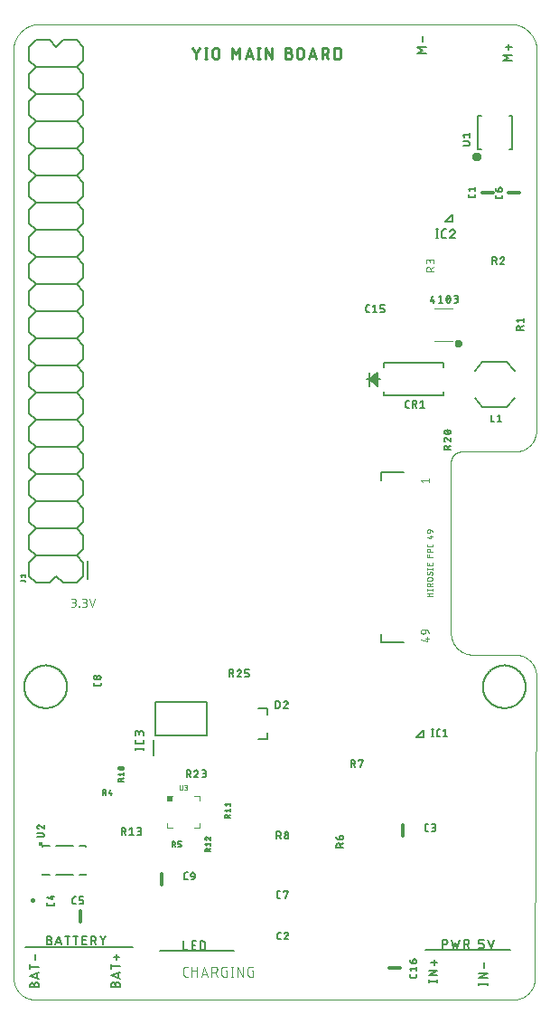
<source format=gto>
G04 EAGLE Gerber RS-274X export*
G75*
%MOMM*%
%FSLAX34Y34*%
%LPD*%
%INSilk top*%
%IPPOS*%
%AMOC8*
5,1,8,0,0,1.08239X$1,22.5*%
G01*
%ADD10C,0.001000*%
%ADD11C,0.228600*%
%ADD12C,0.101600*%
%ADD13C,0.406400*%
%ADD14C,0.076200*%
%ADD15C,0.177800*%
%ADD16C,0.152400*%
%ADD17C,0.304800*%
%ADD18C,0.127000*%
%ADD19C,0.203200*%
%ADD20C,0.150000*%
%ADD21C,0.120000*%
%ADD22C,0.447213*%
%ADD23C,0.381000*%
%ADD24C,0.200000*%
%ADD25R,0.500000X0.500000*%
%ADD26C,0.025400*%


D10*
X490000Y910000D02*
X490000Y1260000D01*
X490113Y1260606D01*
X490212Y1261214D01*
X490296Y1261824D01*
X490366Y1262436D01*
X490420Y1263050D01*
X490460Y1263665D01*
X490485Y1264280D01*
X490495Y1264896D01*
X490490Y1265512D01*
X490470Y1266128D01*
X490435Y1266743D01*
X490386Y1267357D01*
X490321Y1267970D01*
X490242Y1268581D01*
X490148Y1269190D01*
X490040Y1269796D01*
X489917Y1270400D01*
X489779Y1271001D01*
X489627Y1271598D01*
X489460Y1272191D01*
X489279Y1272780D01*
X489084Y1273364D01*
X488875Y1273944D01*
X488652Y1274518D01*
X488415Y1275087D01*
X488164Y1275650D01*
X487900Y1276206D01*
X487623Y1276756D01*
X487332Y1277299D01*
X487028Y1277835D01*
X486712Y1278364D01*
X486382Y1278885D01*
X486041Y1279397D01*
X485687Y1279902D01*
X485321Y1280397D01*
X484943Y1280884D01*
X484553Y1281361D01*
X484152Y1281829D01*
X483740Y1282286D01*
X483316Y1282734D01*
X482883Y1283172D01*
X482438Y1283598D01*
X481984Y1284014D01*
X481519Y1284419D01*
X481045Y1284813D01*
X480562Y1285195D01*
X480069Y1285565D01*
X479568Y1285923D01*
X479058Y1286269D01*
X478540Y1286602D01*
X478014Y1286923D01*
X477481Y1287231D01*
X476940Y1287526D01*
X476392Y1287808D01*
X475838Y1288077D01*
X475277Y1288332D01*
X474710Y1288574D01*
X474138Y1288801D01*
X473560Y1289015D01*
X472977Y1289215D01*
X472389Y1289401D01*
X471798Y1289572D01*
X471202Y1289729D01*
X470603Y1289872D01*
X470000Y1290000D01*
X20000Y1290000D01*
X19397Y1289872D01*
X18798Y1289729D01*
X18202Y1289572D01*
X17611Y1289401D01*
X17023Y1289215D01*
X16440Y1289015D01*
X15862Y1288801D01*
X15290Y1288574D01*
X14723Y1288332D01*
X14162Y1288077D01*
X13608Y1287808D01*
X13060Y1287526D01*
X12519Y1287231D01*
X11986Y1286923D01*
X11460Y1286602D01*
X10942Y1286269D01*
X10432Y1285923D01*
X9931Y1285565D01*
X9438Y1285195D01*
X8955Y1284813D01*
X8481Y1284419D01*
X8016Y1284014D01*
X7562Y1283598D01*
X7117Y1283172D01*
X6684Y1282734D01*
X6260Y1282286D01*
X5848Y1281829D01*
X5447Y1281361D01*
X5057Y1280884D01*
X4679Y1280397D01*
X4313Y1279902D01*
X3959Y1279397D01*
X3618Y1278885D01*
X3288Y1278364D01*
X2972Y1277835D01*
X2668Y1277299D01*
X2377Y1276756D01*
X2100Y1276206D01*
X1836Y1275650D01*
X1585Y1275087D01*
X1348Y1274518D01*
X1125Y1273944D01*
X916Y1273364D01*
X721Y1272780D01*
X540Y1272191D01*
X373Y1271598D01*
X221Y1271001D01*
X83Y1270400D01*
X-40Y1269796D01*
X-148Y1269190D01*
X-242Y1268581D01*
X-321Y1267970D01*
X-386Y1267357D01*
X-435Y1266743D01*
X-470Y1266128D01*
X-490Y1265512D01*
X-495Y1264896D01*
X-485Y1264280D01*
X-460Y1263665D01*
X-420Y1263050D01*
X-366Y1262436D01*
X-296Y1261824D01*
X-212Y1261214D01*
X-113Y1260606D01*
X0Y1260000D01*
X0Y397120D01*
X6Y396637D01*
X23Y396154D01*
X53Y395671D01*
X93Y395190D01*
X146Y394709D01*
X210Y394230D01*
X285Y393753D01*
X373Y393277D01*
X471Y392804D01*
X581Y392334D01*
X702Y391866D01*
X835Y391401D01*
X979Y390940D01*
X1134Y390482D01*
X1300Y390028D01*
X1477Y389578D01*
X1664Y389133D01*
X1863Y388692D01*
X2071Y388256D01*
X2291Y387826D01*
X2521Y387400D01*
X2761Y386981D01*
X3011Y386567D01*
X3271Y386160D01*
X3540Y385759D01*
X3820Y385364D01*
X4108Y384977D01*
X4407Y384596D01*
X4714Y384223D01*
X5030Y383858D01*
X5355Y383500D01*
X5688Y383150D01*
X6030Y382808D01*
X6380Y382475D01*
X6738Y382150D01*
X7103Y381834D01*
X7476Y381527D01*
X7857Y381228D01*
X8244Y380940D01*
X8639Y380660D01*
X9040Y380391D01*
X9447Y380131D01*
X9861Y379881D01*
X10280Y379641D01*
X10706Y379411D01*
X11136Y379191D01*
X11572Y378983D01*
X12013Y378784D01*
X12458Y378597D01*
X12908Y378420D01*
X13362Y378254D01*
X13820Y378099D01*
X14281Y377955D01*
X14746Y377822D01*
X15214Y377701D01*
X15684Y377591D01*
X16157Y377493D01*
X16633Y377405D01*
X17110Y377330D01*
X17589Y377266D01*
X18070Y377213D01*
X18551Y377173D01*
X19034Y377143D01*
X19517Y377126D01*
X20000Y377120D01*
X340000Y377120D01*
X338476Y377140D01*
X468576Y377140D01*
X469065Y377146D01*
X469554Y377164D01*
X470042Y377194D01*
X470530Y377236D01*
X471016Y377289D01*
X471501Y377355D01*
X471984Y377433D01*
X472465Y377522D01*
X472944Y377623D01*
X473420Y377735D01*
X473893Y377860D01*
X474363Y377996D01*
X474830Y378143D01*
X475293Y378302D01*
X475751Y378472D01*
X476206Y378653D01*
X476656Y378845D01*
X477101Y379048D01*
X477541Y379262D01*
X477976Y379486D01*
X478405Y379722D01*
X478828Y379967D01*
X479245Y380223D01*
X479655Y380489D01*
X480059Y380765D01*
X480457Y381051D01*
X480847Y381347D01*
X481229Y381651D01*
X481604Y381966D01*
X481972Y382289D01*
X482331Y382621D01*
X482682Y382962D01*
X483024Y383311D01*
X483358Y383669D01*
X483684Y384034D01*
X484000Y384408D01*
X484306Y384789D01*
X484604Y385177D01*
X484892Y385573D01*
X485170Y385975D01*
X485438Y386385D01*
X485696Y386800D01*
X485944Y387222D01*
X486181Y387650D01*
X486408Y388083D01*
X486624Y388522D01*
X486830Y388966D01*
X487024Y389415D01*
X487207Y389869D01*
X487380Y390327D01*
X487541Y390789D01*
X487690Y391255D01*
X487829Y391724D01*
X487955Y392197D01*
X488071Y392672D01*
X488174Y393150D01*
X488266Y393631D01*
X488346Y394114D01*
X488414Y394598D01*
X488470Y395084D01*
X488514Y395571D01*
X488547Y396060D01*
X488567Y396548D01*
X488576Y397038D01*
X490000Y680000D01*
X489994Y680483D01*
X489977Y680966D01*
X489947Y681449D01*
X489907Y681930D01*
X489854Y682411D01*
X489790Y682890D01*
X489715Y683367D01*
X489627Y683843D01*
X489529Y684316D01*
X489419Y684786D01*
X489298Y685254D01*
X489165Y685719D01*
X489021Y686180D01*
X488866Y686638D01*
X488700Y687092D01*
X488523Y687542D01*
X488336Y687987D01*
X488137Y688428D01*
X487929Y688864D01*
X487709Y689294D01*
X487479Y689720D01*
X487239Y690139D01*
X486989Y690553D01*
X486729Y690960D01*
X486460Y691361D01*
X486180Y691756D01*
X485892Y692143D01*
X485593Y692524D01*
X485286Y692897D01*
X484970Y693262D01*
X484645Y693620D01*
X484312Y693970D01*
X483970Y694312D01*
X483620Y694645D01*
X483262Y694970D01*
X482897Y695286D01*
X482524Y695593D01*
X482143Y695892D01*
X481756Y696180D01*
X481361Y696460D01*
X480960Y696729D01*
X480553Y696989D01*
X480139Y697239D01*
X479720Y697479D01*
X479294Y697709D01*
X478864Y697929D01*
X478428Y698137D01*
X477987Y698336D01*
X477542Y698523D01*
X477092Y698700D01*
X476638Y698866D01*
X476180Y699021D01*
X475719Y699165D01*
X475254Y699298D01*
X474786Y699419D01*
X474316Y699529D01*
X473843Y699627D01*
X473367Y699715D01*
X472890Y699790D01*
X472411Y699854D01*
X471930Y699907D01*
X471449Y699947D01*
X470966Y699977D01*
X470483Y699994D01*
X470000Y700000D01*
X430000Y700000D01*
X429517Y700006D01*
X429034Y700023D01*
X428551Y700053D01*
X428070Y700093D01*
X427589Y700146D01*
X427110Y700210D01*
X426633Y700285D01*
X426157Y700373D01*
X425684Y700471D01*
X425214Y700581D01*
X424746Y700702D01*
X424281Y700835D01*
X423820Y700979D01*
X423362Y701134D01*
X422908Y701300D01*
X422458Y701477D01*
X422013Y701664D01*
X421572Y701863D01*
X421136Y702071D01*
X420706Y702291D01*
X420280Y702521D01*
X419861Y702761D01*
X419447Y703011D01*
X419040Y703271D01*
X418639Y703540D01*
X418244Y703820D01*
X417857Y704108D01*
X417476Y704407D01*
X417103Y704714D01*
X416738Y705030D01*
X416380Y705355D01*
X416030Y705688D01*
X415688Y706030D01*
X415355Y706380D01*
X415030Y706738D01*
X414714Y707103D01*
X414407Y707476D01*
X414108Y707857D01*
X413820Y708244D01*
X413540Y708639D01*
X413271Y709040D01*
X413011Y709447D01*
X412761Y709861D01*
X412521Y710280D01*
X412291Y710706D01*
X412071Y711136D01*
X411863Y711572D01*
X411664Y712013D01*
X411477Y712458D01*
X411300Y712908D01*
X411134Y713362D01*
X410979Y713820D01*
X410835Y714281D01*
X410702Y714746D01*
X410581Y715214D01*
X410471Y715684D01*
X410373Y716157D01*
X410285Y716633D01*
X410210Y717110D01*
X410146Y717589D01*
X410093Y718070D01*
X410053Y718551D01*
X410023Y719034D01*
X410006Y719517D01*
X410000Y720000D01*
X410000Y880000D01*
X410003Y880242D01*
X410012Y880483D01*
X410026Y880724D01*
X410047Y880965D01*
X410073Y881205D01*
X410105Y881445D01*
X410143Y881684D01*
X410186Y881921D01*
X410236Y882158D01*
X410291Y882393D01*
X410351Y882627D01*
X410418Y882859D01*
X410489Y883090D01*
X410567Y883319D01*
X410650Y883546D01*
X410738Y883771D01*
X410832Y883994D01*
X410931Y884214D01*
X411036Y884432D01*
X411145Y884647D01*
X411260Y884860D01*
X411380Y885070D01*
X411505Y885276D01*
X411635Y885480D01*
X411770Y885681D01*
X411910Y885878D01*
X412054Y886072D01*
X412203Y886262D01*
X412357Y886448D01*
X412515Y886631D01*
X412677Y886810D01*
X412844Y886985D01*
X413015Y887156D01*
X413190Y887323D01*
X413369Y887485D01*
X413552Y887643D01*
X413738Y887797D01*
X413928Y887946D01*
X414122Y888090D01*
X414319Y888230D01*
X414520Y888365D01*
X414724Y888495D01*
X414930Y888620D01*
X415140Y888740D01*
X415353Y888855D01*
X415568Y888964D01*
X415786Y889069D01*
X416006Y889168D01*
X416229Y889262D01*
X416454Y889350D01*
X416681Y889433D01*
X416910Y889511D01*
X417141Y889582D01*
X417373Y889649D01*
X417607Y889709D01*
X417842Y889764D01*
X418079Y889814D01*
X418316Y889857D01*
X418555Y889895D01*
X418795Y889927D01*
X419035Y889953D01*
X419276Y889974D01*
X419517Y889988D01*
X419758Y889997D01*
X420000Y890000D01*
X470000Y890000D01*
X470483Y890006D01*
X470966Y890023D01*
X471449Y890053D01*
X471930Y890093D01*
X472411Y890146D01*
X472890Y890210D01*
X473367Y890285D01*
X473843Y890373D01*
X474316Y890471D01*
X474786Y890581D01*
X475254Y890702D01*
X475719Y890835D01*
X476180Y890979D01*
X476638Y891134D01*
X477092Y891300D01*
X477542Y891477D01*
X477987Y891664D01*
X478428Y891863D01*
X478864Y892071D01*
X479294Y892291D01*
X479720Y892521D01*
X480139Y892761D01*
X480553Y893011D01*
X480960Y893271D01*
X481361Y893540D01*
X481756Y893820D01*
X482143Y894108D01*
X482524Y894407D01*
X482897Y894714D01*
X483262Y895030D01*
X483620Y895355D01*
X483970Y895688D01*
X484312Y896030D01*
X484645Y896380D01*
X484970Y896738D01*
X485286Y897103D01*
X485593Y897476D01*
X485892Y897857D01*
X486180Y898244D01*
X486460Y898639D01*
X486729Y899040D01*
X486989Y899447D01*
X487239Y899861D01*
X487479Y900280D01*
X487709Y900706D01*
X487929Y901136D01*
X488137Y901572D01*
X488336Y902013D01*
X488523Y902458D01*
X488700Y902908D01*
X488866Y903362D01*
X489021Y903820D01*
X489165Y904281D01*
X489298Y904746D01*
X489419Y905214D01*
X489529Y905684D01*
X489627Y906157D01*
X489715Y906633D01*
X489790Y907110D01*
X489854Y907589D01*
X489907Y908070D01*
X489947Y908551D01*
X489977Y909034D01*
X489994Y909517D01*
X490000Y910000D01*
D11*
X171058Y1263031D02*
X167587Y1267949D01*
X171058Y1263031D02*
X174530Y1267949D01*
X171058Y1263031D02*
X171058Y1257535D01*
X180202Y1257535D02*
X180202Y1267949D01*
X179045Y1257535D02*
X181359Y1257535D01*
X181359Y1267949D02*
X179045Y1267949D01*
X186454Y1265056D02*
X186454Y1260428D01*
X186453Y1265056D02*
X186455Y1265163D01*
X186461Y1265270D01*
X186471Y1265376D01*
X186485Y1265482D01*
X186502Y1265588D01*
X186524Y1265692D01*
X186549Y1265796D01*
X186579Y1265899D01*
X186612Y1266001D01*
X186648Y1266101D01*
X186689Y1266200D01*
X186733Y1266297D01*
X186781Y1266393D01*
X186832Y1266487D01*
X186886Y1266579D01*
X186944Y1266669D01*
X187006Y1266756D01*
X187070Y1266842D01*
X187137Y1266925D01*
X187208Y1267005D01*
X187282Y1267083D01*
X187358Y1267158D01*
X187437Y1267230D01*
X187518Y1267299D01*
X187603Y1267365D01*
X187689Y1267428D01*
X187778Y1267487D01*
X187869Y1267543D01*
X187962Y1267596D01*
X188056Y1267646D01*
X188153Y1267692D01*
X188251Y1267734D01*
X188351Y1267772D01*
X188452Y1267807D01*
X188554Y1267839D01*
X188658Y1267866D01*
X188762Y1267889D01*
X188867Y1267909D01*
X188973Y1267925D01*
X189079Y1267937D01*
X189186Y1267945D01*
X189293Y1267949D01*
X189399Y1267949D01*
X189506Y1267945D01*
X189613Y1267937D01*
X189719Y1267925D01*
X189825Y1267909D01*
X189930Y1267889D01*
X190034Y1267866D01*
X190138Y1267839D01*
X190240Y1267807D01*
X190341Y1267772D01*
X190441Y1267734D01*
X190539Y1267692D01*
X190636Y1267646D01*
X190730Y1267596D01*
X190823Y1267543D01*
X190914Y1267487D01*
X191003Y1267428D01*
X191089Y1267365D01*
X191174Y1267299D01*
X191255Y1267230D01*
X191334Y1267158D01*
X191410Y1267083D01*
X191484Y1267005D01*
X191555Y1266925D01*
X191622Y1266842D01*
X191686Y1266756D01*
X191748Y1266669D01*
X191806Y1266579D01*
X191860Y1266487D01*
X191911Y1266393D01*
X191959Y1266297D01*
X192003Y1266200D01*
X192044Y1266101D01*
X192080Y1266001D01*
X192113Y1265899D01*
X192143Y1265796D01*
X192168Y1265692D01*
X192190Y1265588D01*
X192207Y1265482D01*
X192221Y1265376D01*
X192231Y1265270D01*
X192237Y1265163D01*
X192239Y1265056D01*
X192239Y1260428D01*
X192237Y1260321D01*
X192231Y1260214D01*
X192221Y1260108D01*
X192207Y1260002D01*
X192190Y1259896D01*
X192168Y1259792D01*
X192143Y1259688D01*
X192113Y1259585D01*
X192080Y1259483D01*
X192044Y1259383D01*
X192003Y1259284D01*
X191959Y1259187D01*
X191911Y1259091D01*
X191860Y1258997D01*
X191806Y1258905D01*
X191748Y1258815D01*
X191686Y1258728D01*
X191622Y1258642D01*
X191555Y1258559D01*
X191484Y1258479D01*
X191410Y1258401D01*
X191334Y1258326D01*
X191255Y1258254D01*
X191174Y1258185D01*
X191089Y1258119D01*
X191003Y1258056D01*
X190914Y1257997D01*
X190823Y1257941D01*
X190730Y1257888D01*
X190636Y1257838D01*
X190539Y1257792D01*
X190441Y1257750D01*
X190341Y1257712D01*
X190240Y1257677D01*
X190138Y1257645D01*
X190034Y1257618D01*
X189930Y1257595D01*
X189825Y1257575D01*
X189719Y1257559D01*
X189613Y1257547D01*
X189506Y1257539D01*
X189399Y1257535D01*
X189293Y1257535D01*
X189186Y1257539D01*
X189079Y1257547D01*
X188973Y1257559D01*
X188867Y1257575D01*
X188762Y1257595D01*
X188658Y1257618D01*
X188554Y1257645D01*
X188452Y1257677D01*
X188351Y1257712D01*
X188251Y1257750D01*
X188153Y1257792D01*
X188056Y1257838D01*
X187962Y1257888D01*
X187869Y1257941D01*
X187778Y1257997D01*
X187689Y1258056D01*
X187603Y1258119D01*
X187518Y1258185D01*
X187437Y1258254D01*
X187358Y1258326D01*
X187282Y1258401D01*
X187208Y1258479D01*
X187137Y1258559D01*
X187070Y1258642D01*
X187006Y1258728D01*
X186944Y1258815D01*
X186886Y1258905D01*
X186832Y1258997D01*
X186781Y1259091D01*
X186733Y1259187D01*
X186689Y1259284D01*
X186648Y1259383D01*
X186612Y1259483D01*
X186579Y1259585D01*
X186549Y1259688D01*
X186524Y1259792D01*
X186502Y1259896D01*
X186485Y1260002D01*
X186471Y1260108D01*
X186461Y1260214D01*
X186455Y1260321D01*
X186453Y1260428D01*
X204544Y1257535D02*
X204544Y1267949D01*
X208015Y1262163D01*
X211487Y1267949D01*
X211487Y1257535D01*
X217117Y1257535D02*
X220588Y1267949D01*
X224060Y1257535D01*
X223192Y1260139D02*
X217985Y1260139D01*
X229732Y1257535D02*
X229732Y1267949D01*
X228575Y1257535D02*
X230889Y1257535D01*
X230889Y1267949D02*
X228575Y1267949D01*
X236364Y1267949D02*
X236364Y1257535D01*
X242150Y1257535D02*
X236364Y1267949D01*
X242150Y1267949D02*
X242150Y1257535D01*
X254928Y1263321D02*
X257820Y1263321D01*
X257927Y1263319D01*
X258034Y1263313D01*
X258140Y1263303D01*
X258246Y1263289D01*
X258352Y1263272D01*
X258456Y1263250D01*
X258560Y1263225D01*
X258663Y1263195D01*
X258765Y1263162D01*
X258865Y1263126D01*
X258964Y1263085D01*
X259061Y1263041D01*
X259157Y1262993D01*
X259251Y1262942D01*
X259343Y1262888D01*
X259433Y1262830D01*
X259520Y1262768D01*
X259606Y1262704D01*
X259689Y1262637D01*
X259769Y1262566D01*
X259847Y1262492D01*
X259922Y1262416D01*
X259994Y1262337D01*
X260063Y1262256D01*
X260129Y1262171D01*
X260192Y1262085D01*
X260251Y1261996D01*
X260307Y1261905D01*
X260360Y1261812D01*
X260410Y1261718D01*
X260456Y1261621D01*
X260498Y1261523D01*
X260536Y1261423D01*
X260571Y1261322D01*
X260603Y1261220D01*
X260630Y1261116D01*
X260653Y1261012D01*
X260673Y1260907D01*
X260689Y1260801D01*
X260701Y1260695D01*
X260709Y1260588D01*
X260713Y1260481D01*
X260713Y1260375D01*
X260709Y1260268D01*
X260701Y1260161D01*
X260689Y1260055D01*
X260673Y1259949D01*
X260653Y1259844D01*
X260630Y1259740D01*
X260603Y1259636D01*
X260571Y1259534D01*
X260536Y1259433D01*
X260498Y1259333D01*
X260456Y1259235D01*
X260410Y1259138D01*
X260360Y1259044D01*
X260307Y1258951D01*
X260251Y1258860D01*
X260192Y1258771D01*
X260129Y1258685D01*
X260063Y1258600D01*
X259994Y1258519D01*
X259922Y1258440D01*
X259847Y1258364D01*
X259769Y1258290D01*
X259689Y1258219D01*
X259606Y1258152D01*
X259520Y1258088D01*
X259433Y1258026D01*
X259343Y1257968D01*
X259251Y1257914D01*
X259157Y1257863D01*
X259061Y1257815D01*
X258964Y1257771D01*
X258865Y1257730D01*
X258765Y1257694D01*
X258663Y1257661D01*
X258560Y1257631D01*
X258456Y1257606D01*
X258352Y1257584D01*
X258246Y1257567D01*
X258140Y1257553D01*
X258034Y1257543D01*
X257927Y1257537D01*
X257820Y1257535D01*
X254928Y1257535D01*
X254928Y1267949D01*
X257820Y1267949D01*
X257914Y1267947D01*
X258009Y1267941D01*
X258103Y1267932D01*
X258196Y1267918D01*
X258289Y1267901D01*
X258381Y1267880D01*
X258472Y1267855D01*
X258562Y1267827D01*
X258651Y1267795D01*
X258738Y1267759D01*
X258824Y1267720D01*
X258908Y1267677D01*
X258991Y1267631D01*
X259071Y1267582D01*
X259149Y1267529D01*
X259226Y1267473D01*
X259299Y1267414D01*
X259371Y1267353D01*
X259439Y1267288D01*
X259506Y1267220D01*
X259569Y1267150D01*
X259629Y1267078D01*
X259687Y1267003D01*
X259741Y1266925D01*
X259792Y1266846D01*
X259840Y1266765D01*
X259884Y1266681D01*
X259925Y1266596D01*
X259962Y1266510D01*
X259996Y1266422D01*
X260027Y1266332D01*
X260053Y1266242D01*
X260076Y1266150D01*
X260095Y1266057D01*
X260110Y1265964D01*
X260122Y1265871D01*
X260130Y1265777D01*
X260134Y1265682D01*
X260134Y1265588D01*
X260130Y1265493D01*
X260122Y1265399D01*
X260110Y1265306D01*
X260095Y1265213D01*
X260076Y1265120D01*
X260053Y1265028D01*
X260027Y1264938D01*
X259996Y1264848D01*
X259962Y1264760D01*
X259925Y1264674D01*
X259884Y1264589D01*
X259840Y1264505D01*
X259792Y1264424D01*
X259741Y1264345D01*
X259687Y1264267D01*
X259629Y1264192D01*
X259569Y1264120D01*
X259506Y1264050D01*
X259439Y1263982D01*
X259371Y1263917D01*
X259299Y1263856D01*
X259226Y1263797D01*
X259149Y1263741D01*
X259071Y1263688D01*
X258991Y1263639D01*
X258908Y1263593D01*
X258824Y1263550D01*
X258738Y1263511D01*
X258651Y1263475D01*
X258562Y1263443D01*
X258472Y1263415D01*
X258381Y1263390D01*
X258289Y1263369D01*
X258196Y1263352D01*
X258103Y1263338D01*
X258009Y1263329D01*
X257914Y1263323D01*
X257820Y1263321D01*
X265701Y1265056D02*
X265701Y1260428D01*
X265701Y1265056D02*
X265703Y1265163D01*
X265709Y1265270D01*
X265719Y1265376D01*
X265733Y1265482D01*
X265750Y1265588D01*
X265772Y1265692D01*
X265797Y1265796D01*
X265827Y1265899D01*
X265860Y1266001D01*
X265896Y1266101D01*
X265937Y1266200D01*
X265981Y1266297D01*
X266029Y1266393D01*
X266080Y1266487D01*
X266134Y1266579D01*
X266192Y1266669D01*
X266254Y1266756D01*
X266318Y1266842D01*
X266385Y1266925D01*
X266456Y1267005D01*
X266530Y1267083D01*
X266606Y1267158D01*
X266685Y1267230D01*
X266766Y1267299D01*
X266851Y1267365D01*
X266937Y1267428D01*
X267026Y1267487D01*
X267117Y1267543D01*
X267210Y1267596D01*
X267304Y1267646D01*
X267401Y1267692D01*
X267499Y1267734D01*
X267599Y1267772D01*
X267700Y1267807D01*
X267802Y1267839D01*
X267906Y1267866D01*
X268010Y1267889D01*
X268115Y1267909D01*
X268221Y1267925D01*
X268327Y1267937D01*
X268434Y1267945D01*
X268541Y1267949D01*
X268647Y1267949D01*
X268754Y1267945D01*
X268861Y1267937D01*
X268967Y1267925D01*
X269073Y1267909D01*
X269178Y1267889D01*
X269282Y1267866D01*
X269386Y1267839D01*
X269488Y1267807D01*
X269589Y1267772D01*
X269689Y1267734D01*
X269787Y1267692D01*
X269884Y1267646D01*
X269978Y1267596D01*
X270071Y1267543D01*
X270162Y1267487D01*
X270251Y1267428D01*
X270337Y1267365D01*
X270422Y1267299D01*
X270503Y1267230D01*
X270582Y1267158D01*
X270658Y1267083D01*
X270732Y1267005D01*
X270803Y1266925D01*
X270870Y1266842D01*
X270934Y1266756D01*
X270996Y1266669D01*
X271054Y1266579D01*
X271108Y1266487D01*
X271159Y1266393D01*
X271207Y1266297D01*
X271251Y1266200D01*
X271292Y1266101D01*
X271328Y1266001D01*
X271361Y1265899D01*
X271391Y1265796D01*
X271416Y1265692D01*
X271438Y1265588D01*
X271455Y1265482D01*
X271469Y1265376D01*
X271479Y1265270D01*
X271485Y1265163D01*
X271487Y1265056D01*
X271487Y1260428D01*
X271485Y1260321D01*
X271479Y1260214D01*
X271469Y1260108D01*
X271455Y1260002D01*
X271438Y1259896D01*
X271416Y1259792D01*
X271391Y1259688D01*
X271361Y1259585D01*
X271328Y1259483D01*
X271292Y1259383D01*
X271251Y1259284D01*
X271207Y1259187D01*
X271159Y1259091D01*
X271108Y1258997D01*
X271054Y1258905D01*
X270996Y1258815D01*
X270934Y1258728D01*
X270870Y1258642D01*
X270803Y1258559D01*
X270732Y1258479D01*
X270658Y1258401D01*
X270582Y1258326D01*
X270503Y1258254D01*
X270422Y1258185D01*
X270337Y1258119D01*
X270251Y1258056D01*
X270162Y1257997D01*
X270071Y1257941D01*
X269978Y1257888D01*
X269884Y1257838D01*
X269787Y1257792D01*
X269689Y1257750D01*
X269589Y1257712D01*
X269488Y1257677D01*
X269386Y1257645D01*
X269282Y1257618D01*
X269178Y1257595D01*
X269073Y1257575D01*
X268967Y1257559D01*
X268861Y1257547D01*
X268754Y1257539D01*
X268647Y1257535D01*
X268541Y1257535D01*
X268434Y1257539D01*
X268327Y1257547D01*
X268221Y1257559D01*
X268115Y1257575D01*
X268010Y1257595D01*
X267906Y1257618D01*
X267802Y1257645D01*
X267700Y1257677D01*
X267599Y1257712D01*
X267499Y1257750D01*
X267401Y1257792D01*
X267304Y1257838D01*
X267210Y1257888D01*
X267117Y1257941D01*
X267026Y1257997D01*
X266937Y1258056D01*
X266851Y1258119D01*
X266766Y1258185D01*
X266685Y1258254D01*
X266606Y1258326D01*
X266530Y1258401D01*
X266456Y1258479D01*
X266385Y1258559D01*
X266318Y1258642D01*
X266254Y1258728D01*
X266192Y1258815D01*
X266134Y1258905D01*
X266080Y1258997D01*
X266029Y1259091D01*
X265981Y1259187D01*
X265937Y1259284D01*
X265896Y1259383D01*
X265860Y1259483D01*
X265827Y1259585D01*
X265797Y1259688D01*
X265772Y1259792D01*
X265750Y1259896D01*
X265733Y1260002D01*
X265719Y1260108D01*
X265709Y1260214D01*
X265703Y1260321D01*
X265701Y1260428D01*
X276553Y1257535D02*
X280024Y1267949D01*
X283495Y1257535D01*
X282628Y1260139D02*
X277421Y1260139D01*
X289062Y1257535D02*
X289062Y1267949D01*
X291955Y1267949D01*
X292062Y1267947D01*
X292169Y1267941D01*
X292275Y1267931D01*
X292381Y1267917D01*
X292487Y1267900D01*
X292591Y1267878D01*
X292695Y1267853D01*
X292798Y1267823D01*
X292900Y1267790D01*
X293000Y1267754D01*
X293099Y1267713D01*
X293196Y1267669D01*
X293292Y1267621D01*
X293386Y1267570D01*
X293478Y1267516D01*
X293568Y1267458D01*
X293655Y1267396D01*
X293741Y1267332D01*
X293824Y1267265D01*
X293904Y1267194D01*
X293982Y1267120D01*
X294057Y1267044D01*
X294129Y1266965D01*
X294198Y1266884D01*
X294264Y1266799D01*
X294327Y1266713D01*
X294386Y1266624D01*
X294442Y1266533D01*
X294495Y1266440D01*
X294545Y1266346D01*
X294591Y1266249D01*
X294633Y1266151D01*
X294671Y1266051D01*
X294706Y1265950D01*
X294738Y1265848D01*
X294765Y1265744D01*
X294788Y1265640D01*
X294808Y1265535D01*
X294824Y1265429D01*
X294836Y1265323D01*
X294844Y1265216D01*
X294848Y1265109D01*
X294848Y1265003D01*
X294844Y1264896D01*
X294836Y1264789D01*
X294824Y1264683D01*
X294808Y1264577D01*
X294788Y1264472D01*
X294765Y1264368D01*
X294738Y1264264D01*
X294706Y1264162D01*
X294671Y1264061D01*
X294633Y1263961D01*
X294591Y1263863D01*
X294545Y1263766D01*
X294495Y1263672D01*
X294442Y1263579D01*
X294386Y1263488D01*
X294327Y1263399D01*
X294264Y1263313D01*
X294198Y1263228D01*
X294129Y1263147D01*
X294057Y1263068D01*
X293982Y1262992D01*
X293904Y1262918D01*
X293824Y1262847D01*
X293741Y1262780D01*
X293655Y1262716D01*
X293568Y1262654D01*
X293478Y1262596D01*
X293386Y1262542D01*
X293292Y1262491D01*
X293196Y1262443D01*
X293099Y1262399D01*
X293000Y1262358D01*
X292900Y1262322D01*
X292798Y1262289D01*
X292695Y1262259D01*
X292591Y1262234D01*
X292487Y1262212D01*
X292381Y1262195D01*
X292275Y1262181D01*
X292169Y1262171D01*
X292062Y1262165D01*
X291955Y1262163D01*
X289062Y1262163D01*
X292533Y1262163D02*
X294847Y1257535D01*
X300753Y1257535D02*
X300753Y1267949D01*
X303646Y1267949D01*
X303752Y1267947D01*
X303857Y1267941D01*
X303962Y1267932D01*
X304067Y1267918D01*
X304171Y1267901D01*
X304275Y1267880D01*
X304378Y1267855D01*
X304479Y1267826D01*
X304580Y1267794D01*
X304679Y1267758D01*
X304777Y1267719D01*
X304874Y1267675D01*
X304969Y1267629D01*
X305062Y1267579D01*
X305153Y1267525D01*
X305242Y1267469D01*
X305329Y1267409D01*
X305414Y1267346D01*
X305497Y1267280D01*
X305577Y1267211D01*
X305654Y1267139D01*
X305729Y1267064D01*
X305801Y1266987D01*
X305870Y1266907D01*
X305936Y1266824D01*
X305999Y1266739D01*
X306059Y1266652D01*
X306115Y1266563D01*
X306169Y1266472D01*
X306219Y1266379D01*
X306265Y1266284D01*
X306309Y1266187D01*
X306348Y1266089D01*
X306384Y1265990D01*
X306416Y1265889D01*
X306445Y1265788D01*
X306470Y1265685D01*
X306491Y1265581D01*
X306508Y1265477D01*
X306522Y1265372D01*
X306531Y1265267D01*
X306537Y1265162D01*
X306539Y1265056D01*
X306539Y1260428D01*
X306537Y1260322D01*
X306531Y1260217D01*
X306522Y1260112D01*
X306508Y1260007D01*
X306491Y1259903D01*
X306470Y1259799D01*
X306445Y1259696D01*
X306416Y1259595D01*
X306384Y1259494D01*
X306348Y1259395D01*
X306309Y1259297D01*
X306265Y1259200D01*
X306219Y1259105D01*
X306169Y1259012D01*
X306115Y1258921D01*
X306059Y1258832D01*
X305999Y1258745D01*
X305936Y1258660D01*
X305870Y1258577D01*
X305801Y1258497D01*
X305729Y1258420D01*
X305654Y1258345D01*
X305577Y1258273D01*
X305497Y1258204D01*
X305414Y1258138D01*
X305329Y1258075D01*
X305242Y1258015D01*
X305153Y1257959D01*
X305062Y1257905D01*
X304969Y1257855D01*
X304874Y1257809D01*
X304777Y1257765D01*
X304679Y1257726D01*
X304580Y1257690D01*
X304479Y1257658D01*
X304378Y1257629D01*
X304275Y1257604D01*
X304171Y1257583D01*
X304067Y1257566D01*
X303962Y1257552D01*
X303857Y1257543D01*
X303752Y1257537D01*
X303646Y1257535D01*
X300753Y1257535D01*
D12*
X56144Y744784D02*
X54168Y744784D01*
X56144Y744784D02*
X56231Y744786D01*
X56319Y744792D01*
X56406Y744801D01*
X56492Y744815D01*
X56578Y744832D01*
X56662Y744853D01*
X56746Y744878D01*
X56829Y744907D01*
X56910Y744939D01*
X56990Y744974D01*
X57068Y745013D01*
X57145Y745056D01*
X57219Y745102D01*
X57291Y745151D01*
X57361Y745203D01*
X57429Y745259D01*
X57494Y745317D01*
X57557Y745378D01*
X57616Y745442D01*
X57673Y745509D01*
X57727Y745577D01*
X57778Y745649D01*
X57825Y745722D01*
X57870Y745797D01*
X57911Y745875D01*
X57948Y745954D01*
X57982Y746034D01*
X58012Y746116D01*
X58039Y746199D01*
X58062Y746284D01*
X58081Y746369D01*
X58096Y746455D01*
X58108Y746542D01*
X58116Y746629D01*
X58120Y746716D01*
X58120Y746804D01*
X58116Y746891D01*
X58108Y746978D01*
X58096Y747065D01*
X58081Y747151D01*
X58062Y747236D01*
X58039Y747321D01*
X58012Y747404D01*
X57982Y747486D01*
X57948Y747566D01*
X57911Y747645D01*
X57870Y747723D01*
X57825Y747798D01*
X57778Y747871D01*
X57727Y747943D01*
X57673Y748011D01*
X57616Y748078D01*
X57557Y748142D01*
X57494Y748203D01*
X57429Y748261D01*
X57361Y748317D01*
X57291Y748369D01*
X57219Y748418D01*
X57145Y748464D01*
X57068Y748507D01*
X56990Y748546D01*
X56910Y748581D01*
X56829Y748613D01*
X56746Y748642D01*
X56662Y748667D01*
X56578Y748688D01*
X56492Y748705D01*
X56406Y748719D01*
X56319Y748728D01*
X56231Y748734D01*
X56144Y748736D01*
X56539Y751896D02*
X54168Y751896D01*
X56539Y751896D02*
X56618Y751894D01*
X56696Y751888D01*
X56774Y751878D01*
X56852Y751865D01*
X56929Y751847D01*
X57005Y751826D01*
X57079Y751801D01*
X57153Y751772D01*
X57225Y751740D01*
X57295Y751704D01*
X57363Y751664D01*
X57429Y751621D01*
X57493Y751575D01*
X57555Y751526D01*
X57614Y751474D01*
X57670Y751419D01*
X57724Y751361D01*
X57774Y751301D01*
X57822Y751238D01*
X57866Y751173D01*
X57907Y751106D01*
X57945Y751037D01*
X57979Y750966D01*
X58010Y750893D01*
X58037Y750819D01*
X58060Y750744D01*
X58079Y750668D01*
X58095Y750590D01*
X58107Y750512D01*
X58115Y750434D01*
X58119Y750355D01*
X58119Y750277D01*
X58115Y750198D01*
X58107Y750120D01*
X58095Y750042D01*
X58079Y749964D01*
X58060Y749888D01*
X58037Y749813D01*
X58010Y749739D01*
X57979Y749666D01*
X57945Y749595D01*
X57907Y749526D01*
X57866Y749459D01*
X57822Y749394D01*
X57774Y749331D01*
X57724Y749271D01*
X57670Y749213D01*
X57614Y749158D01*
X57555Y749106D01*
X57493Y749057D01*
X57429Y749011D01*
X57363Y748968D01*
X57295Y748928D01*
X57225Y748892D01*
X57153Y748860D01*
X57079Y748831D01*
X57005Y748806D01*
X56929Y748785D01*
X56852Y748767D01*
X56774Y748754D01*
X56696Y748744D01*
X56618Y748738D01*
X56539Y748736D01*
X56539Y748735D02*
X54958Y748735D01*
X61067Y745179D02*
X61067Y744784D01*
X61067Y745179D02*
X61462Y745179D01*
X61462Y744784D01*
X61067Y744784D01*
X64409Y744784D02*
X66385Y744784D01*
X66472Y744786D01*
X66560Y744792D01*
X66647Y744801D01*
X66733Y744815D01*
X66819Y744832D01*
X66903Y744853D01*
X66987Y744878D01*
X67070Y744907D01*
X67151Y744939D01*
X67231Y744974D01*
X67309Y745013D01*
X67386Y745056D01*
X67460Y745102D01*
X67532Y745151D01*
X67602Y745203D01*
X67670Y745259D01*
X67735Y745317D01*
X67798Y745378D01*
X67857Y745442D01*
X67914Y745509D01*
X67968Y745577D01*
X68019Y745649D01*
X68066Y745722D01*
X68111Y745797D01*
X68152Y745875D01*
X68189Y745954D01*
X68223Y746034D01*
X68253Y746116D01*
X68280Y746199D01*
X68303Y746284D01*
X68322Y746369D01*
X68337Y746455D01*
X68349Y746542D01*
X68357Y746629D01*
X68361Y746716D01*
X68361Y746804D01*
X68357Y746891D01*
X68349Y746978D01*
X68337Y747065D01*
X68322Y747151D01*
X68303Y747236D01*
X68280Y747321D01*
X68253Y747404D01*
X68223Y747486D01*
X68189Y747566D01*
X68152Y747645D01*
X68111Y747723D01*
X68066Y747798D01*
X68019Y747871D01*
X67968Y747943D01*
X67914Y748011D01*
X67857Y748078D01*
X67798Y748142D01*
X67735Y748203D01*
X67670Y748261D01*
X67602Y748317D01*
X67532Y748369D01*
X67460Y748418D01*
X67386Y748464D01*
X67309Y748507D01*
X67231Y748546D01*
X67151Y748581D01*
X67070Y748613D01*
X66987Y748642D01*
X66903Y748667D01*
X66819Y748688D01*
X66733Y748705D01*
X66647Y748719D01*
X66560Y748728D01*
X66472Y748734D01*
X66385Y748736D01*
X66780Y751896D02*
X64409Y751896D01*
X66780Y751896D02*
X66859Y751894D01*
X66937Y751888D01*
X67015Y751878D01*
X67093Y751865D01*
X67170Y751847D01*
X67246Y751826D01*
X67320Y751801D01*
X67394Y751772D01*
X67466Y751740D01*
X67536Y751704D01*
X67604Y751664D01*
X67670Y751621D01*
X67734Y751575D01*
X67796Y751526D01*
X67855Y751474D01*
X67911Y751419D01*
X67965Y751361D01*
X68015Y751301D01*
X68063Y751238D01*
X68107Y751173D01*
X68148Y751106D01*
X68186Y751037D01*
X68220Y750966D01*
X68251Y750893D01*
X68278Y750819D01*
X68301Y750744D01*
X68320Y750668D01*
X68336Y750590D01*
X68348Y750512D01*
X68356Y750434D01*
X68360Y750355D01*
X68360Y750277D01*
X68356Y750198D01*
X68348Y750120D01*
X68336Y750042D01*
X68320Y749964D01*
X68301Y749888D01*
X68278Y749813D01*
X68251Y749739D01*
X68220Y749666D01*
X68186Y749595D01*
X68148Y749526D01*
X68107Y749459D01*
X68063Y749394D01*
X68015Y749331D01*
X67965Y749271D01*
X67911Y749213D01*
X67855Y749158D01*
X67796Y749106D01*
X67734Y749057D01*
X67670Y749011D01*
X67604Y748968D01*
X67536Y748928D01*
X67466Y748892D01*
X67394Y748860D01*
X67320Y748831D01*
X67246Y748806D01*
X67170Y748785D01*
X67093Y748767D01*
X67015Y748754D01*
X66937Y748744D01*
X66859Y748738D01*
X66780Y748736D01*
X66780Y748735D02*
X65199Y748735D01*
X71329Y751896D02*
X73700Y744784D01*
X76071Y751896D01*
D13*
X415237Y991522D02*
X415239Y991593D01*
X415245Y991664D01*
X415255Y991735D01*
X415268Y991805D01*
X415286Y991874D01*
X415307Y991942D01*
X415332Y992009D01*
X415361Y992075D01*
X415393Y992138D01*
X415429Y992200D01*
X415468Y992260D01*
X415510Y992317D01*
X415555Y992372D01*
X415604Y992425D01*
X415655Y992475D01*
X415709Y992522D01*
X415765Y992565D01*
X415824Y992606D01*
X415884Y992644D01*
X415947Y992677D01*
X416012Y992708D01*
X416078Y992735D01*
X416145Y992758D01*
X416214Y992777D01*
X416284Y992793D01*
X416354Y992805D01*
X416425Y992813D01*
X416496Y992817D01*
X416568Y992817D01*
X416639Y992813D01*
X416710Y992805D01*
X416780Y992793D01*
X416850Y992777D01*
X416919Y992758D01*
X416986Y992735D01*
X417052Y992708D01*
X417117Y992677D01*
X417179Y992644D01*
X417240Y992606D01*
X417299Y992565D01*
X417355Y992522D01*
X417409Y992475D01*
X417460Y992425D01*
X417509Y992372D01*
X417554Y992317D01*
X417596Y992260D01*
X417635Y992200D01*
X417671Y992138D01*
X417703Y992075D01*
X417732Y992009D01*
X417757Y991942D01*
X417778Y991874D01*
X417796Y991805D01*
X417809Y991735D01*
X417819Y991664D01*
X417825Y991593D01*
X417827Y991522D01*
X417825Y991451D01*
X417819Y991380D01*
X417809Y991309D01*
X417796Y991239D01*
X417778Y991170D01*
X417757Y991102D01*
X417732Y991035D01*
X417703Y990969D01*
X417671Y990906D01*
X417635Y990844D01*
X417596Y990784D01*
X417554Y990727D01*
X417509Y990672D01*
X417460Y990619D01*
X417409Y990569D01*
X417355Y990522D01*
X417299Y990479D01*
X417240Y990438D01*
X417180Y990400D01*
X417117Y990367D01*
X417052Y990336D01*
X416986Y990309D01*
X416919Y990286D01*
X416850Y990267D01*
X416780Y990251D01*
X416710Y990239D01*
X416639Y990231D01*
X416568Y990227D01*
X416496Y990227D01*
X416425Y990231D01*
X416354Y990239D01*
X416284Y990251D01*
X416214Y990267D01*
X416145Y990286D01*
X416078Y990309D01*
X416012Y990336D01*
X415947Y990367D01*
X415884Y990400D01*
X415824Y990438D01*
X415765Y990479D01*
X415709Y990522D01*
X415655Y990569D01*
X415604Y990619D01*
X415555Y990672D01*
X415510Y990727D01*
X415468Y990784D01*
X415429Y990844D01*
X415393Y990906D01*
X415361Y990969D01*
X415332Y991035D01*
X415307Y991102D01*
X415286Y991170D01*
X415268Y991239D01*
X415255Y991309D01*
X415245Y991380D01*
X415239Y991451D01*
X415237Y991522D01*
D14*
X392635Y754635D02*
X387301Y754635D01*
X389672Y754635D02*
X389672Y757598D01*
X387301Y757598D02*
X392635Y757598D01*
X392635Y760689D02*
X387301Y760689D01*
X392635Y760096D02*
X392635Y761281D01*
X387301Y761281D02*
X387301Y760096D01*
X387301Y763824D02*
X392635Y763824D01*
X387301Y763824D02*
X387301Y765306D01*
X387303Y765382D01*
X387309Y765458D01*
X387319Y765534D01*
X387332Y765609D01*
X387350Y765683D01*
X387371Y765757D01*
X387396Y765829D01*
X387425Y765899D01*
X387457Y765969D01*
X387493Y766036D01*
X387533Y766101D01*
X387575Y766165D01*
X387621Y766226D01*
X387670Y766284D01*
X387722Y766340D01*
X387776Y766394D01*
X387834Y766444D01*
X387893Y766491D01*
X387956Y766536D01*
X388020Y766577D01*
X388086Y766614D01*
X388155Y766648D01*
X388225Y766679D01*
X388296Y766706D01*
X388369Y766729D01*
X388443Y766748D01*
X388517Y766764D01*
X388593Y766776D01*
X388669Y766784D01*
X388745Y766788D01*
X388821Y766788D01*
X388897Y766784D01*
X388973Y766776D01*
X389049Y766764D01*
X389123Y766748D01*
X389197Y766729D01*
X389270Y766706D01*
X389341Y766679D01*
X389411Y766648D01*
X389480Y766614D01*
X389546Y766577D01*
X389610Y766536D01*
X389673Y766491D01*
X389732Y766444D01*
X389790Y766394D01*
X389844Y766340D01*
X389896Y766284D01*
X389945Y766226D01*
X389991Y766165D01*
X390033Y766101D01*
X390073Y766036D01*
X390109Y765969D01*
X390141Y765899D01*
X390170Y765829D01*
X390195Y765757D01*
X390216Y765683D01*
X390234Y765609D01*
X390247Y765534D01*
X390257Y765458D01*
X390263Y765382D01*
X390265Y765306D01*
X390264Y765306D02*
X390264Y763824D01*
X390264Y765602D02*
X392635Y766788D01*
X391153Y769265D02*
X388783Y769265D01*
X388707Y769267D01*
X388631Y769273D01*
X388555Y769283D01*
X388480Y769296D01*
X388406Y769314D01*
X388332Y769335D01*
X388260Y769360D01*
X388190Y769389D01*
X388120Y769421D01*
X388053Y769457D01*
X387988Y769497D01*
X387924Y769539D01*
X387863Y769585D01*
X387805Y769634D01*
X387749Y769686D01*
X387695Y769740D01*
X387645Y769798D01*
X387598Y769857D01*
X387553Y769920D01*
X387512Y769984D01*
X387475Y770050D01*
X387441Y770119D01*
X387410Y770189D01*
X387383Y770260D01*
X387360Y770333D01*
X387341Y770407D01*
X387325Y770481D01*
X387313Y770557D01*
X387305Y770633D01*
X387301Y770709D01*
X387301Y770785D01*
X387305Y770861D01*
X387313Y770937D01*
X387325Y771013D01*
X387341Y771087D01*
X387360Y771161D01*
X387383Y771234D01*
X387410Y771305D01*
X387441Y771375D01*
X387475Y771444D01*
X387512Y771510D01*
X387553Y771574D01*
X387598Y771637D01*
X387645Y771696D01*
X387695Y771754D01*
X387749Y771808D01*
X387805Y771860D01*
X387863Y771909D01*
X387924Y771955D01*
X387988Y771997D01*
X388053Y772037D01*
X388120Y772073D01*
X388190Y772105D01*
X388260Y772134D01*
X388332Y772159D01*
X388406Y772180D01*
X388480Y772198D01*
X388555Y772211D01*
X388631Y772221D01*
X388707Y772227D01*
X388783Y772229D01*
X391153Y772229D01*
X391229Y772227D01*
X391305Y772221D01*
X391381Y772211D01*
X391456Y772198D01*
X391530Y772180D01*
X391604Y772159D01*
X391676Y772134D01*
X391746Y772105D01*
X391816Y772073D01*
X391883Y772037D01*
X391948Y771997D01*
X392012Y771955D01*
X392073Y771909D01*
X392131Y771860D01*
X392187Y771808D01*
X392241Y771754D01*
X392291Y771696D01*
X392338Y771637D01*
X392383Y771574D01*
X392424Y771510D01*
X392461Y771444D01*
X392495Y771375D01*
X392526Y771305D01*
X392553Y771234D01*
X392576Y771161D01*
X392595Y771087D01*
X392611Y771013D01*
X392623Y770937D01*
X392631Y770861D01*
X392635Y770785D01*
X392635Y770709D01*
X392631Y770633D01*
X392623Y770557D01*
X392611Y770481D01*
X392595Y770407D01*
X392576Y770333D01*
X392553Y770260D01*
X392526Y770189D01*
X392495Y770119D01*
X392461Y770050D01*
X392424Y769984D01*
X392383Y769920D01*
X392338Y769857D01*
X392291Y769798D01*
X392241Y769740D01*
X392187Y769686D01*
X392131Y769634D01*
X392073Y769585D01*
X392012Y769539D01*
X391948Y769497D01*
X391883Y769457D01*
X391816Y769421D01*
X391746Y769389D01*
X391676Y769360D01*
X391604Y769335D01*
X391530Y769314D01*
X391456Y769296D01*
X391381Y769283D01*
X391305Y769273D01*
X391229Y769267D01*
X391153Y769265D01*
X392635Y776347D02*
X392633Y776413D01*
X392628Y776480D01*
X392618Y776545D01*
X392605Y776611D01*
X392589Y776675D01*
X392569Y776738D01*
X392545Y776800D01*
X392518Y776861D01*
X392487Y776920D01*
X392453Y776977D01*
X392416Y777033D01*
X392376Y777086D01*
X392334Y777137D01*
X392288Y777185D01*
X392240Y777231D01*
X392189Y777273D01*
X392136Y777313D01*
X392080Y777350D01*
X392023Y777384D01*
X391964Y777415D01*
X391903Y777442D01*
X391841Y777466D01*
X391778Y777486D01*
X391714Y777502D01*
X391648Y777515D01*
X391583Y777525D01*
X391516Y777530D01*
X391450Y777532D01*
X392635Y776347D02*
X392633Y776248D01*
X392627Y776149D01*
X392617Y776051D01*
X392604Y775953D01*
X392586Y775856D01*
X392565Y775759D01*
X392540Y775664D01*
X392511Y775569D01*
X392479Y775476D01*
X392442Y775384D01*
X392403Y775293D01*
X392359Y775205D01*
X392312Y775118D01*
X392262Y775032D01*
X392209Y774949D01*
X392152Y774868D01*
X392092Y774790D01*
X392029Y774714D01*
X391963Y774640D01*
X391894Y774569D01*
X388486Y774717D02*
X388420Y774719D01*
X388353Y774724D01*
X388288Y774734D01*
X388222Y774747D01*
X388158Y774763D01*
X388095Y774783D01*
X388033Y774807D01*
X387972Y774834D01*
X387913Y774865D01*
X387856Y774899D01*
X387800Y774936D01*
X387747Y774976D01*
X387696Y775018D01*
X387648Y775064D01*
X387602Y775112D01*
X387560Y775163D01*
X387520Y775216D01*
X387483Y775272D01*
X387449Y775329D01*
X387418Y775388D01*
X387391Y775449D01*
X387367Y775511D01*
X387347Y775574D01*
X387331Y775638D01*
X387318Y775704D01*
X387308Y775769D01*
X387303Y775836D01*
X387301Y775902D01*
X387303Y775991D01*
X387308Y776081D01*
X387317Y776170D01*
X387330Y776258D01*
X387346Y776346D01*
X387365Y776433D01*
X387389Y776520D01*
X387415Y776605D01*
X387445Y776689D01*
X387478Y776772D01*
X387515Y776854D01*
X387555Y776934D01*
X387598Y777012D01*
X387644Y777089D01*
X387693Y777163D01*
X387746Y777236D01*
X389523Y775310D02*
X389488Y775254D01*
X389450Y775200D01*
X389410Y775149D01*
X389366Y775099D01*
X389320Y775053D01*
X389271Y775008D01*
X389220Y774967D01*
X389167Y774928D01*
X389112Y774892D01*
X389055Y774860D01*
X388996Y774830D01*
X388935Y774804D01*
X388874Y774781D01*
X388811Y774762D01*
X388747Y774746D01*
X388683Y774733D01*
X388617Y774724D01*
X388552Y774719D01*
X388486Y774717D01*
X390413Y776939D02*
X390448Y776995D01*
X390486Y777049D01*
X390526Y777100D01*
X390570Y777150D01*
X390616Y777197D01*
X390665Y777241D01*
X390716Y777282D01*
X390769Y777321D01*
X390824Y777357D01*
X390881Y777389D01*
X390940Y777419D01*
X391001Y777445D01*
X391062Y777468D01*
X391125Y777487D01*
X391189Y777503D01*
X391254Y777516D01*
X391319Y777525D01*
X391384Y777530D01*
X391450Y777532D01*
X390413Y776939D02*
X389524Y775310D01*
X387301Y780257D02*
X392635Y780257D01*
X392635Y780849D02*
X392635Y779664D01*
X387301Y779664D02*
X387301Y780849D01*
X392635Y783361D02*
X392635Y785732D01*
X392635Y783361D02*
X387301Y783361D01*
X387301Y785732D01*
X389672Y785139D02*
X389672Y783361D01*
X387301Y791042D02*
X392635Y791042D01*
X387301Y791042D02*
X387301Y793412D01*
X389672Y793412D02*
X389672Y791042D01*
X387301Y795887D02*
X392635Y795887D01*
X387301Y795887D02*
X387301Y797369D01*
X387303Y797445D01*
X387309Y797521D01*
X387319Y797597D01*
X387332Y797672D01*
X387350Y797746D01*
X387371Y797820D01*
X387396Y797892D01*
X387425Y797962D01*
X387457Y798032D01*
X387493Y798099D01*
X387533Y798164D01*
X387575Y798228D01*
X387621Y798289D01*
X387670Y798347D01*
X387722Y798403D01*
X387776Y798457D01*
X387834Y798507D01*
X387893Y798554D01*
X387956Y798599D01*
X388020Y798640D01*
X388086Y798677D01*
X388155Y798711D01*
X388225Y798742D01*
X388296Y798769D01*
X388369Y798792D01*
X388443Y798811D01*
X388517Y798827D01*
X388593Y798839D01*
X388669Y798847D01*
X388745Y798851D01*
X388821Y798851D01*
X388897Y798847D01*
X388973Y798839D01*
X389049Y798827D01*
X389123Y798811D01*
X389197Y798792D01*
X389270Y798769D01*
X389341Y798742D01*
X389411Y798711D01*
X389480Y798677D01*
X389546Y798640D01*
X389610Y798599D01*
X389673Y798554D01*
X389732Y798507D01*
X389790Y798457D01*
X389844Y798403D01*
X389896Y798347D01*
X389945Y798289D01*
X389991Y798228D01*
X390033Y798164D01*
X390073Y798099D01*
X390109Y798032D01*
X390141Y797962D01*
X390170Y797892D01*
X390195Y797820D01*
X390216Y797746D01*
X390234Y797672D01*
X390247Y797597D01*
X390257Y797521D01*
X390263Y797445D01*
X390265Y797369D01*
X390264Y797369D02*
X390264Y795887D01*
X392635Y802251D02*
X392635Y803436D01*
X392635Y802251D02*
X392633Y802185D01*
X392628Y802118D01*
X392618Y802053D01*
X392605Y801987D01*
X392589Y801923D01*
X392569Y801860D01*
X392545Y801798D01*
X392518Y801737D01*
X392487Y801678D01*
X392453Y801621D01*
X392416Y801565D01*
X392376Y801512D01*
X392334Y801461D01*
X392288Y801413D01*
X392240Y801367D01*
X392189Y801325D01*
X392136Y801285D01*
X392080Y801248D01*
X392023Y801214D01*
X391964Y801183D01*
X391903Y801156D01*
X391841Y801132D01*
X391778Y801112D01*
X391714Y801096D01*
X391648Y801083D01*
X391583Y801073D01*
X391516Y801068D01*
X391450Y801066D01*
X388486Y801066D01*
X388420Y801068D01*
X388353Y801073D01*
X388288Y801083D01*
X388222Y801096D01*
X388158Y801112D01*
X388095Y801132D01*
X388033Y801156D01*
X387972Y801183D01*
X387913Y801214D01*
X387856Y801248D01*
X387800Y801285D01*
X387747Y801325D01*
X387696Y801367D01*
X387648Y801413D01*
X387602Y801461D01*
X387560Y801512D01*
X387520Y801565D01*
X387483Y801621D01*
X387449Y801678D01*
X387418Y801737D01*
X387391Y801797D01*
X387368Y801860D01*
X387347Y801923D01*
X387331Y801987D01*
X387318Y802052D01*
X387308Y802118D01*
X387303Y802184D01*
X387301Y802251D01*
X387301Y803436D01*
X387301Y809770D02*
X391450Y808584D01*
X391450Y811548D01*
X392635Y810659D02*
X390264Y810659D01*
X390264Y815256D02*
X390264Y817034D01*
X390264Y815256D02*
X390262Y815190D01*
X390257Y815123D01*
X390247Y815058D01*
X390234Y814992D01*
X390218Y814928D01*
X390198Y814865D01*
X390174Y814803D01*
X390147Y814742D01*
X390116Y814683D01*
X390082Y814626D01*
X390045Y814570D01*
X390005Y814517D01*
X389963Y814466D01*
X389917Y814418D01*
X389869Y814372D01*
X389818Y814330D01*
X389765Y814290D01*
X389709Y814253D01*
X389652Y814219D01*
X389593Y814188D01*
X389532Y814161D01*
X389470Y814137D01*
X389407Y814117D01*
X389343Y814101D01*
X389277Y814088D01*
X389212Y814078D01*
X389145Y814073D01*
X389079Y814071D01*
X388783Y814071D01*
X388783Y814070D02*
X388707Y814072D01*
X388631Y814078D01*
X388555Y814088D01*
X388480Y814101D01*
X388406Y814119D01*
X388332Y814140D01*
X388260Y814165D01*
X388190Y814194D01*
X388120Y814226D01*
X388053Y814262D01*
X387988Y814302D01*
X387924Y814344D01*
X387863Y814390D01*
X387805Y814439D01*
X387749Y814491D01*
X387695Y814545D01*
X387645Y814603D01*
X387598Y814662D01*
X387553Y814725D01*
X387512Y814789D01*
X387475Y814855D01*
X387441Y814924D01*
X387410Y814994D01*
X387383Y815065D01*
X387360Y815138D01*
X387341Y815212D01*
X387325Y815286D01*
X387313Y815362D01*
X387305Y815438D01*
X387301Y815514D01*
X387301Y815590D01*
X387305Y815666D01*
X387313Y815742D01*
X387325Y815818D01*
X387341Y815892D01*
X387360Y815966D01*
X387383Y816039D01*
X387410Y816110D01*
X387441Y816180D01*
X387475Y816249D01*
X387512Y816315D01*
X387553Y816379D01*
X387598Y816442D01*
X387645Y816501D01*
X387695Y816559D01*
X387749Y816613D01*
X387805Y816665D01*
X387863Y816714D01*
X387924Y816760D01*
X387988Y816802D01*
X388053Y816842D01*
X388120Y816878D01*
X388190Y816910D01*
X388260Y816939D01*
X388332Y816964D01*
X388406Y816985D01*
X388480Y817003D01*
X388555Y817016D01*
X388631Y817026D01*
X388707Y817032D01*
X388783Y817034D01*
X390264Y817034D01*
X390359Y817032D01*
X390455Y817026D01*
X390550Y817017D01*
X390644Y817003D01*
X390738Y816986D01*
X390831Y816965D01*
X390924Y816940D01*
X391015Y816912D01*
X391105Y816880D01*
X391193Y816844D01*
X391280Y816805D01*
X391366Y816762D01*
X391450Y816716D01*
X391531Y816667D01*
X391611Y816614D01*
X391688Y816558D01*
X391764Y816500D01*
X391836Y816438D01*
X391906Y816373D01*
X391974Y816305D01*
X392039Y816235D01*
X392101Y816163D01*
X392159Y816087D01*
X392215Y816010D01*
X392268Y815930D01*
X392317Y815849D01*
X392363Y815765D01*
X392406Y815679D01*
X392445Y815592D01*
X392481Y815504D01*
X392513Y815414D01*
X392541Y815323D01*
X392566Y815230D01*
X392587Y815137D01*
X392604Y815043D01*
X392618Y814949D01*
X392627Y814854D01*
X392633Y814758D01*
X392635Y814663D01*
D15*
X159439Y431781D02*
X159439Y423559D01*
X163093Y423559D01*
X167239Y423559D02*
X170893Y423559D01*
X167239Y423559D02*
X167239Y431781D01*
X170893Y431781D01*
X169980Y428127D02*
X167239Y428127D01*
X175010Y431781D02*
X175010Y423559D01*
X175010Y431781D02*
X177294Y431781D01*
X177388Y431779D01*
X177483Y431773D01*
X177577Y431763D01*
X177670Y431750D01*
X177763Y431732D01*
X177855Y431711D01*
X177946Y431686D01*
X178036Y431657D01*
X178124Y431625D01*
X178211Y431589D01*
X178297Y431549D01*
X178381Y431506D01*
X178463Y431459D01*
X178543Y431409D01*
X178621Y431356D01*
X178697Y431299D01*
X178770Y431240D01*
X178841Y431177D01*
X178909Y431112D01*
X178974Y431044D01*
X179037Y430973D01*
X179096Y430900D01*
X179153Y430824D01*
X179206Y430746D01*
X179256Y430666D01*
X179303Y430584D01*
X179346Y430500D01*
X179386Y430414D01*
X179422Y430327D01*
X179454Y430239D01*
X179483Y430149D01*
X179508Y430058D01*
X179529Y429966D01*
X179547Y429873D01*
X179560Y429780D01*
X179570Y429686D01*
X179576Y429591D01*
X179578Y429497D01*
X179578Y425843D01*
X179576Y425749D01*
X179570Y425654D01*
X179560Y425560D01*
X179547Y425467D01*
X179529Y425374D01*
X179508Y425282D01*
X179483Y425191D01*
X179454Y425101D01*
X179422Y425013D01*
X179386Y424926D01*
X179346Y424840D01*
X179303Y424756D01*
X179256Y424674D01*
X179206Y424594D01*
X179153Y424516D01*
X179096Y424440D01*
X179037Y424367D01*
X178974Y424296D01*
X178909Y424228D01*
X178841Y424163D01*
X178770Y424100D01*
X178697Y424041D01*
X178621Y423984D01*
X178543Y423931D01*
X178463Y423881D01*
X178381Y423834D01*
X178297Y423791D01*
X178211Y423751D01*
X178124Y423715D01*
X178036Y423683D01*
X177946Y423654D01*
X177855Y423629D01*
X177763Y423608D01*
X177670Y423590D01*
X177577Y423577D01*
X177483Y423567D01*
X177388Y423561D01*
X177294Y423559D01*
X175010Y423559D01*
D16*
X206900Y422540D02*
X136900Y422540D01*
X111320Y426510D02*
X11320Y426510D01*
D15*
X31189Y433047D02*
X33473Y433047D01*
X33567Y433045D01*
X33662Y433039D01*
X33756Y433029D01*
X33849Y433016D01*
X33942Y432998D01*
X34034Y432977D01*
X34125Y432952D01*
X34215Y432923D01*
X34303Y432891D01*
X34390Y432855D01*
X34476Y432815D01*
X34560Y432772D01*
X34642Y432725D01*
X34722Y432675D01*
X34800Y432622D01*
X34876Y432565D01*
X34949Y432506D01*
X35020Y432443D01*
X35088Y432378D01*
X35153Y432310D01*
X35216Y432239D01*
X35275Y432166D01*
X35332Y432090D01*
X35385Y432012D01*
X35435Y431932D01*
X35482Y431850D01*
X35525Y431766D01*
X35565Y431680D01*
X35601Y431593D01*
X35633Y431505D01*
X35662Y431415D01*
X35687Y431324D01*
X35708Y431232D01*
X35726Y431139D01*
X35739Y431046D01*
X35749Y430952D01*
X35755Y430857D01*
X35757Y430763D01*
X35755Y430669D01*
X35749Y430574D01*
X35739Y430480D01*
X35726Y430387D01*
X35708Y430294D01*
X35687Y430202D01*
X35662Y430111D01*
X35633Y430021D01*
X35601Y429933D01*
X35565Y429846D01*
X35525Y429760D01*
X35482Y429676D01*
X35435Y429594D01*
X35385Y429514D01*
X35332Y429436D01*
X35275Y429360D01*
X35216Y429287D01*
X35153Y429216D01*
X35088Y429148D01*
X35020Y429083D01*
X34949Y429020D01*
X34876Y428961D01*
X34800Y428904D01*
X34722Y428851D01*
X34642Y428801D01*
X34560Y428754D01*
X34476Y428711D01*
X34390Y428671D01*
X34303Y428635D01*
X34215Y428603D01*
X34125Y428574D01*
X34034Y428549D01*
X33942Y428528D01*
X33849Y428510D01*
X33756Y428497D01*
X33662Y428487D01*
X33567Y428481D01*
X33473Y428479D01*
X31189Y428479D01*
X31189Y436701D01*
X33473Y436701D01*
X33557Y436699D01*
X33642Y436693D01*
X33725Y436683D01*
X33809Y436670D01*
X33891Y436652D01*
X33973Y436631D01*
X34054Y436606D01*
X34133Y436578D01*
X34211Y436545D01*
X34287Y436509D01*
X34362Y436470D01*
X34435Y436427D01*
X34506Y436381D01*
X34574Y436332D01*
X34640Y436280D01*
X34704Y436224D01*
X34765Y436166D01*
X34823Y436105D01*
X34879Y436041D01*
X34931Y435975D01*
X34980Y435907D01*
X35026Y435836D01*
X35069Y435763D01*
X35108Y435688D01*
X35144Y435612D01*
X35177Y435534D01*
X35205Y435455D01*
X35230Y435374D01*
X35251Y435292D01*
X35269Y435210D01*
X35282Y435126D01*
X35292Y435043D01*
X35298Y434958D01*
X35300Y434874D01*
X35298Y434790D01*
X35292Y434705D01*
X35282Y434622D01*
X35269Y434538D01*
X35251Y434456D01*
X35230Y434374D01*
X35205Y434293D01*
X35177Y434214D01*
X35144Y434136D01*
X35108Y434060D01*
X35069Y433985D01*
X35026Y433912D01*
X34980Y433841D01*
X34931Y433773D01*
X34879Y433707D01*
X34823Y433643D01*
X34765Y433582D01*
X34704Y433524D01*
X34640Y433468D01*
X34574Y433416D01*
X34506Y433367D01*
X34435Y433321D01*
X34362Y433278D01*
X34287Y433239D01*
X34211Y433203D01*
X34133Y433170D01*
X34054Y433142D01*
X33973Y433117D01*
X33891Y433096D01*
X33809Y433078D01*
X33725Y433065D01*
X33642Y433055D01*
X33557Y433049D01*
X33473Y433047D01*
X39217Y428479D02*
X41958Y436701D01*
X44699Y428479D01*
X44014Y430535D02*
X39903Y430535D01*
X50358Y428479D02*
X50358Y436701D01*
X48074Y436701D02*
X52642Y436701D01*
X58158Y436701D02*
X58158Y428479D01*
X55874Y436701D02*
X60442Y436701D01*
X64603Y428479D02*
X68257Y428479D01*
X64603Y428479D02*
X64603Y436701D01*
X68257Y436701D01*
X67343Y433047D02*
X64603Y433047D01*
X72468Y436701D02*
X72468Y428479D01*
X72468Y436701D02*
X74751Y436701D01*
X74845Y436699D01*
X74940Y436693D01*
X75034Y436683D01*
X75127Y436670D01*
X75220Y436652D01*
X75312Y436631D01*
X75403Y436606D01*
X75493Y436577D01*
X75581Y436545D01*
X75668Y436509D01*
X75754Y436469D01*
X75838Y436426D01*
X75920Y436379D01*
X76000Y436329D01*
X76078Y436276D01*
X76154Y436219D01*
X76227Y436160D01*
X76298Y436097D01*
X76366Y436032D01*
X76431Y435964D01*
X76494Y435893D01*
X76553Y435820D01*
X76610Y435744D01*
X76663Y435666D01*
X76713Y435586D01*
X76760Y435504D01*
X76803Y435420D01*
X76843Y435334D01*
X76879Y435247D01*
X76911Y435159D01*
X76940Y435069D01*
X76965Y434978D01*
X76986Y434886D01*
X77004Y434793D01*
X77017Y434700D01*
X77027Y434606D01*
X77033Y434511D01*
X77035Y434417D01*
X77033Y434323D01*
X77027Y434228D01*
X77017Y434134D01*
X77004Y434041D01*
X76986Y433948D01*
X76965Y433856D01*
X76940Y433765D01*
X76911Y433675D01*
X76879Y433587D01*
X76843Y433500D01*
X76803Y433414D01*
X76760Y433330D01*
X76713Y433248D01*
X76663Y433168D01*
X76610Y433090D01*
X76553Y433014D01*
X76494Y432941D01*
X76431Y432870D01*
X76366Y432802D01*
X76298Y432737D01*
X76227Y432674D01*
X76154Y432615D01*
X76078Y432558D01*
X76000Y432505D01*
X75920Y432455D01*
X75838Y432408D01*
X75754Y432365D01*
X75668Y432325D01*
X75581Y432289D01*
X75493Y432257D01*
X75403Y432228D01*
X75312Y432203D01*
X75220Y432182D01*
X75127Y432164D01*
X75034Y432151D01*
X74940Y432141D01*
X74845Y432135D01*
X74751Y432133D01*
X72468Y432133D01*
X75208Y432133D02*
X77035Y428479D01*
X83658Y432818D02*
X80917Y436701D01*
X83658Y432818D02*
X86399Y436701D01*
X83658Y432818D02*
X83658Y428479D01*
D16*
X385640Y423970D02*
X465640Y423970D01*
D15*
X402189Y425199D02*
X402189Y433421D01*
X404473Y433421D01*
X404567Y433419D01*
X404662Y433413D01*
X404756Y433403D01*
X404849Y433390D01*
X404942Y433372D01*
X405034Y433351D01*
X405125Y433326D01*
X405215Y433297D01*
X405303Y433265D01*
X405390Y433229D01*
X405476Y433189D01*
X405560Y433146D01*
X405642Y433099D01*
X405722Y433049D01*
X405800Y432996D01*
X405876Y432939D01*
X405949Y432880D01*
X406020Y432817D01*
X406088Y432752D01*
X406153Y432684D01*
X406216Y432613D01*
X406275Y432540D01*
X406332Y432464D01*
X406385Y432386D01*
X406435Y432306D01*
X406482Y432224D01*
X406525Y432140D01*
X406565Y432054D01*
X406601Y431967D01*
X406633Y431879D01*
X406662Y431789D01*
X406687Y431698D01*
X406708Y431606D01*
X406726Y431513D01*
X406739Y431420D01*
X406749Y431326D01*
X406755Y431231D01*
X406757Y431137D01*
X406755Y431043D01*
X406749Y430948D01*
X406739Y430854D01*
X406726Y430761D01*
X406708Y430668D01*
X406687Y430576D01*
X406662Y430485D01*
X406633Y430395D01*
X406601Y430307D01*
X406565Y430220D01*
X406525Y430134D01*
X406482Y430050D01*
X406435Y429968D01*
X406385Y429888D01*
X406332Y429810D01*
X406275Y429734D01*
X406216Y429661D01*
X406153Y429590D01*
X406088Y429522D01*
X406020Y429457D01*
X405949Y429394D01*
X405876Y429335D01*
X405800Y429278D01*
X405722Y429225D01*
X405642Y429175D01*
X405560Y429128D01*
X405476Y429085D01*
X405390Y429045D01*
X405303Y429009D01*
X405215Y428977D01*
X405125Y428948D01*
X405034Y428923D01*
X404942Y428902D01*
X404849Y428884D01*
X404756Y428871D01*
X404662Y428861D01*
X404567Y428855D01*
X404473Y428853D01*
X402189Y428853D01*
X410504Y433421D02*
X412331Y425199D01*
X414158Y430680D01*
X415985Y425199D01*
X417812Y433421D01*
X422468Y433421D02*
X422468Y425199D01*
X422468Y433421D02*
X424751Y433421D01*
X424845Y433419D01*
X424940Y433413D01*
X425034Y433403D01*
X425127Y433390D01*
X425220Y433372D01*
X425312Y433351D01*
X425403Y433326D01*
X425493Y433297D01*
X425581Y433265D01*
X425668Y433229D01*
X425754Y433189D01*
X425838Y433146D01*
X425920Y433099D01*
X426000Y433049D01*
X426078Y432996D01*
X426154Y432939D01*
X426227Y432880D01*
X426298Y432817D01*
X426366Y432752D01*
X426431Y432684D01*
X426494Y432613D01*
X426553Y432540D01*
X426610Y432464D01*
X426663Y432386D01*
X426713Y432306D01*
X426760Y432224D01*
X426803Y432140D01*
X426843Y432054D01*
X426879Y431967D01*
X426911Y431879D01*
X426940Y431789D01*
X426965Y431698D01*
X426986Y431606D01*
X427004Y431513D01*
X427017Y431420D01*
X427027Y431326D01*
X427033Y431231D01*
X427035Y431137D01*
X427033Y431043D01*
X427027Y430948D01*
X427017Y430854D01*
X427004Y430761D01*
X426986Y430668D01*
X426965Y430576D01*
X426940Y430485D01*
X426911Y430395D01*
X426879Y430307D01*
X426843Y430220D01*
X426803Y430134D01*
X426760Y430050D01*
X426713Y429968D01*
X426663Y429888D01*
X426610Y429810D01*
X426553Y429734D01*
X426494Y429661D01*
X426431Y429590D01*
X426366Y429522D01*
X426298Y429457D01*
X426227Y429394D01*
X426154Y429335D01*
X426078Y429278D01*
X426000Y429225D01*
X425920Y429175D01*
X425838Y429128D01*
X425754Y429085D01*
X425668Y429045D01*
X425581Y429009D01*
X425493Y428977D01*
X425403Y428948D01*
X425312Y428923D01*
X425220Y428902D01*
X425127Y428884D01*
X425034Y428871D01*
X424940Y428861D01*
X424845Y428855D01*
X424751Y428853D01*
X422468Y428853D01*
X425208Y428853D02*
X427035Y425199D01*
X436174Y425199D02*
X438915Y425199D01*
X438999Y425201D01*
X439084Y425207D01*
X439167Y425217D01*
X439251Y425230D01*
X439333Y425248D01*
X439415Y425269D01*
X439496Y425294D01*
X439575Y425322D01*
X439653Y425355D01*
X439729Y425391D01*
X439804Y425430D01*
X439877Y425473D01*
X439948Y425519D01*
X440016Y425568D01*
X440082Y425620D01*
X440146Y425676D01*
X440207Y425734D01*
X440265Y425795D01*
X440321Y425859D01*
X440373Y425925D01*
X440422Y425994D01*
X440468Y426064D01*
X440511Y426137D01*
X440550Y426212D01*
X440586Y426288D01*
X440619Y426366D01*
X440647Y426445D01*
X440672Y426526D01*
X440693Y426608D01*
X440711Y426690D01*
X440724Y426774D01*
X440734Y426857D01*
X440740Y426942D01*
X440742Y427026D01*
X440742Y427940D01*
X440740Y428024D01*
X440734Y428109D01*
X440724Y428192D01*
X440711Y428276D01*
X440693Y428358D01*
X440672Y428440D01*
X440647Y428521D01*
X440619Y428600D01*
X440586Y428678D01*
X440550Y428754D01*
X440511Y428829D01*
X440468Y428902D01*
X440422Y428973D01*
X440373Y429041D01*
X440321Y429107D01*
X440265Y429171D01*
X440207Y429232D01*
X440146Y429290D01*
X440082Y429346D01*
X440016Y429398D01*
X439948Y429447D01*
X439877Y429493D01*
X439804Y429536D01*
X439729Y429575D01*
X439653Y429611D01*
X439575Y429644D01*
X439496Y429672D01*
X439415Y429697D01*
X439333Y429718D01*
X439251Y429736D01*
X439167Y429749D01*
X439084Y429759D01*
X438999Y429765D01*
X438915Y429767D01*
X436174Y429767D01*
X436174Y433421D01*
X440742Y433421D01*
X444717Y433421D02*
X447458Y425199D01*
X450199Y433421D01*
D16*
X333465Y1020584D02*
X331998Y1020584D01*
X331924Y1020586D01*
X331849Y1020592D01*
X331776Y1020601D01*
X331702Y1020614D01*
X331630Y1020631D01*
X331559Y1020651D01*
X331488Y1020675D01*
X331419Y1020703D01*
X331352Y1020734D01*
X331286Y1020768D01*
X331221Y1020806D01*
X331159Y1020847D01*
X331099Y1020891D01*
X331042Y1020938D01*
X330987Y1020988D01*
X330934Y1021041D01*
X330884Y1021096D01*
X330837Y1021153D01*
X330793Y1021213D01*
X330752Y1021275D01*
X330714Y1021340D01*
X330680Y1021406D01*
X330649Y1021473D01*
X330621Y1021542D01*
X330597Y1021613D01*
X330577Y1021684D01*
X330560Y1021756D01*
X330547Y1021830D01*
X330538Y1021903D01*
X330532Y1021978D01*
X330530Y1022052D01*
X330530Y1025720D01*
X330532Y1025794D01*
X330538Y1025869D01*
X330547Y1025942D01*
X330560Y1026016D01*
X330577Y1026088D01*
X330597Y1026159D01*
X330621Y1026230D01*
X330649Y1026299D01*
X330680Y1026366D01*
X330714Y1026432D01*
X330752Y1026497D01*
X330793Y1026559D01*
X330837Y1026619D01*
X330884Y1026676D01*
X330934Y1026731D01*
X330987Y1026784D01*
X331042Y1026834D01*
X331099Y1026881D01*
X331159Y1026925D01*
X331221Y1026966D01*
X331286Y1027004D01*
X331351Y1027038D01*
X331419Y1027069D01*
X331488Y1027097D01*
X331559Y1027121D01*
X331630Y1027141D01*
X331702Y1027158D01*
X331776Y1027171D01*
X331849Y1027180D01*
X331924Y1027186D01*
X331998Y1027188D01*
X333465Y1027188D01*
X336662Y1025720D02*
X338496Y1027188D01*
X338496Y1020584D01*
X336662Y1020584D02*
X340330Y1020584D01*
X343977Y1020584D02*
X346178Y1020584D01*
X346252Y1020586D01*
X346327Y1020592D01*
X346400Y1020601D01*
X346474Y1020614D01*
X346546Y1020631D01*
X346617Y1020651D01*
X346688Y1020675D01*
X346757Y1020703D01*
X346824Y1020734D01*
X346890Y1020768D01*
X346955Y1020806D01*
X347017Y1020847D01*
X347077Y1020891D01*
X347134Y1020938D01*
X347189Y1020988D01*
X347242Y1021041D01*
X347292Y1021096D01*
X347339Y1021153D01*
X347383Y1021213D01*
X347424Y1021275D01*
X347462Y1021340D01*
X347496Y1021405D01*
X347527Y1021473D01*
X347555Y1021542D01*
X347579Y1021613D01*
X347599Y1021684D01*
X347616Y1021756D01*
X347629Y1021830D01*
X347638Y1021903D01*
X347644Y1021978D01*
X347646Y1022052D01*
X347646Y1022785D01*
X347644Y1022859D01*
X347638Y1022934D01*
X347629Y1023007D01*
X347616Y1023081D01*
X347599Y1023153D01*
X347579Y1023224D01*
X347555Y1023295D01*
X347527Y1023364D01*
X347496Y1023431D01*
X347462Y1023497D01*
X347424Y1023562D01*
X347383Y1023624D01*
X347339Y1023684D01*
X347292Y1023741D01*
X347242Y1023796D01*
X347189Y1023849D01*
X347134Y1023899D01*
X347077Y1023946D01*
X347017Y1023990D01*
X346955Y1024031D01*
X346890Y1024069D01*
X346824Y1024103D01*
X346757Y1024134D01*
X346688Y1024162D01*
X346617Y1024186D01*
X346546Y1024206D01*
X346474Y1024223D01*
X346400Y1024236D01*
X346327Y1024245D01*
X346252Y1024251D01*
X346178Y1024253D01*
X343977Y1024253D01*
X343977Y1027188D01*
X347646Y1027188D01*
D17*
X352334Y406712D02*
X362494Y406712D01*
D16*
X377904Y400736D02*
X377904Y399268D01*
X377902Y399194D01*
X377896Y399119D01*
X377887Y399046D01*
X377874Y398972D01*
X377857Y398900D01*
X377837Y398829D01*
X377813Y398758D01*
X377785Y398689D01*
X377754Y398622D01*
X377720Y398556D01*
X377682Y398491D01*
X377641Y398429D01*
X377597Y398369D01*
X377550Y398312D01*
X377500Y398257D01*
X377447Y398204D01*
X377392Y398154D01*
X377335Y398107D01*
X377275Y398063D01*
X377213Y398022D01*
X377148Y397984D01*
X377083Y397950D01*
X377015Y397919D01*
X376946Y397891D01*
X376875Y397867D01*
X376804Y397847D01*
X376732Y397830D01*
X376658Y397817D01*
X376585Y397808D01*
X376510Y397802D01*
X376436Y397800D01*
X372768Y397800D01*
X372694Y397802D01*
X372619Y397808D01*
X372546Y397817D01*
X372472Y397830D01*
X372400Y397847D01*
X372329Y397867D01*
X372258Y397891D01*
X372189Y397919D01*
X372122Y397950D01*
X372056Y397984D01*
X371991Y398022D01*
X371929Y398063D01*
X371869Y398107D01*
X371812Y398154D01*
X371757Y398204D01*
X371704Y398257D01*
X371654Y398312D01*
X371607Y398369D01*
X371563Y398429D01*
X371522Y398491D01*
X371484Y398556D01*
X371450Y398621D01*
X371419Y398689D01*
X371391Y398758D01*
X371367Y398829D01*
X371347Y398900D01*
X371330Y398972D01*
X371317Y399046D01*
X371308Y399119D01*
X371302Y399194D01*
X371300Y399268D01*
X371300Y400736D01*
X372768Y403932D02*
X371300Y405766D01*
X377904Y405766D01*
X377904Y403932D02*
X377904Y407601D01*
X374235Y411247D02*
X374235Y413448D01*
X374237Y413522D01*
X374243Y413597D01*
X374252Y413670D01*
X374265Y413744D01*
X374282Y413816D01*
X374302Y413887D01*
X374326Y413958D01*
X374354Y414027D01*
X374385Y414094D01*
X374419Y414160D01*
X374457Y414225D01*
X374498Y414287D01*
X374542Y414347D01*
X374589Y414404D01*
X374639Y414459D01*
X374692Y414512D01*
X374747Y414562D01*
X374804Y414609D01*
X374864Y414653D01*
X374926Y414694D01*
X374991Y414732D01*
X375057Y414766D01*
X375124Y414797D01*
X375193Y414825D01*
X375264Y414849D01*
X375335Y414869D01*
X375407Y414886D01*
X375481Y414899D01*
X375554Y414908D01*
X375629Y414914D01*
X375703Y414916D01*
X376070Y414916D01*
X376155Y414914D01*
X376239Y414908D01*
X376323Y414898D01*
X376407Y414885D01*
X376490Y414867D01*
X376572Y414846D01*
X376653Y414821D01*
X376733Y414792D01*
X376811Y414760D01*
X376887Y414724D01*
X376962Y414684D01*
X377035Y414641D01*
X377106Y414595D01*
X377175Y414546D01*
X377242Y414493D01*
X377306Y414437D01*
X377367Y414379D01*
X377425Y414318D01*
X377481Y414254D01*
X377534Y414187D01*
X377583Y414118D01*
X377629Y414047D01*
X377672Y413974D01*
X377712Y413899D01*
X377748Y413823D01*
X377780Y413745D01*
X377809Y413665D01*
X377834Y413584D01*
X377855Y413502D01*
X377873Y413419D01*
X377886Y413335D01*
X377896Y413251D01*
X377902Y413167D01*
X377904Y413082D01*
X377902Y412997D01*
X377896Y412913D01*
X377886Y412829D01*
X377873Y412745D01*
X377855Y412662D01*
X377834Y412580D01*
X377809Y412499D01*
X377780Y412419D01*
X377748Y412341D01*
X377712Y412265D01*
X377672Y412190D01*
X377629Y412117D01*
X377583Y412046D01*
X377534Y411977D01*
X377481Y411910D01*
X377425Y411846D01*
X377367Y411785D01*
X377306Y411727D01*
X377242Y411671D01*
X377175Y411618D01*
X377106Y411569D01*
X377035Y411523D01*
X376962Y411480D01*
X376887Y411440D01*
X376811Y411404D01*
X376733Y411372D01*
X376653Y411343D01*
X376572Y411318D01*
X376490Y411297D01*
X376407Y411279D01*
X376323Y411266D01*
X376239Y411256D01*
X376155Y411250D01*
X376070Y411248D01*
X376070Y411247D02*
X374235Y411247D01*
X374128Y411249D01*
X374021Y411255D01*
X373914Y411265D01*
X373808Y411278D01*
X373702Y411296D01*
X373597Y411317D01*
X373493Y411342D01*
X373389Y411371D01*
X373287Y411404D01*
X373187Y411441D01*
X373087Y411481D01*
X372989Y411525D01*
X372893Y411572D01*
X372799Y411623D01*
X372706Y411677D01*
X372616Y411734D01*
X372527Y411795D01*
X372441Y411859D01*
X372358Y411926D01*
X372276Y411996D01*
X372198Y412069D01*
X372122Y412145D01*
X372049Y412223D01*
X371979Y412305D01*
X371912Y412388D01*
X371848Y412474D01*
X371787Y412563D01*
X371730Y412653D01*
X371676Y412746D01*
X371625Y412840D01*
X371578Y412936D01*
X371534Y413034D01*
X371494Y413134D01*
X371457Y413234D01*
X371424Y413336D01*
X371395Y413440D01*
X371370Y413544D01*
X371349Y413649D01*
X371331Y413755D01*
X371318Y413861D01*
X371308Y413968D01*
X371302Y414075D01*
X371300Y414182D01*
D18*
X365700Y711900D02*
X344450Y711900D01*
X344450Y719400D01*
X344450Y870650D02*
X365700Y870650D01*
X344450Y870650D02*
X344450Y863150D01*
D14*
X381703Y863077D02*
X383340Y861031D01*
X381703Y863077D02*
X389069Y863077D01*
X389069Y861031D02*
X389069Y865123D01*
X381703Y713918D02*
X387432Y712281D01*
X387432Y716373D01*
X385795Y715146D02*
X389069Y715146D01*
X385795Y721233D02*
X385795Y723688D01*
X385795Y721233D02*
X385793Y721155D01*
X385788Y721077D01*
X385778Y721000D01*
X385765Y720923D01*
X385749Y720847D01*
X385729Y720772D01*
X385705Y720698D01*
X385678Y720625D01*
X385647Y720553D01*
X385613Y720483D01*
X385576Y720415D01*
X385535Y720348D01*
X385491Y720283D01*
X385445Y720221D01*
X385395Y720161D01*
X385343Y720103D01*
X385288Y720048D01*
X385230Y719996D01*
X385170Y719946D01*
X385108Y719900D01*
X385043Y719856D01*
X384977Y719815D01*
X384908Y719778D01*
X384838Y719744D01*
X384766Y719713D01*
X384693Y719686D01*
X384619Y719662D01*
X384544Y719642D01*
X384468Y719626D01*
X384391Y719613D01*
X384314Y719603D01*
X384236Y719598D01*
X384158Y719596D01*
X383749Y719596D01*
X383660Y719598D01*
X383571Y719604D01*
X383482Y719614D01*
X383394Y719627D01*
X383306Y719644D01*
X383219Y719666D01*
X383134Y719691D01*
X383049Y719719D01*
X382966Y719752D01*
X382884Y719788D01*
X382804Y719827D01*
X382726Y719870D01*
X382650Y719916D01*
X382575Y719966D01*
X382503Y720019D01*
X382434Y720075D01*
X382367Y720134D01*
X382302Y720195D01*
X382241Y720260D01*
X382182Y720327D01*
X382126Y720396D01*
X382073Y720468D01*
X382023Y720543D01*
X381977Y720619D01*
X381934Y720697D01*
X381895Y720777D01*
X381859Y720859D01*
X381826Y720942D01*
X381798Y721027D01*
X381773Y721112D01*
X381751Y721199D01*
X381734Y721287D01*
X381721Y721375D01*
X381711Y721464D01*
X381705Y721553D01*
X381703Y721642D01*
X381705Y721731D01*
X381711Y721820D01*
X381721Y721909D01*
X381734Y721997D01*
X381751Y722085D01*
X381773Y722172D01*
X381798Y722257D01*
X381826Y722342D01*
X381859Y722425D01*
X381895Y722507D01*
X381934Y722587D01*
X381977Y722665D01*
X382023Y722741D01*
X382073Y722816D01*
X382126Y722888D01*
X382182Y722957D01*
X382241Y723024D01*
X382302Y723089D01*
X382367Y723150D01*
X382434Y723209D01*
X382503Y723265D01*
X382575Y723318D01*
X382650Y723368D01*
X382726Y723414D01*
X382804Y723457D01*
X382884Y723496D01*
X382966Y723532D01*
X383049Y723565D01*
X383134Y723593D01*
X383219Y723618D01*
X383306Y723640D01*
X383394Y723657D01*
X383482Y723670D01*
X383571Y723680D01*
X383660Y723686D01*
X383749Y723688D01*
X385795Y723688D01*
X385795Y723689D02*
X385907Y723687D01*
X386018Y723681D01*
X386130Y723672D01*
X386241Y723659D01*
X386351Y723641D01*
X386461Y723621D01*
X386570Y723596D01*
X386678Y723568D01*
X386785Y723536D01*
X386891Y723500D01*
X386996Y723461D01*
X387099Y723418D01*
X387201Y723372D01*
X387301Y723322D01*
X387400Y723269D01*
X387496Y723212D01*
X387591Y723153D01*
X387683Y723090D01*
X387773Y723024D01*
X387861Y722955D01*
X387947Y722883D01*
X388030Y722808D01*
X388110Y722730D01*
X388188Y722650D01*
X388263Y722567D01*
X388335Y722481D01*
X388404Y722393D01*
X388470Y722303D01*
X388533Y722211D01*
X388592Y722116D01*
X388649Y722020D01*
X388702Y721921D01*
X388752Y721821D01*
X388798Y721719D01*
X388841Y721616D01*
X388880Y721511D01*
X388916Y721405D01*
X388948Y721298D01*
X388976Y721190D01*
X389001Y721081D01*
X389021Y720971D01*
X389039Y720861D01*
X389052Y720750D01*
X389061Y720638D01*
X389067Y720527D01*
X389069Y720415D01*
D19*
X65200Y938750D02*
X58850Y945100D01*
X58850Y919700D02*
X65200Y913350D01*
X65200Y900650D01*
X58850Y894300D01*
X58850Y919700D02*
X65200Y926050D01*
X65200Y938750D01*
X58850Y868900D02*
X65200Y862550D01*
X65200Y887950D02*
X58850Y894300D01*
X65200Y887950D02*
X65200Y875250D01*
X58850Y868900D01*
X58850Y843500D02*
X65200Y837150D01*
X65200Y824450D01*
X58850Y818100D01*
X58850Y843500D02*
X65200Y849850D01*
X65200Y862550D01*
X58850Y792700D02*
X65200Y786350D01*
X65200Y811750D02*
X58850Y818100D01*
X65200Y811750D02*
X65200Y799050D01*
X58850Y792700D01*
X58850Y767300D02*
X46150Y767300D01*
X39800Y773650D01*
X65200Y773650D02*
X65200Y786350D01*
X65200Y1091150D02*
X58850Y1097500D01*
X65200Y1091150D02*
X65200Y1078450D01*
X58850Y1072100D01*
X58850Y1046700D02*
X65200Y1040350D01*
X65200Y1065750D02*
X58850Y1072100D01*
X65200Y1065750D02*
X65200Y1053050D01*
X58850Y1046700D01*
X58850Y1021300D02*
X65200Y1014950D01*
X65200Y1002250D01*
X58850Y995900D01*
X58850Y1021300D02*
X65200Y1027650D01*
X65200Y1040350D01*
X58850Y970500D02*
X65200Y964150D01*
X65200Y989550D02*
X58850Y995900D01*
X65200Y989550D02*
X65200Y976850D01*
X58850Y970500D01*
X65200Y951450D02*
X58850Y945100D01*
X65200Y951450D02*
X65200Y964150D01*
X14400Y938750D02*
X14400Y926050D01*
X14400Y938750D02*
X20750Y945100D01*
X14400Y900650D02*
X20750Y894300D01*
X14400Y900650D02*
X14400Y913350D01*
X20750Y919700D01*
X14400Y926050D01*
X14400Y862550D02*
X14400Y849850D01*
X14400Y862550D02*
X20750Y868900D01*
X14400Y875250D01*
X14400Y887950D01*
X20750Y894300D01*
X14400Y824450D02*
X20750Y818100D01*
X14400Y824450D02*
X14400Y837150D01*
X20750Y843500D01*
X14400Y849850D01*
X14400Y786350D02*
X14400Y773650D01*
X14400Y786350D02*
X20750Y792700D01*
X14400Y799050D01*
X14400Y811750D01*
X20750Y818100D01*
X20750Y767300D02*
X33450Y767300D01*
X39800Y773650D01*
X20750Y1072100D02*
X14400Y1078450D01*
X14400Y1091150D01*
X20750Y1097500D01*
X14400Y1040350D02*
X14400Y1027650D01*
X14400Y1040350D02*
X20750Y1046700D01*
X14400Y1053050D01*
X14400Y1065750D01*
X20750Y1072100D01*
X14400Y1002250D02*
X20750Y995900D01*
X14400Y1002250D02*
X14400Y1014950D01*
X20750Y1021300D01*
X14400Y1027650D01*
X14400Y964150D02*
X14400Y951450D01*
X14400Y964150D02*
X20750Y970500D01*
X14400Y976850D01*
X14400Y989550D01*
X20750Y995900D01*
X14400Y951450D02*
X20750Y945100D01*
X20750Y792700D02*
X58850Y792700D01*
X58850Y818100D02*
X20750Y818100D01*
X20750Y843500D02*
X58850Y843500D01*
X58850Y868900D02*
X20750Y868900D01*
X20750Y894300D02*
X58850Y894300D01*
X58850Y919700D02*
X20750Y919700D01*
X20750Y945100D02*
X58850Y945100D01*
X58850Y970500D02*
X20750Y970500D01*
X20750Y995900D02*
X58850Y995900D01*
X58850Y1021300D02*
X20750Y1021300D01*
X20750Y1046700D02*
X58850Y1046700D01*
X58850Y1072100D02*
X20750Y1072100D01*
X20750Y1275300D02*
X33450Y1275300D01*
X46150Y1275300D02*
X58850Y1275300D01*
X46150Y1275300D02*
X39800Y1268950D01*
X33450Y1275300D01*
X14400Y1116550D02*
X14400Y1103850D01*
X14400Y1116550D02*
X20750Y1122900D01*
X14400Y1103850D02*
X20750Y1097500D01*
X20750Y1249900D02*
X14400Y1256250D01*
X14400Y1268950D01*
X20750Y1275300D01*
X14400Y1218150D02*
X14400Y1205450D01*
X14400Y1218150D02*
X20750Y1224500D01*
X14400Y1230850D01*
X14400Y1243550D01*
X20750Y1249900D01*
X14400Y1180050D02*
X20750Y1173700D01*
X14400Y1180050D02*
X14400Y1192750D01*
X20750Y1199100D01*
X14400Y1205450D01*
X14400Y1141950D02*
X14400Y1129250D01*
X14400Y1141950D02*
X20750Y1148300D01*
X14400Y1154650D01*
X14400Y1167350D01*
X20750Y1173700D01*
X14400Y1129250D02*
X20750Y1122900D01*
X20750Y1097500D02*
X58850Y1097500D01*
X58850Y1122900D02*
X20750Y1122900D01*
X20750Y1148300D02*
X58850Y1148300D01*
X58850Y1173700D02*
X20750Y1173700D01*
X20750Y1199100D02*
X58850Y1199100D01*
X58850Y1224500D02*
X20750Y1224500D01*
X20750Y1249900D02*
X58850Y1249900D01*
X65200Y1256250D02*
X65200Y1268950D01*
X65200Y1256250D02*
X58850Y1249900D01*
X65200Y1268950D02*
X58850Y1275300D01*
X58850Y1122900D02*
X65200Y1116550D01*
X65200Y1103850D01*
X58850Y1097500D01*
X65200Y1154650D02*
X65200Y1167350D01*
X65200Y1154650D02*
X58850Y1148300D01*
X65200Y1141950D01*
X65200Y1129250D01*
X58850Y1122900D01*
X65200Y1192750D02*
X58850Y1199100D01*
X65200Y1192750D02*
X65200Y1180050D01*
X58850Y1173700D01*
X65200Y1167350D01*
X65200Y1230850D02*
X65200Y1243550D01*
X65200Y1230850D02*
X58850Y1224500D01*
X65200Y1218150D01*
X65200Y1205450D01*
X58850Y1199100D01*
X65200Y1243550D02*
X58850Y1249900D01*
X65200Y773650D02*
X58850Y767300D01*
X20750Y767300D02*
X14400Y773650D01*
X69010Y771110D02*
X69010Y787620D01*
D18*
X10153Y769544D02*
X6399Y769544D01*
X10153Y769543D02*
X10218Y769541D01*
X10282Y769535D01*
X10346Y769525D01*
X10410Y769512D01*
X10472Y769494D01*
X10533Y769473D01*
X10593Y769449D01*
X10651Y769420D01*
X10708Y769388D01*
X10762Y769353D01*
X10814Y769315D01*
X10864Y769273D01*
X10911Y769229D01*
X10955Y769182D01*
X10997Y769132D01*
X11035Y769080D01*
X11070Y769026D01*
X11102Y768969D01*
X11131Y768911D01*
X11155Y768851D01*
X11176Y768790D01*
X11194Y768728D01*
X11207Y768664D01*
X11217Y768600D01*
X11223Y768536D01*
X11225Y768471D01*
X11225Y767935D01*
X7471Y772492D02*
X6399Y773832D01*
X11225Y773832D01*
X11225Y772492D02*
X11225Y775173D01*
D16*
X471336Y1004086D02*
X477940Y1004086D01*
X471336Y1004086D02*
X471336Y1005920D01*
X471338Y1006005D01*
X471344Y1006089D01*
X471354Y1006173D01*
X471367Y1006257D01*
X471385Y1006340D01*
X471406Y1006422D01*
X471431Y1006503D01*
X471460Y1006583D01*
X471492Y1006661D01*
X471528Y1006737D01*
X471568Y1006812D01*
X471611Y1006885D01*
X471657Y1006956D01*
X471706Y1007025D01*
X471759Y1007092D01*
X471815Y1007156D01*
X471873Y1007217D01*
X471934Y1007275D01*
X471998Y1007331D01*
X472065Y1007384D01*
X472134Y1007433D01*
X472205Y1007479D01*
X472278Y1007522D01*
X472353Y1007562D01*
X472429Y1007598D01*
X472507Y1007630D01*
X472587Y1007659D01*
X472668Y1007684D01*
X472750Y1007705D01*
X472833Y1007723D01*
X472917Y1007736D01*
X473001Y1007746D01*
X473085Y1007752D01*
X473170Y1007754D01*
X473255Y1007752D01*
X473339Y1007746D01*
X473423Y1007736D01*
X473507Y1007723D01*
X473590Y1007705D01*
X473672Y1007684D01*
X473753Y1007659D01*
X473833Y1007630D01*
X473911Y1007598D01*
X473987Y1007562D01*
X474062Y1007522D01*
X474135Y1007479D01*
X474206Y1007433D01*
X474275Y1007384D01*
X474342Y1007331D01*
X474406Y1007275D01*
X474467Y1007217D01*
X474525Y1007156D01*
X474581Y1007092D01*
X474634Y1007025D01*
X474683Y1006956D01*
X474729Y1006885D01*
X474772Y1006812D01*
X474812Y1006737D01*
X474848Y1006661D01*
X474880Y1006583D01*
X474909Y1006503D01*
X474934Y1006422D01*
X474955Y1006340D01*
X474973Y1006257D01*
X474986Y1006173D01*
X474996Y1006089D01*
X475002Y1006005D01*
X475004Y1005920D01*
X475005Y1005920D02*
X475005Y1004086D01*
X475005Y1006287D02*
X477940Y1007755D01*
X472804Y1011322D02*
X471336Y1013157D01*
X477940Y1013157D01*
X477940Y1014991D02*
X477940Y1011322D01*
X448926Y1065638D02*
X448926Y1072242D01*
X450760Y1072242D01*
X450845Y1072240D01*
X450929Y1072234D01*
X451013Y1072224D01*
X451097Y1072211D01*
X451180Y1072193D01*
X451262Y1072172D01*
X451343Y1072147D01*
X451423Y1072118D01*
X451501Y1072086D01*
X451577Y1072050D01*
X451652Y1072010D01*
X451725Y1071967D01*
X451796Y1071921D01*
X451865Y1071872D01*
X451932Y1071819D01*
X451996Y1071763D01*
X452057Y1071705D01*
X452115Y1071644D01*
X452171Y1071580D01*
X452224Y1071513D01*
X452273Y1071444D01*
X452319Y1071373D01*
X452362Y1071300D01*
X452402Y1071225D01*
X452438Y1071149D01*
X452470Y1071071D01*
X452499Y1070991D01*
X452524Y1070910D01*
X452545Y1070828D01*
X452563Y1070745D01*
X452576Y1070661D01*
X452586Y1070577D01*
X452592Y1070493D01*
X452594Y1070408D01*
X452592Y1070323D01*
X452586Y1070239D01*
X452576Y1070155D01*
X452563Y1070071D01*
X452545Y1069988D01*
X452524Y1069906D01*
X452499Y1069825D01*
X452470Y1069745D01*
X452438Y1069667D01*
X452402Y1069591D01*
X452362Y1069516D01*
X452319Y1069443D01*
X452273Y1069372D01*
X452224Y1069303D01*
X452171Y1069236D01*
X452115Y1069172D01*
X452057Y1069111D01*
X451996Y1069053D01*
X451932Y1068997D01*
X451865Y1068944D01*
X451796Y1068895D01*
X451725Y1068849D01*
X451652Y1068806D01*
X451577Y1068766D01*
X451501Y1068730D01*
X451423Y1068698D01*
X451343Y1068669D01*
X451262Y1068644D01*
X451180Y1068623D01*
X451097Y1068605D01*
X451013Y1068592D01*
X450929Y1068582D01*
X450845Y1068576D01*
X450760Y1068574D01*
X450760Y1068573D02*
X448926Y1068573D01*
X451127Y1068573D02*
X452595Y1065638D01*
X458180Y1072242D02*
X458259Y1072240D01*
X458337Y1072235D01*
X458415Y1072225D01*
X458492Y1072212D01*
X458569Y1072195D01*
X458645Y1072175D01*
X458720Y1072151D01*
X458794Y1072124D01*
X458866Y1072093D01*
X458937Y1072058D01*
X459006Y1072021D01*
X459073Y1071980D01*
X459138Y1071936D01*
X459201Y1071889D01*
X459261Y1071839D01*
X459319Y1071786D01*
X459375Y1071730D01*
X459428Y1071672D01*
X459478Y1071612D01*
X459525Y1071549D01*
X459569Y1071484D01*
X459610Y1071417D01*
X459647Y1071348D01*
X459682Y1071277D01*
X459713Y1071205D01*
X459740Y1071131D01*
X459764Y1071056D01*
X459784Y1070980D01*
X459801Y1070903D01*
X459814Y1070826D01*
X459824Y1070748D01*
X459829Y1070670D01*
X459831Y1070591D01*
X458180Y1072242D02*
X458091Y1072240D01*
X458002Y1072235D01*
X457914Y1072225D01*
X457826Y1072212D01*
X457739Y1072196D01*
X457652Y1072175D01*
X457567Y1072151D01*
X457482Y1072124D01*
X457399Y1072093D01*
X457317Y1072058D01*
X457236Y1072020D01*
X457157Y1071979D01*
X457081Y1071935D01*
X457005Y1071887D01*
X456932Y1071836D01*
X456862Y1071783D01*
X456793Y1071726D01*
X456727Y1071666D01*
X456664Y1071604D01*
X456603Y1071539D01*
X456545Y1071472D01*
X456490Y1071402D01*
X456437Y1071330D01*
X456388Y1071256D01*
X456342Y1071180D01*
X456300Y1071102D01*
X456260Y1071022D01*
X456224Y1070941D01*
X456191Y1070858D01*
X456162Y1070774D01*
X459281Y1069307D02*
X459337Y1069363D01*
X459391Y1069422D01*
X459442Y1069483D01*
X459491Y1069547D01*
X459536Y1069612D01*
X459579Y1069680D01*
X459618Y1069749D01*
X459655Y1069820D01*
X459688Y1069893D01*
X459717Y1069967D01*
X459744Y1070042D01*
X459767Y1070118D01*
X459786Y1070196D01*
X459802Y1070274D01*
X459815Y1070352D01*
X459824Y1070432D01*
X459829Y1070511D01*
X459831Y1070591D01*
X459281Y1069307D02*
X456162Y1065638D01*
X459831Y1065638D01*
D12*
X393916Y1058848D02*
X386804Y1058848D01*
X386804Y1060824D01*
X386806Y1060911D01*
X386812Y1060999D01*
X386821Y1061086D01*
X386835Y1061172D01*
X386852Y1061258D01*
X386873Y1061342D01*
X386898Y1061426D01*
X386927Y1061509D01*
X386959Y1061590D01*
X386994Y1061670D01*
X387033Y1061748D01*
X387076Y1061825D01*
X387122Y1061899D01*
X387171Y1061971D01*
X387223Y1062041D01*
X387279Y1062109D01*
X387337Y1062174D01*
X387398Y1062237D01*
X387462Y1062296D01*
X387529Y1062353D01*
X387597Y1062407D01*
X387669Y1062458D01*
X387742Y1062505D01*
X387817Y1062550D01*
X387895Y1062591D01*
X387974Y1062628D01*
X388054Y1062662D01*
X388136Y1062692D01*
X388219Y1062719D01*
X388304Y1062742D01*
X388389Y1062761D01*
X388475Y1062776D01*
X388562Y1062788D01*
X388649Y1062796D01*
X388736Y1062800D01*
X388824Y1062800D01*
X388911Y1062796D01*
X388998Y1062788D01*
X389085Y1062776D01*
X389171Y1062761D01*
X389256Y1062742D01*
X389341Y1062719D01*
X389424Y1062692D01*
X389506Y1062662D01*
X389586Y1062628D01*
X389665Y1062591D01*
X389743Y1062550D01*
X389818Y1062505D01*
X389891Y1062458D01*
X389963Y1062407D01*
X390031Y1062353D01*
X390098Y1062296D01*
X390162Y1062237D01*
X390223Y1062174D01*
X390281Y1062109D01*
X390337Y1062041D01*
X390389Y1061971D01*
X390438Y1061899D01*
X390484Y1061825D01*
X390527Y1061748D01*
X390566Y1061670D01*
X390601Y1061590D01*
X390633Y1061509D01*
X390662Y1061426D01*
X390687Y1061342D01*
X390708Y1061258D01*
X390725Y1061172D01*
X390739Y1061086D01*
X390748Y1060999D01*
X390754Y1060911D01*
X390756Y1060824D01*
X390755Y1060824D02*
X390755Y1058848D01*
X390755Y1061219D02*
X393916Y1062799D01*
X393916Y1066103D02*
X393916Y1068078D01*
X393914Y1068165D01*
X393908Y1068253D01*
X393899Y1068340D01*
X393885Y1068426D01*
X393868Y1068512D01*
X393847Y1068596D01*
X393822Y1068680D01*
X393793Y1068763D01*
X393761Y1068844D01*
X393726Y1068924D01*
X393687Y1069002D01*
X393644Y1069079D01*
X393598Y1069153D01*
X393549Y1069225D01*
X393497Y1069295D01*
X393441Y1069363D01*
X393383Y1069428D01*
X393322Y1069491D01*
X393258Y1069550D01*
X393191Y1069607D01*
X393123Y1069661D01*
X393051Y1069712D01*
X392978Y1069759D01*
X392903Y1069804D01*
X392825Y1069845D01*
X392746Y1069882D01*
X392666Y1069916D01*
X392584Y1069946D01*
X392501Y1069973D01*
X392416Y1069996D01*
X392331Y1070015D01*
X392245Y1070030D01*
X392158Y1070042D01*
X392071Y1070050D01*
X391984Y1070054D01*
X391896Y1070054D01*
X391809Y1070050D01*
X391722Y1070042D01*
X391635Y1070030D01*
X391549Y1070015D01*
X391464Y1069996D01*
X391379Y1069973D01*
X391296Y1069946D01*
X391214Y1069916D01*
X391134Y1069882D01*
X391055Y1069845D01*
X390977Y1069804D01*
X390902Y1069759D01*
X390829Y1069712D01*
X390757Y1069661D01*
X390689Y1069607D01*
X390622Y1069550D01*
X390558Y1069491D01*
X390497Y1069428D01*
X390439Y1069363D01*
X390383Y1069295D01*
X390331Y1069225D01*
X390282Y1069153D01*
X390236Y1069079D01*
X390193Y1069002D01*
X390154Y1068924D01*
X390119Y1068844D01*
X390087Y1068763D01*
X390058Y1068680D01*
X390033Y1068596D01*
X390012Y1068512D01*
X389995Y1068426D01*
X389981Y1068340D01*
X389972Y1068253D01*
X389966Y1068165D01*
X389964Y1068078D01*
X386804Y1068474D02*
X386804Y1066103D01*
X386804Y1068474D02*
X386806Y1068553D01*
X386812Y1068631D01*
X386822Y1068709D01*
X386835Y1068787D01*
X386853Y1068864D01*
X386874Y1068940D01*
X386899Y1069014D01*
X386928Y1069088D01*
X386960Y1069160D01*
X386996Y1069230D01*
X387036Y1069298D01*
X387079Y1069364D01*
X387125Y1069428D01*
X387174Y1069490D01*
X387226Y1069549D01*
X387281Y1069605D01*
X387339Y1069659D01*
X387399Y1069709D01*
X387462Y1069757D01*
X387527Y1069801D01*
X387594Y1069842D01*
X387663Y1069880D01*
X387734Y1069914D01*
X387807Y1069945D01*
X387881Y1069972D01*
X387956Y1069995D01*
X388032Y1070014D01*
X388110Y1070030D01*
X388188Y1070042D01*
X388266Y1070050D01*
X388345Y1070054D01*
X388423Y1070054D01*
X388502Y1070050D01*
X388580Y1070042D01*
X388658Y1070030D01*
X388736Y1070014D01*
X388812Y1069995D01*
X388887Y1069972D01*
X388961Y1069945D01*
X389034Y1069914D01*
X389105Y1069880D01*
X389174Y1069842D01*
X389241Y1069801D01*
X389306Y1069757D01*
X389369Y1069709D01*
X389429Y1069659D01*
X389487Y1069605D01*
X389542Y1069549D01*
X389594Y1069490D01*
X389643Y1069428D01*
X389689Y1069364D01*
X389732Y1069298D01*
X389772Y1069230D01*
X389808Y1069160D01*
X389840Y1069088D01*
X389869Y1069014D01*
X389894Y1068940D01*
X389915Y1068864D01*
X389933Y1068787D01*
X389946Y1068709D01*
X389956Y1068631D01*
X389962Y1068553D01*
X389964Y1068474D01*
X389965Y1068474D02*
X389965Y1066893D01*
D20*
X416379Y993674D03*
D21*
X411454Y993824D02*
X394454Y993824D01*
X394454Y1024204D02*
X411454Y1024204D01*
D16*
X391163Y1030968D02*
X392630Y1036104D01*
X391163Y1030968D02*
X394832Y1030968D01*
X393731Y1032435D02*
X393731Y1029500D01*
X398478Y1034636D02*
X400312Y1036104D01*
X400312Y1029500D01*
X398478Y1029500D02*
X402147Y1029500D01*
X405793Y1032802D02*
X405795Y1032947D01*
X405801Y1033092D01*
X405810Y1033237D01*
X405824Y1033382D01*
X405841Y1033526D01*
X405863Y1033669D01*
X405888Y1033813D01*
X405917Y1033955D01*
X405949Y1034096D01*
X405986Y1034237D01*
X406026Y1034376D01*
X406070Y1034515D01*
X406117Y1034652D01*
X406168Y1034788D01*
X406223Y1034922D01*
X406281Y1035055D01*
X406343Y1035187D01*
X406369Y1035256D01*
X406398Y1035323D01*
X406431Y1035389D01*
X406467Y1035452D01*
X406507Y1035514D01*
X406550Y1035573D01*
X406596Y1035630D01*
X406645Y1035684D01*
X406697Y1035736D01*
X406752Y1035785D01*
X406809Y1035830D01*
X406869Y1035873D01*
X406931Y1035912D01*
X406994Y1035948D01*
X407060Y1035981D01*
X407127Y1036009D01*
X407196Y1036035D01*
X407266Y1036056D01*
X407337Y1036074D01*
X407409Y1036087D01*
X407482Y1036097D01*
X407555Y1036103D01*
X407628Y1036105D01*
X407628Y1036104D02*
X407701Y1036102D01*
X407774Y1036096D01*
X407847Y1036086D01*
X407919Y1036073D01*
X407990Y1036055D01*
X408060Y1036034D01*
X408128Y1036008D01*
X408196Y1035980D01*
X408261Y1035947D01*
X408325Y1035911D01*
X408387Y1035872D01*
X408446Y1035830D01*
X408503Y1035784D01*
X408558Y1035735D01*
X408610Y1035684D01*
X408659Y1035629D01*
X408705Y1035572D01*
X408748Y1035513D01*
X408788Y1035452D01*
X408824Y1035388D01*
X408857Y1035323D01*
X408886Y1035256D01*
X408912Y1035187D01*
X408974Y1035055D01*
X409032Y1034922D01*
X409087Y1034788D01*
X409138Y1034652D01*
X409185Y1034515D01*
X409229Y1034376D01*
X409269Y1034237D01*
X409306Y1034096D01*
X409338Y1033955D01*
X409367Y1033813D01*
X409392Y1033670D01*
X409414Y1033526D01*
X409431Y1033382D01*
X409445Y1033237D01*
X409454Y1033092D01*
X409460Y1032947D01*
X409462Y1032802D01*
X405794Y1032802D02*
X405796Y1032657D01*
X405802Y1032512D01*
X405811Y1032367D01*
X405825Y1032222D01*
X405842Y1032078D01*
X405864Y1031935D01*
X405889Y1031792D01*
X405917Y1031649D01*
X405950Y1031508D01*
X405987Y1031367D01*
X406027Y1031228D01*
X406071Y1031089D01*
X406118Y1030952D01*
X406169Y1030816D01*
X406224Y1030682D01*
X406282Y1030549D01*
X406344Y1030417D01*
X406343Y1030418D02*
X406369Y1030349D01*
X406398Y1030282D01*
X406431Y1030216D01*
X406467Y1030153D01*
X406507Y1030091D01*
X406550Y1030032D01*
X406596Y1029975D01*
X406645Y1029921D01*
X406697Y1029869D01*
X406752Y1029820D01*
X406809Y1029775D01*
X406869Y1029732D01*
X406931Y1029693D01*
X406994Y1029657D01*
X407060Y1029624D01*
X407127Y1029596D01*
X407196Y1029570D01*
X407266Y1029549D01*
X407337Y1029531D01*
X407409Y1029518D01*
X407482Y1029508D01*
X407555Y1029502D01*
X407628Y1029500D01*
X408912Y1030417D02*
X408974Y1030549D01*
X409032Y1030682D01*
X409087Y1030816D01*
X409138Y1030952D01*
X409185Y1031089D01*
X409229Y1031228D01*
X409269Y1031367D01*
X409306Y1031508D01*
X409338Y1031649D01*
X409367Y1031791D01*
X409392Y1031934D01*
X409414Y1032078D01*
X409431Y1032222D01*
X409445Y1032367D01*
X409454Y1032512D01*
X409460Y1032657D01*
X409462Y1032802D01*
X408912Y1030417D02*
X408886Y1030348D01*
X408857Y1030281D01*
X408824Y1030216D01*
X408788Y1030152D01*
X408748Y1030091D01*
X408705Y1030032D01*
X408659Y1029975D01*
X408610Y1029920D01*
X408558Y1029869D01*
X408503Y1029820D01*
X408446Y1029774D01*
X408387Y1029732D01*
X408325Y1029693D01*
X408261Y1029657D01*
X408196Y1029624D01*
X408128Y1029596D01*
X408060Y1029570D01*
X407990Y1029549D01*
X407918Y1029531D01*
X407847Y1029518D01*
X407774Y1029508D01*
X407701Y1029502D01*
X407628Y1029500D01*
X406160Y1030968D02*
X409095Y1034636D01*
X413108Y1029500D02*
X414943Y1029500D01*
X415028Y1029502D01*
X415112Y1029508D01*
X415196Y1029518D01*
X415280Y1029531D01*
X415363Y1029549D01*
X415445Y1029570D01*
X415526Y1029595D01*
X415606Y1029624D01*
X415684Y1029656D01*
X415760Y1029692D01*
X415835Y1029732D01*
X415908Y1029775D01*
X415979Y1029821D01*
X416048Y1029870D01*
X416115Y1029923D01*
X416179Y1029979D01*
X416240Y1030037D01*
X416298Y1030098D01*
X416354Y1030162D01*
X416407Y1030229D01*
X416456Y1030298D01*
X416502Y1030369D01*
X416545Y1030442D01*
X416585Y1030517D01*
X416621Y1030593D01*
X416653Y1030671D01*
X416682Y1030751D01*
X416707Y1030832D01*
X416728Y1030914D01*
X416746Y1030997D01*
X416759Y1031081D01*
X416769Y1031165D01*
X416775Y1031249D01*
X416777Y1031334D01*
X416775Y1031419D01*
X416769Y1031503D01*
X416759Y1031587D01*
X416746Y1031671D01*
X416728Y1031754D01*
X416707Y1031836D01*
X416682Y1031917D01*
X416653Y1031997D01*
X416621Y1032075D01*
X416585Y1032151D01*
X416545Y1032226D01*
X416502Y1032299D01*
X416456Y1032370D01*
X416407Y1032439D01*
X416354Y1032506D01*
X416298Y1032570D01*
X416240Y1032631D01*
X416179Y1032689D01*
X416115Y1032745D01*
X416048Y1032798D01*
X415979Y1032847D01*
X415908Y1032893D01*
X415835Y1032936D01*
X415760Y1032976D01*
X415684Y1033012D01*
X415606Y1033044D01*
X415526Y1033073D01*
X415445Y1033098D01*
X415363Y1033119D01*
X415280Y1033137D01*
X415196Y1033150D01*
X415112Y1033160D01*
X415028Y1033166D01*
X414943Y1033168D01*
X415310Y1036104D02*
X413108Y1036104D01*
X415310Y1036104D02*
X415386Y1036102D01*
X415461Y1036096D01*
X415536Y1036087D01*
X415610Y1036073D01*
X415684Y1036056D01*
X415756Y1036034D01*
X415828Y1036010D01*
X415898Y1035981D01*
X415966Y1035949D01*
X416033Y1035914D01*
X416098Y1035875D01*
X416161Y1035832D01*
X416221Y1035787D01*
X416279Y1035739D01*
X416335Y1035687D01*
X416387Y1035633D01*
X416437Y1035576D01*
X416484Y1035517D01*
X416528Y1035456D01*
X416569Y1035392D01*
X416606Y1035326D01*
X416640Y1035258D01*
X416670Y1035189D01*
X416697Y1035118D01*
X416720Y1035046D01*
X416739Y1034973D01*
X416754Y1034899D01*
X416766Y1034824D01*
X416774Y1034749D01*
X416778Y1034674D01*
X416778Y1034598D01*
X416774Y1034523D01*
X416766Y1034448D01*
X416754Y1034373D01*
X416739Y1034299D01*
X416720Y1034226D01*
X416697Y1034154D01*
X416670Y1034083D01*
X416640Y1034014D01*
X416606Y1033946D01*
X416569Y1033880D01*
X416528Y1033816D01*
X416484Y1033755D01*
X416437Y1033696D01*
X416387Y1033639D01*
X416335Y1033585D01*
X416279Y1033533D01*
X416221Y1033485D01*
X416161Y1033440D01*
X416098Y1033397D01*
X416033Y1033358D01*
X415966Y1033323D01*
X415898Y1033291D01*
X415828Y1033262D01*
X415756Y1033238D01*
X415684Y1033216D01*
X415610Y1033199D01*
X415536Y1033185D01*
X415461Y1033176D01*
X415386Y1033170D01*
X415310Y1033168D01*
X415310Y1033169D02*
X413842Y1033169D01*
X409960Y891910D02*
X403356Y891910D01*
X403356Y893744D01*
X403358Y893829D01*
X403364Y893913D01*
X403374Y893997D01*
X403387Y894081D01*
X403405Y894164D01*
X403426Y894246D01*
X403451Y894327D01*
X403480Y894407D01*
X403512Y894485D01*
X403548Y894561D01*
X403588Y894636D01*
X403631Y894709D01*
X403677Y894780D01*
X403726Y894849D01*
X403779Y894916D01*
X403835Y894980D01*
X403893Y895041D01*
X403954Y895099D01*
X404018Y895155D01*
X404085Y895208D01*
X404154Y895257D01*
X404225Y895303D01*
X404298Y895346D01*
X404373Y895386D01*
X404449Y895422D01*
X404527Y895454D01*
X404607Y895483D01*
X404688Y895508D01*
X404770Y895529D01*
X404853Y895547D01*
X404937Y895560D01*
X405021Y895570D01*
X405105Y895576D01*
X405190Y895578D01*
X405275Y895576D01*
X405359Y895570D01*
X405443Y895560D01*
X405527Y895547D01*
X405610Y895529D01*
X405692Y895508D01*
X405773Y895483D01*
X405853Y895454D01*
X405931Y895422D01*
X406007Y895386D01*
X406082Y895346D01*
X406155Y895303D01*
X406226Y895257D01*
X406295Y895208D01*
X406362Y895155D01*
X406426Y895099D01*
X406487Y895041D01*
X406545Y894980D01*
X406601Y894916D01*
X406654Y894849D01*
X406703Y894780D01*
X406749Y894709D01*
X406792Y894636D01*
X406832Y894561D01*
X406868Y894485D01*
X406900Y894407D01*
X406929Y894327D01*
X406954Y894246D01*
X406975Y894164D01*
X406993Y894081D01*
X407006Y893997D01*
X407016Y893913D01*
X407022Y893829D01*
X407024Y893744D01*
X407025Y893744D02*
X407025Y891910D01*
X407025Y894111D02*
X409960Y895578D01*
X403356Y901164D02*
X403358Y901243D01*
X403363Y901321D01*
X403373Y901399D01*
X403386Y901476D01*
X403403Y901553D01*
X403423Y901629D01*
X403447Y901704D01*
X403474Y901778D01*
X403505Y901850D01*
X403540Y901921D01*
X403577Y901990D01*
X403618Y902057D01*
X403662Y902122D01*
X403709Y902185D01*
X403759Y902245D01*
X403812Y902303D01*
X403868Y902359D01*
X403926Y902412D01*
X403986Y902462D01*
X404049Y902509D01*
X404114Y902553D01*
X404182Y902594D01*
X404250Y902631D01*
X404321Y902666D01*
X404393Y902697D01*
X404467Y902724D01*
X404542Y902748D01*
X404618Y902768D01*
X404695Y902785D01*
X404772Y902798D01*
X404850Y902808D01*
X404928Y902813D01*
X405007Y902815D01*
X403356Y901164D02*
X403358Y901075D01*
X403363Y900986D01*
X403373Y900898D01*
X403386Y900810D01*
X403402Y900723D01*
X403423Y900636D01*
X403447Y900551D01*
X403474Y900466D01*
X403505Y900383D01*
X403540Y900301D01*
X403578Y900220D01*
X403619Y900141D01*
X403663Y900065D01*
X403711Y899989D01*
X403762Y899916D01*
X403815Y899846D01*
X403872Y899777D01*
X403932Y899711D01*
X403994Y899648D01*
X404059Y899587D01*
X404126Y899529D01*
X404196Y899474D01*
X404268Y899421D01*
X404342Y899372D01*
X404418Y899326D01*
X404496Y899284D01*
X404576Y899244D01*
X404657Y899208D01*
X404740Y899175D01*
X404824Y899146D01*
X406291Y902265D02*
X406235Y902321D01*
X406176Y902375D01*
X406115Y902426D01*
X406051Y902475D01*
X405986Y902520D01*
X405918Y902563D01*
X405849Y902602D01*
X405778Y902639D01*
X405705Y902672D01*
X405631Y902701D01*
X405556Y902728D01*
X405480Y902751D01*
X405402Y902770D01*
X405324Y902786D01*
X405246Y902799D01*
X405166Y902808D01*
X405087Y902813D01*
X405007Y902815D01*
X406291Y902264D02*
X409960Y899146D01*
X409960Y902815D01*
X406658Y906461D02*
X406513Y906463D01*
X406368Y906469D01*
X406223Y906478D01*
X406078Y906492D01*
X405934Y906509D01*
X405791Y906531D01*
X405647Y906556D01*
X405505Y906585D01*
X405364Y906617D01*
X405223Y906654D01*
X405084Y906694D01*
X404945Y906738D01*
X404808Y906785D01*
X404672Y906836D01*
X404538Y906891D01*
X404405Y906949D01*
X404273Y907011D01*
X404274Y907011D02*
X404205Y907037D01*
X404138Y907066D01*
X404072Y907099D01*
X404009Y907135D01*
X403947Y907175D01*
X403888Y907218D01*
X403831Y907264D01*
X403777Y907313D01*
X403725Y907365D01*
X403676Y907420D01*
X403631Y907477D01*
X403588Y907537D01*
X403549Y907599D01*
X403513Y907662D01*
X403480Y907728D01*
X403452Y907795D01*
X403426Y907864D01*
X403405Y907934D01*
X403387Y908005D01*
X403374Y908077D01*
X403364Y908150D01*
X403358Y908223D01*
X403356Y908296D01*
X403358Y908369D01*
X403364Y908442D01*
X403374Y908515D01*
X403387Y908587D01*
X403405Y908658D01*
X403426Y908728D01*
X403452Y908796D01*
X403480Y908864D01*
X403513Y908929D01*
X403549Y908993D01*
X403588Y909055D01*
X403630Y909114D01*
X403676Y909171D01*
X403725Y909226D01*
X403776Y909278D01*
X403831Y909327D01*
X403888Y909373D01*
X403947Y909416D01*
X404008Y909456D01*
X404072Y909492D01*
X404137Y909525D01*
X404204Y909554D01*
X404273Y909580D01*
X404405Y909642D01*
X404538Y909700D01*
X404672Y909755D01*
X404808Y909806D01*
X404945Y909853D01*
X405084Y909897D01*
X405223Y909937D01*
X405364Y909974D01*
X405505Y910006D01*
X405647Y910035D01*
X405790Y910060D01*
X405934Y910082D01*
X406078Y910099D01*
X406223Y910113D01*
X406368Y910122D01*
X406513Y910128D01*
X406658Y910130D01*
X406658Y906461D02*
X406803Y906463D01*
X406948Y906469D01*
X407093Y906478D01*
X407238Y906492D01*
X407382Y906509D01*
X407525Y906531D01*
X407669Y906556D01*
X407811Y906585D01*
X407952Y906617D01*
X408093Y906654D01*
X408232Y906694D01*
X408371Y906738D01*
X408508Y906785D01*
X408644Y906836D01*
X408778Y906891D01*
X408911Y906949D01*
X409043Y907011D01*
X409042Y907011D02*
X409111Y907037D01*
X409178Y907066D01*
X409244Y907099D01*
X409307Y907135D01*
X409369Y907175D01*
X409428Y907218D01*
X409485Y907264D01*
X409539Y907313D01*
X409591Y907365D01*
X409640Y907420D01*
X409685Y907477D01*
X409728Y907537D01*
X409767Y907599D01*
X409803Y907662D01*
X409836Y907728D01*
X409864Y907795D01*
X409890Y907864D01*
X409911Y907934D01*
X409929Y908005D01*
X409942Y908077D01*
X409952Y908150D01*
X409958Y908223D01*
X409960Y908296D01*
X409043Y909580D02*
X408911Y909642D01*
X408778Y909700D01*
X408644Y909755D01*
X408508Y909806D01*
X408371Y909853D01*
X408232Y909897D01*
X408093Y909937D01*
X407952Y909974D01*
X407811Y910006D01*
X407669Y910035D01*
X407526Y910060D01*
X407382Y910082D01*
X407238Y910099D01*
X407093Y910113D01*
X406948Y910122D01*
X406803Y910128D01*
X406658Y910130D01*
X409043Y909580D02*
X409112Y909554D01*
X409179Y909525D01*
X409244Y909492D01*
X409308Y909456D01*
X409369Y909416D01*
X409428Y909373D01*
X409485Y909327D01*
X409540Y909278D01*
X409591Y909226D01*
X409640Y909171D01*
X409686Y909114D01*
X409728Y909055D01*
X409767Y908993D01*
X409803Y908929D01*
X409836Y908864D01*
X409864Y908796D01*
X409890Y908728D01*
X409911Y908658D01*
X409929Y908586D01*
X409942Y908515D01*
X409952Y908442D01*
X409958Y908369D01*
X409960Y908296D01*
X408492Y906828D02*
X404824Y909763D01*
X439492Y974158D02*
X462352Y974158D01*
X469464Y965268D01*
X469464Y940376D02*
X462352Y931486D01*
X439492Y931486D01*
X432380Y940376D01*
X432380Y965268D02*
X439492Y974158D01*
X447620Y924374D02*
X447620Y917770D01*
X450555Y917770D01*
X453692Y922906D02*
X455526Y924374D01*
X455526Y917770D01*
X453692Y917770D02*
X457361Y917770D01*
X343424Y957648D02*
X333264Y957648D01*
X330724Y957648D01*
X333264Y957648D02*
X333264Y963998D01*
X333264Y957648D02*
X333264Y951298D01*
X333264Y957648D02*
X340884Y963998D01*
X340884Y962728D02*
X333264Y957648D01*
X340884Y961458D01*
X340884Y960188D02*
X333264Y957648D01*
X340884Y958918D01*
X340884Y951298D02*
X333264Y957648D01*
X340884Y952568D01*
X340884Y953838D02*
X333264Y957648D01*
X340884Y955108D01*
X340884Y956378D02*
X333264Y957648D01*
X340884Y963998D02*
X340884Y951298D01*
X347234Y942408D02*
X402606Y942408D01*
X402606Y945964D01*
X402606Y972888D02*
X347234Y972888D01*
X347234Y969332D01*
X347234Y945964D02*
X347234Y942408D01*
X402606Y969332D02*
X402606Y972888D01*
X370489Y931232D02*
X369022Y931232D01*
X368948Y931234D01*
X368873Y931240D01*
X368800Y931249D01*
X368726Y931262D01*
X368654Y931279D01*
X368583Y931299D01*
X368512Y931323D01*
X368443Y931351D01*
X368376Y931382D01*
X368310Y931416D01*
X368245Y931454D01*
X368183Y931495D01*
X368123Y931539D01*
X368066Y931586D01*
X368011Y931636D01*
X367958Y931689D01*
X367908Y931744D01*
X367861Y931801D01*
X367817Y931861D01*
X367776Y931923D01*
X367738Y931988D01*
X367704Y932054D01*
X367673Y932121D01*
X367645Y932190D01*
X367621Y932261D01*
X367601Y932332D01*
X367584Y932404D01*
X367571Y932478D01*
X367562Y932551D01*
X367556Y932626D01*
X367554Y932700D01*
X367554Y936368D01*
X367556Y936442D01*
X367562Y936517D01*
X367571Y936590D01*
X367584Y936664D01*
X367601Y936736D01*
X367621Y936807D01*
X367645Y936878D01*
X367673Y936947D01*
X367704Y937014D01*
X367738Y937080D01*
X367776Y937145D01*
X367817Y937207D01*
X367861Y937267D01*
X367908Y937324D01*
X367958Y937379D01*
X368011Y937432D01*
X368066Y937482D01*
X368123Y937529D01*
X368183Y937573D01*
X368245Y937614D01*
X368310Y937652D01*
X368375Y937686D01*
X368443Y937717D01*
X368512Y937745D01*
X368583Y937769D01*
X368654Y937789D01*
X368726Y937806D01*
X368800Y937819D01*
X368873Y937828D01*
X368948Y937834D01*
X369022Y937836D01*
X370489Y937836D01*
X374008Y937836D02*
X374008Y931232D01*
X374008Y937836D02*
X375843Y937836D01*
X375928Y937834D01*
X376012Y937828D01*
X376096Y937818D01*
X376180Y937805D01*
X376263Y937787D01*
X376345Y937766D01*
X376426Y937741D01*
X376506Y937712D01*
X376584Y937680D01*
X376660Y937644D01*
X376735Y937604D01*
X376808Y937561D01*
X376879Y937515D01*
X376948Y937466D01*
X377015Y937413D01*
X377079Y937357D01*
X377140Y937299D01*
X377198Y937238D01*
X377254Y937174D01*
X377307Y937107D01*
X377356Y937038D01*
X377402Y936967D01*
X377445Y936894D01*
X377485Y936819D01*
X377521Y936743D01*
X377553Y936665D01*
X377582Y936585D01*
X377607Y936504D01*
X377628Y936422D01*
X377646Y936339D01*
X377659Y936255D01*
X377669Y936171D01*
X377675Y936087D01*
X377677Y936002D01*
X377675Y935917D01*
X377669Y935833D01*
X377659Y935749D01*
X377646Y935665D01*
X377628Y935582D01*
X377607Y935500D01*
X377582Y935419D01*
X377553Y935339D01*
X377521Y935261D01*
X377485Y935185D01*
X377445Y935110D01*
X377402Y935037D01*
X377356Y934966D01*
X377307Y934897D01*
X377254Y934830D01*
X377198Y934766D01*
X377140Y934705D01*
X377079Y934647D01*
X377015Y934591D01*
X376948Y934538D01*
X376879Y934489D01*
X376808Y934443D01*
X376735Y934400D01*
X376660Y934360D01*
X376584Y934324D01*
X376506Y934292D01*
X376426Y934263D01*
X376345Y934238D01*
X376263Y934217D01*
X376180Y934199D01*
X376096Y934186D01*
X376012Y934176D01*
X375928Y934170D01*
X375843Y934168D01*
X375843Y934167D02*
X374008Y934167D01*
X376209Y934167D02*
X377677Y931232D01*
X381245Y936368D02*
X383079Y937836D01*
X383079Y931232D01*
X381245Y931232D02*
X384913Y931232D01*
D19*
X10000Y670000D02*
X10006Y670491D01*
X10024Y670981D01*
X10054Y671471D01*
X10096Y671960D01*
X10150Y672448D01*
X10216Y672935D01*
X10294Y673419D01*
X10384Y673902D01*
X10486Y674382D01*
X10599Y674860D01*
X10724Y675334D01*
X10861Y675806D01*
X11009Y676274D01*
X11169Y676738D01*
X11340Y677198D01*
X11522Y677654D01*
X11716Y678105D01*
X11920Y678551D01*
X12136Y678992D01*
X12362Y679428D01*
X12598Y679858D01*
X12845Y680282D01*
X13103Y680700D01*
X13371Y681111D01*
X13648Y681516D01*
X13936Y681914D01*
X14233Y682305D01*
X14540Y682688D01*
X14856Y683063D01*
X15181Y683431D01*
X15515Y683791D01*
X15858Y684142D01*
X16209Y684485D01*
X16569Y684819D01*
X16937Y685144D01*
X17312Y685460D01*
X17695Y685767D01*
X18086Y686064D01*
X18484Y686352D01*
X18889Y686629D01*
X19300Y686897D01*
X19718Y687155D01*
X20142Y687402D01*
X20572Y687638D01*
X21008Y687864D01*
X21449Y688080D01*
X21895Y688284D01*
X22346Y688478D01*
X22802Y688660D01*
X23262Y688831D01*
X23726Y688991D01*
X24194Y689139D01*
X24666Y689276D01*
X25140Y689401D01*
X25618Y689514D01*
X26098Y689616D01*
X26581Y689706D01*
X27065Y689784D01*
X27552Y689850D01*
X28040Y689904D01*
X28529Y689946D01*
X29019Y689976D01*
X29509Y689994D01*
X30000Y690000D01*
X30491Y689994D01*
X30981Y689976D01*
X31471Y689946D01*
X31960Y689904D01*
X32448Y689850D01*
X32935Y689784D01*
X33419Y689706D01*
X33902Y689616D01*
X34382Y689514D01*
X34860Y689401D01*
X35334Y689276D01*
X35806Y689139D01*
X36274Y688991D01*
X36738Y688831D01*
X37198Y688660D01*
X37654Y688478D01*
X38105Y688284D01*
X38551Y688080D01*
X38992Y687864D01*
X39428Y687638D01*
X39858Y687402D01*
X40282Y687155D01*
X40700Y686897D01*
X41111Y686629D01*
X41516Y686352D01*
X41914Y686064D01*
X42305Y685767D01*
X42688Y685460D01*
X43063Y685144D01*
X43431Y684819D01*
X43791Y684485D01*
X44142Y684142D01*
X44485Y683791D01*
X44819Y683431D01*
X45144Y683063D01*
X45460Y682688D01*
X45767Y682305D01*
X46064Y681914D01*
X46352Y681516D01*
X46629Y681111D01*
X46897Y680700D01*
X47155Y680282D01*
X47402Y679858D01*
X47638Y679428D01*
X47864Y678992D01*
X48080Y678551D01*
X48284Y678105D01*
X48478Y677654D01*
X48660Y677198D01*
X48831Y676738D01*
X48991Y676274D01*
X49139Y675806D01*
X49276Y675334D01*
X49401Y674860D01*
X49514Y674382D01*
X49616Y673902D01*
X49706Y673419D01*
X49784Y672935D01*
X49850Y672448D01*
X49904Y671960D01*
X49946Y671471D01*
X49976Y670981D01*
X49994Y670491D01*
X50000Y670000D01*
X49994Y669509D01*
X49976Y669019D01*
X49946Y668529D01*
X49904Y668040D01*
X49850Y667552D01*
X49784Y667065D01*
X49706Y666581D01*
X49616Y666098D01*
X49514Y665618D01*
X49401Y665140D01*
X49276Y664666D01*
X49139Y664194D01*
X48991Y663726D01*
X48831Y663262D01*
X48660Y662802D01*
X48478Y662346D01*
X48284Y661895D01*
X48080Y661449D01*
X47864Y661008D01*
X47638Y660572D01*
X47402Y660142D01*
X47155Y659718D01*
X46897Y659300D01*
X46629Y658889D01*
X46352Y658484D01*
X46064Y658086D01*
X45767Y657695D01*
X45460Y657312D01*
X45144Y656937D01*
X44819Y656569D01*
X44485Y656209D01*
X44142Y655858D01*
X43791Y655515D01*
X43431Y655181D01*
X43063Y654856D01*
X42688Y654540D01*
X42305Y654233D01*
X41914Y653936D01*
X41516Y653648D01*
X41111Y653371D01*
X40700Y653103D01*
X40282Y652845D01*
X39858Y652598D01*
X39428Y652362D01*
X38992Y652136D01*
X38551Y651920D01*
X38105Y651716D01*
X37654Y651522D01*
X37198Y651340D01*
X36738Y651169D01*
X36274Y651009D01*
X35806Y650861D01*
X35334Y650724D01*
X34860Y650599D01*
X34382Y650486D01*
X33902Y650384D01*
X33419Y650294D01*
X32935Y650216D01*
X32448Y650150D01*
X31960Y650096D01*
X31471Y650054D01*
X30981Y650024D01*
X30491Y650006D01*
X30000Y650000D01*
X29509Y650006D01*
X29019Y650024D01*
X28529Y650054D01*
X28040Y650096D01*
X27552Y650150D01*
X27065Y650216D01*
X26581Y650294D01*
X26098Y650384D01*
X25618Y650486D01*
X25140Y650599D01*
X24666Y650724D01*
X24194Y650861D01*
X23726Y651009D01*
X23262Y651169D01*
X22802Y651340D01*
X22346Y651522D01*
X21895Y651716D01*
X21449Y651920D01*
X21008Y652136D01*
X20572Y652362D01*
X20142Y652598D01*
X19718Y652845D01*
X19300Y653103D01*
X18889Y653371D01*
X18484Y653648D01*
X18086Y653936D01*
X17695Y654233D01*
X17312Y654540D01*
X16937Y654856D01*
X16569Y655181D01*
X16209Y655515D01*
X15858Y655858D01*
X15515Y656209D01*
X15181Y656569D01*
X14856Y656937D01*
X14540Y657312D01*
X14233Y657695D01*
X13936Y658086D01*
X13648Y658484D01*
X13371Y658889D01*
X13103Y659300D01*
X12845Y659718D01*
X12598Y660142D01*
X12362Y660572D01*
X12136Y661008D01*
X11920Y661449D01*
X11716Y661895D01*
X11522Y662346D01*
X11340Y662802D01*
X11169Y663262D01*
X11009Y663726D01*
X10861Y664194D01*
X10724Y664666D01*
X10599Y665140D01*
X10486Y665618D01*
X10384Y666098D01*
X10294Y666581D01*
X10216Y667065D01*
X10150Y667552D01*
X10096Y668040D01*
X10054Y668529D01*
X10024Y669019D01*
X10006Y669509D01*
X10000Y670000D01*
X440000Y670000D02*
X440006Y670491D01*
X440024Y670981D01*
X440054Y671471D01*
X440096Y671960D01*
X440150Y672448D01*
X440216Y672935D01*
X440294Y673419D01*
X440384Y673902D01*
X440486Y674382D01*
X440599Y674860D01*
X440724Y675334D01*
X440861Y675806D01*
X441009Y676274D01*
X441169Y676738D01*
X441340Y677198D01*
X441522Y677654D01*
X441716Y678105D01*
X441920Y678551D01*
X442136Y678992D01*
X442362Y679428D01*
X442598Y679858D01*
X442845Y680282D01*
X443103Y680700D01*
X443371Y681111D01*
X443648Y681516D01*
X443936Y681914D01*
X444233Y682305D01*
X444540Y682688D01*
X444856Y683063D01*
X445181Y683431D01*
X445515Y683791D01*
X445858Y684142D01*
X446209Y684485D01*
X446569Y684819D01*
X446937Y685144D01*
X447312Y685460D01*
X447695Y685767D01*
X448086Y686064D01*
X448484Y686352D01*
X448889Y686629D01*
X449300Y686897D01*
X449718Y687155D01*
X450142Y687402D01*
X450572Y687638D01*
X451008Y687864D01*
X451449Y688080D01*
X451895Y688284D01*
X452346Y688478D01*
X452802Y688660D01*
X453262Y688831D01*
X453726Y688991D01*
X454194Y689139D01*
X454666Y689276D01*
X455140Y689401D01*
X455618Y689514D01*
X456098Y689616D01*
X456581Y689706D01*
X457065Y689784D01*
X457552Y689850D01*
X458040Y689904D01*
X458529Y689946D01*
X459019Y689976D01*
X459509Y689994D01*
X460000Y690000D01*
X460491Y689994D01*
X460981Y689976D01*
X461471Y689946D01*
X461960Y689904D01*
X462448Y689850D01*
X462935Y689784D01*
X463419Y689706D01*
X463902Y689616D01*
X464382Y689514D01*
X464860Y689401D01*
X465334Y689276D01*
X465806Y689139D01*
X466274Y688991D01*
X466738Y688831D01*
X467198Y688660D01*
X467654Y688478D01*
X468105Y688284D01*
X468551Y688080D01*
X468992Y687864D01*
X469428Y687638D01*
X469858Y687402D01*
X470282Y687155D01*
X470700Y686897D01*
X471111Y686629D01*
X471516Y686352D01*
X471914Y686064D01*
X472305Y685767D01*
X472688Y685460D01*
X473063Y685144D01*
X473431Y684819D01*
X473791Y684485D01*
X474142Y684142D01*
X474485Y683791D01*
X474819Y683431D01*
X475144Y683063D01*
X475460Y682688D01*
X475767Y682305D01*
X476064Y681914D01*
X476352Y681516D01*
X476629Y681111D01*
X476897Y680700D01*
X477155Y680282D01*
X477402Y679858D01*
X477638Y679428D01*
X477864Y678992D01*
X478080Y678551D01*
X478284Y678105D01*
X478478Y677654D01*
X478660Y677198D01*
X478831Y676738D01*
X478991Y676274D01*
X479139Y675806D01*
X479276Y675334D01*
X479401Y674860D01*
X479514Y674382D01*
X479616Y673902D01*
X479706Y673419D01*
X479784Y672935D01*
X479850Y672448D01*
X479904Y671960D01*
X479946Y671471D01*
X479976Y670981D01*
X479994Y670491D01*
X480000Y670000D01*
X479994Y669509D01*
X479976Y669019D01*
X479946Y668529D01*
X479904Y668040D01*
X479850Y667552D01*
X479784Y667065D01*
X479706Y666581D01*
X479616Y666098D01*
X479514Y665618D01*
X479401Y665140D01*
X479276Y664666D01*
X479139Y664194D01*
X478991Y663726D01*
X478831Y663262D01*
X478660Y662802D01*
X478478Y662346D01*
X478284Y661895D01*
X478080Y661449D01*
X477864Y661008D01*
X477638Y660572D01*
X477402Y660142D01*
X477155Y659718D01*
X476897Y659300D01*
X476629Y658889D01*
X476352Y658484D01*
X476064Y658086D01*
X475767Y657695D01*
X475460Y657312D01*
X475144Y656937D01*
X474819Y656569D01*
X474485Y656209D01*
X474142Y655858D01*
X473791Y655515D01*
X473431Y655181D01*
X473063Y654856D01*
X472688Y654540D01*
X472305Y654233D01*
X471914Y653936D01*
X471516Y653648D01*
X471111Y653371D01*
X470700Y653103D01*
X470282Y652845D01*
X469858Y652598D01*
X469428Y652362D01*
X468992Y652136D01*
X468551Y651920D01*
X468105Y651716D01*
X467654Y651522D01*
X467198Y651340D01*
X466738Y651169D01*
X466274Y651009D01*
X465806Y650861D01*
X465334Y650724D01*
X464860Y650599D01*
X464382Y650486D01*
X463902Y650384D01*
X463419Y650294D01*
X462935Y650216D01*
X462448Y650150D01*
X461960Y650096D01*
X461471Y650054D01*
X460981Y650024D01*
X460491Y650006D01*
X460000Y650000D01*
X459509Y650006D01*
X459019Y650024D01*
X458529Y650054D01*
X458040Y650096D01*
X457552Y650150D01*
X457065Y650216D01*
X456581Y650294D01*
X456098Y650384D01*
X455618Y650486D01*
X455140Y650599D01*
X454666Y650724D01*
X454194Y650861D01*
X453726Y651009D01*
X453262Y651169D01*
X452802Y651340D01*
X452346Y651522D01*
X451895Y651716D01*
X451449Y651920D01*
X451008Y652136D01*
X450572Y652362D01*
X450142Y652598D01*
X449718Y652845D01*
X449300Y653103D01*
X448889Y653371D01*
X448484Y653648D01*
X448086Y653936D01*
X447695Y654233D01*
X447312Y654540D01*
X446937Y654856D01*
X446569Y655181D01*
X446209Y655515D01*
X445858Y655858D01*
X445515Y656209D01*
X445181Y656569D01*
X444856Y656937D01*
X444540Y657312D01*
X444233Y657695D01*
X443936Y658086D01*
X443648Y658484D01*
X443371Y658889D01*
X443103Y659300D01*
X442845Y659718D01*
X442598Y660142D01*
X442362Y660572D01*
X442136Y661008D01*
X441920Y661449D01*
X441716Y661895D01*
X441522Y662346D01*
X441340Y662802D01*
X441169Y663262D01*
X441009Y663726D01*
X440861Y664194D01*
X440724Y664666D01*
X440599Y665140D01*
X440486Y665618D01*
X440384Y666098D01*
X440294Y666581D01*
X440216Y667065D01*
X440150Y667552D01*
X440096Y668040D01*
X440054Y668529D01*
X440024Y669019D01*
X440006Y669509D01*
X440000Y670000D01*
X377392Y623068D02*
X377392Y623052D01*
X377392Y623068D02*
X384176Y623068D01*
X384176Y629836D02*
X377392Y623052D01*
X384176Y623068D02*
X384176Y629836D01*
D16*
X392654Y629910D02*
X392654Y623254D01*
X393393Y623254D02*
X391914Y623254D01*
X391914Y629910D02*
X393393Y629910D01*
X398138Y623254D02*
X399617Y623254D01*
X398138Y623254D02*
X398063Y623256D01*
X397988Y623262D01*
X397914Y623271D01*
X397840Y623284D01*
X397767Y623301D01*
X397695Y623322D01*
X397624Y623346D01*
X397555Y623374D01*
X397487Y623405D01*
X397420Y623440D01*
X397356Y623478D01*
X397293Y623519D01*
X397233Y623563D01*
X397175Y623611D01*
X397119Y623661D01*
X397066Y623714D01*
X397016Y623770D01*
X396968Y623828D01*
X396924Y623888D01*
X396883Y623951D01*
X396845Y624015D01*
X396810Y624082D01*
X396779Y624150D01*
X396751Y624219D01*
X396727Y624290D01*
X396706Y624362D01*
X396689Y624435D01*
X396676Y624509D01*
X396667Y624583D01*
X396661Y624658D01*
X396659Y624733D01*
X396659Y628431D01*
X396661Y628506D01*
X396667Y628581D01*
X396676Y628655D01*
X396689Y628729D01*
X396706Y628802D01*
X396727Y628874D01*
X396751Y628945D01*
X396779Y629014D01*
X396810Y629082D01*
X396845Y629149D01*
X396883Y629213D01*
X396924Y629276D01*
X396968Y629336D01*
X397016Y629394D01*
X397066Y629450D01*
X397119Y629503D01*
X397175Y629553D01*
X397233Y629601D01*
X397293Y629645D01*
X397356Y629686D01*
X397420Y629724D01*
X397487Y629759D01*
X397555Y629790D01*
X397624Y629818D01*
X397695Y629842D01*
X397767Y629863D01*
X397840Y629880D01*
X397914Y629893D01*
X397988Y629902D01*
X398063Y629908D01*
X398138Y629910D01*
X399617Y629910D01*
X402829Y628431D02*
X404678Y629910D01*
X404678Y623254D01*
X402829Y623254D02*
X406527Y623254D01*
D19*
X67434Y520878D02*
X61434Y520878D01*
X33434Y493878D02*
X27434Y493878D01*
X61434Y493878D02*
X67434Y493878D01*
X55434Y520878D02*
X39434Y520878D01*
X39434Y493878D02*
X55434Y493878D01*
D22*
X25434Y522878D03*
D19*
X27434Y520878D02*
X33434Y520878D01*
X67434Y520878D02*
X67434Y519878D01*
X27434Y494878D02*
X27434Y493878D01*
D18*
X67434Y493878D02*
X67434Y494878D01*
X27434Y519878D02*
X27434Y520878D01*
D16*
X26711Y529251D02*
X21904Y529251D01*
X26711Y529251D02*
X26795Y529253D01*
X26879Y529259D01*
X26963Y529268D01*
X27046Y529282D01*
X27128Y529299D01*
X27210Y529320D01*
X27290Y529344D01*
X27370Y529372D01*
X27448Y529404D01*
X27524Y529439D01*
X27599Y529478D01*
X27672Y529520D01*
X27743Y529566D01*
X27811Y529614D01*
X27878Y529666D01*
X27942Y529720D01*
X28003Y529778D01*
X28062Y529838D01*
X28118Y529901D01*
X28171Y529966D01*
X28222Y530034D01*
X28269Y530104D01*
X28312Y530176D01*
X28353Y530249D01*
X28390Y530325D01*
X28423Y530402D01*
X28453Y530481D01*
X28480Y530561D01*
X28502Y530642D01*
X28521Y530724D01*
X28537Y530807D01*
X28548Y530890D01*
X28556Y530974D01*
X28560Y531058D01*
X28560Y531142D01*
X28556Y531226D01*
X28548Y531310D01*
X28537Y531393D01*
X28521Y531476D01*
X28502Y531558D01*
X28480Y531639D01*
X28453Y531719D01*
X28423Y531798D01*
X28390Y531875D01*
X28353Y531951D01*
X28312Y532025D01*
X28269Y532096D01*
X28222Y532166D01*
X28171Y532234D01*
X28118Y532299D01*
X28062Y532362D01*
X28003Y532422D01*
X27942Y532480D01*
X27878Y532534D01*
X27811Y532586D01*
X27743Y532634D01*
X27672Y532680D01*
X27599Y532722D01*
X27524Y532761D01*
X27448Y532796D01*
X27370Y532828D01*
X27290Y532856D01*
X27210Y532880D01*
X27128Y532901D01*
X27046Y532918D01*
X26963Y532932D01*
X26879Y532941D01*
X26795Y532947D01*
X26711Y532949D01*
X21904Y532949D01*
X21904Y538893D02*
X21906Y538972D01*
X21912Y539051D01*
X21921Y539130D01*
X21934Y539208D01*
X21951Y539285D01*
X21971Y539362D01*
X21996Y539437D01*
X22023Y539511D01*
X22054Y539584D01*
X22089Y539655D01*
X22127Y539725D01*
X22168Y539793D01*
X22213Y539858D01*
X22260Y539922D01*
X22310Y539983D01*
X22364Y540041D01*
X22420Y540097D01*
X22478Y540151D01*
X22539Y540201D01*
X22603Y540248D01*
X22668Y540293D01*
X22736Y540334D01*
X22806Y540372D01*
X22877Y540407D01*
X22950Y540438D01*
X23024Y540465D01*
X23099Y540490D01*
X23176Y540510D01*
X23253Y540527D01*
X23331Y540540D01*
X23410Y540549D01*
X23489Y540555D01*
X23568Y540557D01*
X21904Y538893D02*
X21906Y538803D01*
X21912Y538714D01*
X21921Y538625D01*
X21934Y538536D01*
X21951Y538448D01*
X21971Y538361D01*
X21995Y538275D01*
X22023Y538189D01*
X22054Y538105D01*
X22089Y538023D01*
X22127Y537942D01*
X22169Y537862D01*
X22214Y537785D01*
X22262Y537709D01*
X22313Y537635D01*
X22367Y537564D01*
X22424Y537495D01*
X22484Y537429D01*
X22547Y537365D01*
X22612Y537303D01*
X22680Y537245D01*
X22751Y537189D01*
X22823Y537136D01*
X22898Y537087D01*
X22975Y537041D01*
X23053Y536997D01*
X23133Y536958D01*
X23215Y536921D01*
X23299Y536888D01*
X23383Y536859D01*
X24862Y540001D02*
X24805Y540058D01*
X24746Y540113D01*
X24684Y540164D01*
X24621Y540213D01*
X24555Y540259D01*
X24486Y540302D01*
X24417Y540342D01*
X24345Y540378D01*
X24272Y540412D01*
X24197Y540442D01*
X24121Y540468D01*
X24045Y540491D01*
X23967Y540511D01*
X23888Y540527D01*
X23808Y540540D01*
X23729Y540549D01*
X23648Y540554D01*
X23568Y540556D01*
X24862Y540002D02*
X28560Y536859D01*
X28560Y540557D01*
X101330Y537924D02*
X101330Y531268D01*
X101330Y537924D02*
X103179Y537924D01*
X103263Y537922D01*
X103347Y537916D01*
X103431Y537907D01*
X103514Y537893D01*
X103596Y537876D01*
X103678Y537855D01*
X103758Y537831D01*
X103838Y537803D01*
X103916Y537771D01*
X103992Y537736D01*
X104067Y537697D01*
X104140Y537655D01*
X104211Y537609D01*
X104279Y537561D01*
X104346Y537509D01*
X104410Y537455D01*
X104471Y537397D01*
X104530Y537337D01*
X104586Y537274D01*
X104639Y537209D01*
X104690Y537141D01*
X104737Y537071D01*
X104780Y537000D01*
X104821Y536926D01*
X104858Y536850D01*
X104891Y536773D01*
X104921Y536694D01*
X104948Y536614D01*
X104970Y536533D01*
X104989Y536451D01*
X105005Y536368D01*
X105016Y536285D01*
X105024Y536201D01*
X105028Y536117D01*
X105028Y536033D01*
X105024Y535949D01*
X105016Y535865D01*
X105005Y535782D01*
X104989Y535699D01*
X104970Y535617D01*
X104948Y535536D01*
X104921Y535456D01*
X104891Y535377D01*
X104858Y535300D01*
X104821Y535224D01*
X104780Y535151D01*
X104737Y535079D01*
X104690Y535009D01*
X104639Y534941D01*
X104586Y534876D01*
X104530Y534813D01*
X104471Y534753D01*
X104410Y534695D01*
X104346Y534641D01*
X104279Y534589D01*
X104211Y534541D01*
X104140Y534495D01*
X104067Y534453D01*
X103992Y534414D01*
X103916Y534379D01*
X103838Y534347D01*
X103758Y534319D01*
X103678Y534295D01*
X103596Y534274D01*
X103514Y534257D01*
X103431Y534243D01*
X103347Y534234D01*
X103263Y534228D01*
X103179Y534226D01*
X101330Y534226D01*
X103549Y534226D02*
X105028Y531268D01*
X108613Y536445D02*
X110462Y537924D01*
X110462Y531268D01*
X108613Y531268D02*
X112311Y531268D01*
X115975Y531268D02*
X117824Y531268D01*
X117908Y531270D01*
X117992Y531276D01*
X118076Y531285D01*
X118159Y531299D01*
X118241Y531316D01*
X118323Y531337D01*
X118403Y531361D01*
X118483Y531389D01*
X118561Y531421D01*
X118637Y531456D01*
X118712Y531495D01*
X118785Y531537D01*
X118856Y531583D01*
X118924Y531631D01*
X118991Y531683D01*
X119055Y531737D01*
X119116Y531795D01*
X119175Y531855D01*
X119231Y531918D01*
X119284Y531983D01*
X119335Y532051D01*
X119382Y532121D01*
X119425Y532193D01*
X119466Y532266D01*
X119503Y532342D01*
X119536Y532419D01*
X119566Y532498D01*
X119593Y532578D01*
X119615Y532659D01*
X119634Y532741D01*
X119650Y532824D01*
X119661Y532907D01*
X119669Y532991D01*
X119673Y533075D01*
X119673Y533159D01*
X119669Y533243D01*
X119661Y533327D01*
X119650Y533410D01*
X119634Y533493D01*
X119615Y533575D01*
X119593Y533656D01*
X119566Y533736D01*
X119536Y533815D01*
X119503Y533892D01*
X119466Y533968D01*
X119425Y534042D01*
X119382Y534113D01*
X119335Y534183D01*
X119284Y534251D01*
X119231Y534316D01*
X119175Y534379D01*
X119116Y534439D01*
X119055Y534497D01*
X118991Y534551D01*
X118924Y534603D01*
X118856Y534651D01*
X118785Y534697D01*
X118712Y534739D01*
X118637Y534778D01*
X118561Y534813D01*
X118483Y534845D01*
X118403Y534873D01*
X118323Y534897D01*
X118241Y534918D01*
X118159Y534935D01*
X118076Y534949D01*
X117992Y534958D01*
X117908Y534964D01*
X117824Y534966D01*
X118194Y537924D02*
X115975Y537924D01*
X118194Y537924D02*
X118270Y537922D01*
X118346Y537916D01*
X118422Y537906D01*
X118497Y537893D01*
X118571Y537875D01*
X118644Y537854D01*
X118716Y537829D01*
X118786Y537800D01*
X118855Y537768D01*
X118922Y537732D01*
X118988Y537693D01*
X119051Y537650D01*
X119112Y537605D01*
X119170Y537556D01*
X119226Y537504D01*
X119279Y537450D01*
X119330Y537392D01*
X119377Y537333D01*
X119421Y537271D01*
X119462Y537206D01*
X119499Y537140D01*
X119534Y537072D01*
X119564Y537002D01*
X119591Y536931D01*
X119614Y536858D01*
X119633Y536785D01*
X119649Y536710D01*
X119661Y536635D01*
X119669Y536559D01*
X119673Y536483D01*
X119673Y536407D01*
X119669Y536331D01*
X119661Y536255D01*
X119649Y536180D01*
X119633Y536105D01*
X119614Y536032D01*
X119591Y535959D01*
X119564Y535888D01*
X119534Y535818D01*
X119499Y535750D01*
X119462Y535684D01*
X119421Y535619D01*
X119377Y535557D01*
X119330Y535498D01*
X119279Y535440D01*
X119226Y535386D01*
X119170Y535334D01*
X119112Y535285D01*
X119051Y535240D01*
X118988Y535197D01*
X118922Y535158D01*
X118855Y535122D01*
X118786Y535090D01*
X118716Y535061D01*
X118644Y535036D01*
X118571Y535015D01*
X118497Y534997D01*
X118422Y534984D01*
X118346Y534974D01*
X118270Y534968D01*
X118194Y534966D01*
X116715Y534966D01*
D23*
X18105Y470204D02*
X17547Y470204D01*
D16*
X37944Y467880D02*
X37944Y466401D01*
X37942Y466326D01*
X37936Y466251D01*
X37927Y466177D01*
X37914Y466103D01*
X37897Y466030D01*
X37876Y465958D01*
X37852Y465887D01*
X37824Y465818D01*
X37793Y465750D01*
X37758Y465683D01*
X37720Y465619D01*
X37679Y465556D01*
X37635Y465496D01*
X37587Y465438D01*
X37537Y465382D01*
X37484Y465329D01*
X37428Y465279D01*
X37370Y465231D01*
X37310Y465187D01*
X37247Y465146D01*
X37183Y465108D01*
X37116Y465073D01*
X37048Y465042D01*
X36979Y465014D01*
X36908Y464990D01*
X36836Y464969D01*
X36763Y464952D01*
X36689Y464939D01*
X36615Y464930D01*
X36540Y464924D01*
X36465Y464922D01*
X32767Y464922D01*
X32692Y464924D01*
X32617Y464930D01*
X32543Y464939D01*
X32469Y464952D01*
X32396Y464969D01*
X32324Y464990D01*
X32253Y465014D01*
X32184Y465042D01*
X32116Y465073D01*
X32049Y465108D01*
X31985Y465146D01*
X31922Y465187D01*
X31862Y465231D01*
X31804Y465279D01*
X31748Y465329D01*
X31695Y465382D01*
X31645Y465438D01*
X31597Y465496D01*
X31553Y465556D01*
X31512Y465619D01*
X31474Y465683D01*
X31439Y465750D01*
X31408Y465818D01*
X31380Y465887D01*
X31356Y465958D01*
X31335Y466030D01*
X31318Y466103D01*
X31305Y466177D01*
X31296Y466251D01*
X31290Y466326D01*
X31288Y466401D01*
X31288Y467880D01*
X31288Y472571D02*
X36465Y471092D01*
X36465Y474790D01*
X34986Y473681D02*
X37944Y473681D01*
D17*
X62868Y460094D02*
X62868Y449934D01*
D16*
X58289Y466698D02*
X56821Y466698D01*
X56747Y466700D01*
X56672Y466706D01*
X56599Y466715D01*
X56525Y466728D01*
X56453Y466745D01*
X56382Y466765D01*
X56311Y466789D01*
X56242Y466817D01*
X56175Y466848D01*
X56109Y466882D01*
X56044Y466920D01*
X55982Y466961D01*
X55922Y467005D01*
X55865Y467052D01*
X55810Y467102D01*
X55757Y467155D01*
X55707Y467210D01*
X55660Y467267D01*
X55616Y467327D01*
X55575Y467389D01*
X55537Y467454D01*
X55503Y467520D01*
X55472Y467587D01*
X55444Y467656D01*
X55420Y467727D01*
X55400Y467798D01*
X55383Y467870D01*
X55370Y467944D01*
X55361Y468017D01*
X55355Y468092D01*
X55353Y468166D01*
X55354Y468166D02*
X55354Y471834D01*
X55353Y471834D02*
X55355Y471908D01*
X55361Y471983D01*
X55370Y472056D01*
X55383Y472130D01*
X55400Y472202D01*
X55420Y472273D01*
X55444Y472344D01*
X55472Y472413D01*
X55503Y472480D01*
X55537Y472546D01*
X55575Y472611D01*
X55616Y472673D01*
X55660Y472733D01*
X55707Y472790D01*
X55757Y472845D01*
X55810Y472898D01*
X55865Y472948D01*
X55922Y472995D01*
X55982Y473039D01*
X56044Y473080D01*
X56109Y473118D01*
X56174Y473152D01*
X56242Y473183D01*
X56311Y473211D01*
X56382Y473235D01*
X56453Y473255D01*
X56525Y473272D01*
X56599Y473285D01*
X56672Y473294D01*
X56747Y473300D01*
X56821Y473302D01*
X58289Y473302D01*
X61485Y466698D02*
X63686Y466698D01*
X63760Y466700D01*
X63835Y466706D01*
X63908Y466715D01*
X63982Y466728D01*
X64054Y466745D01*
X64125Y466765D01*
X64196Y466789D01*
X64265Y466817D01*
X64332Y466848D01*
X64398Y466882D01*
X64463Y466920D01*
X64525Y466961D01*
X64585Y467005D01*
X64642Y467052D01*
X64697Y467102D01*
X64750Y467155D01*
X64800Y467210D01*
X64847Y467267D01*
X64891Y467327D01*
X64932Y467389D01*
X64970Y467454D01*
X65004Y467519D01*
X65035Y467587D01*
X65063Y467656D01*
X65087Y467727D01*
X65107Y467798D01*
X65124Y467870D01*
X65137Y467944D01*
X65146Y468017D01*
X65152Y468092D01*
X65154Y468166D01*
X65154Y468899D01*
X65152Y468973D01*
X65146Y469048D01*
X65137Y469121D01*
X65124Y469195D01*
X65107Y469267D01*
X65087Y469338D01*
X65063Y469409D01*
X65035Y469478D01*
X65004Y469545D01*
X64970Y469611D01*
X64932Y469676D01*
X64891Y469738D01*
X64847Y469798D01*
X64800Y469855D01*
X64750Y469910D01*
X64697Y469963D01*
X64642Y470013D01*
X64585Y470060D01*
X64525Y470104D01*
X64463Y470145D01*
X64398Y470183D01*
X64332Y470217D01*
X64265Y470248D01*
X64196Y470276D01*
X64125Y470300D01*
X64054Y470320D01*
X63982Y470337D01*
X63908Y470350D01*
X63835Y470359D01*
X63760Y470365D01*
X63686Y470367D01*
X61485Y470367D01*
X61485Y473302D01*
X65154Y473302D01*
D13*
X431914Y1166190D02*
X431916Y1166279D01*
X431922Y1166368D01*
X431932Y1166457D01*
X431946Y1166545D01*
X431963Y1166632D01*
X431985Y1166718D01*
X432011Y1166804D01*
X432040Y1166888D01*
X432073Y1166971D01*
X432109Y1167052D01*
X432150Y1167132D01*
X432193Y1167209D01*
X432240Y1167285D01*
X432291Y1167358D01*
X432344Y1167429D01*
X432401Y1167498D01*
X432461Y1167564D01*
X432524Y1167628D01*
X432589Y1167688D01*
X432657Y1167746D01*
X432728Y1167800D01*
X432801Y1167851D01*
X432876Y1167899D01*
X432953Y1167944D01*
X433032Y1167985D01*
X433113Y1168022D01*
X433195Y1168056D01*
X433279Y1168087D01*
X433364Y1168113D01*
X433450Y1168136D01*
X433537Y1168154D01*
X433625Y1168169D01*
X433714Y1168180D01*
X433803Y1168187D01*
X433892Y1168190D01*
X433981Y1168189D01*
X434070Y1168184D01*
X434158Y1168175D01*
X434247Y1168162D01*
X434334Y1168145D01*
X434421Y1168125D01*
X434507Y1168100D01*
X434591Y1168072D01*
X434674Y1168040D01*
X434756Y1168004D01*
X434836Y1167965D01*
X434914Y1167922D01*
X434990Y1167876D01*
X435064Y1167826D01*
X435136Y1167773D01*
X435205Y1167717D01*
X435272Y1167658D01*
X435336Y1167596D01*
X435397Y1167532D01*
X435456Y1167464D01*
X435511Y1167394D01*
X435563Y1167322D01*
X435612Y1167247D01*
X435657Y1167171D01*
X435699Y1167092D01*
X435737Y1167012D01*
X435772Y1166930D01*
X435803Y1166846D01*
X435831Y1166761D01*
X435854Y1166675D01*
X435874Y1166588D01*
X435890Y1166501D01*
X435902Y1166412D01*
X435910Y1166324D01*
X435914Y1166235D01*
X435914Y1166145D01*
X435910Y1166056D01*
X435902Y1165968D01*
X435890Y1165879D01*
X435874Y1165792D01*
X435854Y1165705D01*
X435831Y1165619D01*
X435803Y1165534D01*
X435772Y1165450D01*
X435737Y1165368D01*
X435699Y1165288D01*
X435657Y1165209D01*
X435612Y1165133D01*
X435563Y1165058D01*
X435511Y1164986D01*
X435456Y1164916D01*
X435397Y1164848D01*
X435336Y1164784D01*
X435272Y1164722D01*
X435205Y1164663D01*
X435136Y1164607D01*
X435064Y1164554D01*
X434990Y1164504D01*
X434914Y1164458D01*
X434836Y1164415D01*
X434756Y1164376D01*
X434674Y1164340D01*
X434591Y1164308D01*
X434507Y1164280D01*
X434421Y1164255D01*
X434334Y1164235D01*
X434247Y1164218D01*
X434158Y1164205D01*
X434070Y1164196D01*
X433981Y1164191D01*
X433892Y1164190D01*
X433803Y1164193D01*
X433714Y1164200D01*
X433625Y1164211D01*
X433537Y1164226D01*
X433450Y1164244D01*
X433364Y1164267D01*
X433279Y1164293D01*
X433195Y1164324D01*
X433113Y1164358D01*
X433032Y1164395D01*
X432953Y1164436D01*
X432876Y1164481D01*
X432801Y1164529D01*
X432728Y1164580D01*
X432657Y1164634D01*
X432589Y1164692D01*
X432524Y1164752D01*
X432461Y1164816D01*
X432401Y1164882D01*
X432344Y1164951D01*
X432291Y1165022D01*
X432240Y1165095D01*
X432193Y1165171D01*
X432150Y1165248D01*
X432109Y1165328D01*
X432073Y1165409D01*
X432040Y1165492D01*
X432011Y1165576D01*
X431985Y1165662D01*
X431963Y1165748D01*
X431946Y1165835D01*
X431932Y1165923D01*
X431922Y1166012D01*
X431916Y1166101D01*
X431914Y1166190D01*
D18*
X435414Y1204690D02*
X438414Y1204690D01*
X435414Y1204690D02*
X435414Y1172690D01*
X438414Y1172690D01*
X464414Y1172690D02*
X467414Y1172690D01*
X467414Y1204690D01*
X464414Y1204690D01*
D16*
X425998Y1176752D02*
X421228Y1176752D01*
X425998Y1176752D02*
X426083Y1176754D01*
X426167Y1176760D01*
X426251Y1176770D01*
X426335Y1176783D01*
X426418Y1176801D01*
X426500Y1176822D01*
X426581Y1176847D01*
X426661Y1176876D01*
X426739Y1176908D01*
X426815Y1176944D01*
X426890Y1176984D01*
X426963Y1177027D01*
X427034Y1177073D01*
X427103Y1177122D01*
X427170Y1177175D01*
X427234Y1177231D01*
X427295Y1177289D01*
X427353Y1177350D01*
X427409Y1177414D01*
X427462Y1177481D01*
X427511Y1177550D01*
X427557Y1177621D01*
X427600Y1177694D01*
X427640Y1177769D01*
X427676Y1177845D01*
X427708Y1177923D01*
X427737Y1178003D01*
X427762Y1178084D01*
X427783Y1178166D01*
X427801Y1178249D01*
X427814Y1178333D01*
X427824Y1178417D01*
X427830Y1178501D01*
X427832Y1178586D01*
X427830Y1178671D01*
X427824Y1178755D01*
X427814Y1178839D01*
X427801Y1178923D01*
X427783Y1179006D01*
X427762Y1179088D01*
X427737Y1179169D01*
X427708Y1179249D01*
X427676Y1179327D01*
X427640Y1179403D01*
X427600Y1179478D01*
X427557Y1179551D01*
X427511Y1179622D01*
X427462Y1179691D01*
X427409Y1179758D01*
X427353Y1179822D01*
X427295Y1179883D01*
X427234Y1179941D01*
X427170Y1179997D01*
X427103Y1180050D01*
X427034Y1180099D01*
X426963Y1180145D01*
X426890Y1180188D01*
X426815Y1180228D01*
X426739Y1180264D01*
X426661Y1180296D01*
X426581Y1180325D01*
X426500Y1180350D01*
X426418Y1180371D01*
X426335Y1180389D01*
X426251Y1180402D01*
X426167Y1180412D01*
X426083Y1180418D01*
X425998Y1180420D01*
X425998Y1180421D02*
X421228Y1180421D01*
X422696Y1184311D02*
X421228Y1186145D01*
X427832Y1186145D01*
X427832Y1184311D02*
X427832Y1187980D01*
D17*
X439428Y1131990D02*
X449588Y1131990D01*
D16*
X432824Y1130713D02*
X432824Y1129245D01*
X432822Y1129171D01*
X432816Y1129096D01*
X432807Y1129023D01*
X432794Y1128949D01*
X432777Y1128877D01*
X432757Y1128806D01*
X432733Y1128735D01*
X432705Y1128666D01*
X432674Y1128599D01*
X432640Y1128533D01*
X432602Y1128468D01*
X432561Y1128406D01*
X432517Y1128346D01*
X432470Y1128289D01*
X432420Y1128234D01*
X432367Y1128181D01*
X432312Y1128131D01*
X432255Y1128084D01*
X432195Y1128040D01*
X432133Y1127999D01*
X432068Y1127961D01*
X432003Y1127927D01*
X431935Y1127896D01*
X431866Y1127868D01*
X431795Y1127844D01*
X431724Y1127824D01*
X431652Y1127807D01*
X431578Y1127794D01*
X431505Y1127785D01*
X431430Y1127779D01*
X431356Y1127777D01*
X431356Y1127778D02*
X427688Y1127778D01*
X427688Y1127777D02*
X427614Y1127779D01*
X427539Y1127785D01*
X427466Y1127794D01*
X427392Y1127807D01*
X427320Y1127824D01*
X427249Y1127844D01*
X427178Y1127868D01*
X427109Y1127896D01*
X427042Y1127927D01*
X426976Y1127961D01*
X426911Y1127999D01*
X426849Y1128040D01*
X426789Y1128084D01*
X426732Y1128131D01*
X426677Y1128181D01*
X426624Y1128234D01*
X426574Y1128289D01*
X426527Y1128346D01*
X426483Y1128406D01*
X426442Y1128468D01*
X426404Y1128533D01*
X426370Y1128598D01*
X426339Y1128666D01*
X426311Y1128735D01*
X426287Y1128806D01*
X426267Y1128877D01*
X426250Y1128949D01*
X426237Y1129023D01*
X426228Y1129096D01*
X426222Y1129171D01*
X426220Y1129245D01*
X426220Y1130713D01*
X427688Y1133909D02*
X426220Y1135744D01*
X432824Y1135744D01*
X432824Y1137578D02*
X432824Y1133909D01*
D17*
X463620Y1132780D02*
X473780Y1132780D01*
D16*
X458286Y1130233D02*
X458286Y1128765D01*
X458284Y1128691D01*
X458278Y1128616D01*
X458269Y1128543D01*
X458256Y1128469D01*
X458239Y1128397D01*
X458219Y1128326D01*
X458195Y1128255D01*
X458167Y1128186D01*
X458136Y1128119D01*
X458102Y1128053D01*
X458064Y1127988D01*
X458023Y1127926D01*
X457979Y1127866D01*
X457932Y1127809D01*
X457882Y1127754D01*
X457829Y1127701D01*
X457774Y1127651D01*
X457717Y1127604D01*
X457657Y1127560D01*
X457595Y1127519D01*
X457530Y1127481D01*
X457465Y1127447D01*
X457397Y1127416D01*
X457328Y1127388D01*
X457257Y1127364D01*
X457186Y1127344D01*
X457114Y1127327D01*
X457040Y1127314D01*
X456967Y1127305D01*
X456892Y1127299D01*
X456818Y1127297D01*
X456818Y1127298D02*
X453150Y1127298D01*
X453150Y1127297D02*
X453076Y1127299D01*
X453001Y1127305D01*
X452928Y1127314D01*
X452854Y1127327D01*
X452782Y1127344D01*
X452711Y1127364D01*
X452640Y1127388D01*
X452571Y1127416D01*
X452504Y1127447D01*
X452438Y1127481D01*
X452373Y1127519D01*
X452311Y1127560D01*
X452251Y1127604D01*
X452194Y1127651D01*
X452139Y1127701D01*
X452086Y1127754D01*
X452036Y1127809D01*
X451989Y1127866D01*
X451945Y1127926D01*
X451904Y1127988D01*
X451866Y1128053D01*
X451832Y1128118D01*
X451801Y1128186D01*
X451773Y1128255D01*
X451749Y1128326D01*
X451729Y1128397D01*
X451712Y1128469D01*
X451699Y1128543D01*
X451690Y1128616D01*
X451684Y1128691D01*
X451682Y1128765D01*
X451682Y1130233D01*
X454617Y1133429D02*
X454617Y1135630D01*
X454619Y1135704D01*
X454625Y1135779D01*
X454634Y1135852D01*
X454647Y1135926D01*
X454664Y1135998D01*
X454684Y1136069D01*
X454708Y1136140D01*
X454736Y1136209D01*
X454767Y1136276D01*
X454801Y1136342D01*
X454839Y1136407D01*
X454880Y1136469D01*
X454924Y1136529D01*
X454971Y1136586D01*
X455021Y1136641D01*
X455074Y1136694D01*
X455129Y1136744D01*
X455186Y1136791D01*
X455246Y1136835D01*
X455308Y1136876D01*
X455373Y1136914D01*
X455439Y1136948D01*
X455506Y1136979D01*
X455575Y1137007D01*
X455646Y1137031D01*
X455717Y1137051D01*
X455789Y1137068D01*
X455863Y1137081D01*
X455936Y1137090D01*
X456011Y1137096D01*
X456085Y1137098D01*
X456452Y1137098D01*
X456537Y1137096D01*
X456621Y1137090D01*
X456705Y1137080D01*
X456789Y1137067D01*
X456872Y1137049D01*
X456954Y1137028D01*
X457035Y1137003D01*
X457115Y1136974D01*
X457193Y1136942D01*
X457269Y1136906D01*
X457344Y1136866D01*
X457417Y1136823D01*
X457488Y1136777D01*
X457557Y1136728D01*
X457624Y1136675D01*
X457688Y1136619D01*
X457749Y1136561D01*
X457807Y1136500D01*
X457863Y1136436D01*
X457916Y1136369D01*
X457965Y1136300D01*
X458011Y1136229D01*
X458054Y1136156D01*
X458094Y1136081D01*
X458130Y1136005D01*
X458162Y1135927D01*
X458191Y1135847D01*
X458216Y1135766D01*
X458237Y1135684D01*
X458255Y1135601D01*
X458268Y1135517D01*
X458278Y1135433D01*
X458284Y1135349D01*
X458286Y1135264D01*
X458284Y1135179D01*
X458278Y1135095D01*
X458268Y1135011D01*
X458255Y1134927D01*
X458237Y1134844D01*
X458216Y1134762D01*
X458191Y1134681D01*
X458162Y1134601D01*
X458130Y1134523D01*
X458094Y1134447D01*
X458054Y1134372D01*
X458011Y1134299D01*
X457965Y1134228D01*
X457916Y1134159D01*
X457863Y1134092D01*
X457807Y1134028D01*
X457749Y1133967D01*
X457688Y1133909D01*
X457624Y1133853D01*
X457557Y1133800D01*
X457488Y1133751D01*
X457417Y1133705D01*
X457344Y1133662D01*
X457269Y1133622D01*
X457193Y1133586D01*
X457115Y1133554D01*
X457035Y1133525D01*
X456954Y1133500D01*
X456872Y1133479D01*
X456789Y1133461D01*
X456705Y1133448D01*
X456621Y1133438D01*
X456537Y1133432D01*
X456452Y1133430D01*
X456452Y1133429D02*
X454617Y1133429D01*
X454510Y1133431D01*
X454403Y1133437D01*
X454296Y1133447D01*
X454190Y1133460D01*
X454084Y1133478D01*
X453979Y1133499D01*
X453875Y1133524D01*
X453771Y1133553D01*
X453669Y1133586D01*
X453569Y1133623D01*
X453469Y1133663D01*
X453371Y1133707D01*
X453275Y1133754D01*
X453181Y1133805D01*
X453088Y1133859D01*
X452998Y1133916D01*
X452909Y1133977D01*
X452823Y1134041D01*
X452740Y1134108D01*
X452658Y1134178D01*
X452580Y1134251D01*
X452504Y1134327D01*
X452431Y1134405D01*
X452361Y1134487D01*
X452294Y1134570D01*
X452230Y1134656D01*
X452169Y1134745D01*
X452112Y1134835D01*
X452058Y1134928D01*
X452007Y1135022D01*
X451960Y1135118D01*
X451916Y1135216D01*
X451876Y1135316D01*
X451839Y1135416D01*
X451806Y1135518D01*
X451777Y1135622D01*
X451752Y1135726D01*
X451731Y1135831D01*
X451713Y1135937D01*
X451700Y1136043D01*
X451690Y1136150D01*
X451684Y1136257D01*
X451682Y1136364D01*
D15*
X459201Y1255632D02*
X467423Y1255632D01*
X463769Y1258372D02*
X459201Y1255632D01*
X463769Y1258372D02*
X459201Y1261113D01*
X467423Y1261113D01*
X464226Y1266132D02*
X464226Y1271613D01*
X466966Y1268872D02*
X461485Y1268872D01*
X386859Y1262931D02*
X378637Y1262931D01*
X383205Y1265672D01*
X378637Y1268412D01*
X386859Y1268412D01*
X383662Y1273431D02*
X383662Y1278912D01*
D19*
X404990Y1105586D02*
X404990Y1105570D01*
X404990Y1105586D02*
X411774Y1105586D01*
X411774Y1112354D02*
X404990Y1105570D01*
X411774Y1105586D02*
X411774Y1112354D01*
D15*
X396667Y1098121D02*
X396667Y1089899D01*
X395754Y1089899D02*
X397581Y1089899D01*
X397581Y1098121D02*
X395754Y1098121D01*
X403368Y1089899D02*
X405195Y1089899D01*
X403368Y1089899D02*
X403284Y1089901D01*
X403199Y1089907D01*
X403116Y1089917D01*
X403032Y1089930D01*
X402950Y1089948D01*
X402868Y1089969D01*
X402787Y1089994D01*
X402708Y1090022D01*
X402630Y1090055D01*
X402554Y1090091D01*
X402479Y1090130D01*
X402406Y1090173D01*
X402335Y1090219D01*
X402267Y1090268D01*
X402201Y1090320D01*
X402137Y1090376D01*
X402076Y1090434D01*
X402018Y1090495D01*
X401962Y1090559D01*
X401910Y1090625D01*
X401861Y1090693D01*
X401815Y1090764D01*
X401772Y1090837D01*
X401733Y1090912D01*
X401697Y1090988D01*
X401664Y1091066D01*
X401636Y1091145D01*
X401611Y1091226D01*
X401590Y1091308D01*
X401572Y1091390D01*
X401559Y1091474D01*
X401549Y1091557D01*
X401543Y1091642D01*
X401541Y1091726D01*
X401541Y1096294D01*
X401543Y1096378D01*
X401549Y1096463D01*
X401559Y1096546D01*
X401572Y1096630D01*
X401590Y1096712D01*
X401611Y1096794D01*
X401636Y1096875D01*
X401664Y1096954D01*
X401697Y1097032D01*
X401733Y1097108D01*
X401772Y1097183D01*
X401815Y1097256D01*
X401861Y1097326D01*
X401910Y1097395D01*
X401962Y1097461D01*
X402018Y1097525D01*
X402076Y1097586D01*
X402137Y1097644D01*
X402201Y1097700D01*
X402267Y1097752D01*
X402335Y1097801D01*
X402406Y1097847D01*
X402479Y1097890D01*
X402554Y1097929D01*
X402630Y1097965D01*
X402708Y1097998D01*
X402787Y1098026D01*
X402868Y1098051D01*
X402950Y1098072D01*
X403032Y1098090D01*
X403116Y1098103D01*
X403199Y1098113D01*
X403284Y1098119D01*
X403368Y1098121D01*
X405195Y1098121D01*
X411596Y1098122D02*
X411686Y1098120D01*
X411775Y1098114D01*
X411864Y1098104D01*
X411953Y1098091D01*
X412041Y1098073D01*
X412128Y1098052D01*
X412214Y1098027D01*
X412299Y1097998D01*
X412383Y1097965D01*
X412465Y1097929D01*
X412545Y1097890D01*
X412624Y1097847D01*
X412701Y1097800D01*
X412775Y1097750D01*
X412848Y1097697D01*
X412918Y1097641D01*
X412985Y1097582D01*
X413050Y1097520D01*
X413112Y1097455D01*
X413171Y1097388D01*
X413227Y1097318D01*
X413280Y1097245D01*
X413330Y1097171D01*
X413377Y1097094D01*
X413420Y1097015D01*
X413459Y1096935D01*
X413495Y1096853D01*
X413528Y1096769D01*
X413557Y1096684D01*
X413582Y1096598D01*
X413603Y1096511D01*
X413621Y1096423D01*
X413634Y1096334D01*
X413644Y1096245D01*
X413650Y1096156D01*
X413652Y1096066D01*
X411596Y1098121D02*
X411495Y1098119D01*
X411395Y1098113D01*
X411295Y1098104D01*
X411195Y1098090D01*
X411096Y1098073D01*
X410997Y1098052D01*
X410900Y1098028D01*
X410803Y1097999D01*
X410708Y1097967D01*
X410614Y1097932D01*
X410521Y1097892D01*
X410430Y1097850D01*
X410340Y1097803D01*
X410253Y1097754D01*
X410167Y1097701D01*
X410084Y1097645D01*
X410002Y1097586D01*
X409923Y1097524D01*
X409846Y1097458D01*
X409772Y1097390D01*
X409701Y1097319D01*
X409632Y1097246D01*
X409566Y1097170D01*
X409503Y1097091D01*
X409444Y1097010D01*
X409387Y1096927D01*
X409333Y1096842D01*
X409283Y1096755D01*
X409236Y1096666D01*
X409193Y1096575D01*
X409153Y1096483D01*
X409116Y1096389D01*
X409083Y1096294D01*
X412966Y1094467D02*
X413029Y1094530D01*
X413090Y1094596D01*
X413148Y1094663D01*
X413204Y1094734D01*
X413256Y1094806D01*
X413306Y1094880D01*
X413352Y1094957D01*
X413395Y1095035D01*
X413436Y1095115D01*
X413472Y1095196D01*
X413506Y1095279D01*
X413536Y1095363D01*
X413563Y1095449D01*
X413586Y1095535D01*
X413606Y1095622D01*
X413622Y1095710D01*
X413635Y1095798D01*
X413644Y1095887D01*
X413649Y1095977D01*
X413651Y1096066D01*
X412966Y1094467D02*
X409083Y1089899D01*
X413651Y1089899D01*
X95283Y391243D02*
X95283Y388959D01*
X95283Y391243D02*
X95285Y391337D01*
X95291Y391432D01*
X95301Y391526D01*
X95314Y391619D01*
X95332Y391712D01*
X95353Y391804D01*
X95378Y391895D01*
X95407Y391985D01*
X95439Y392073D01*
X95475Y392160D01*
X95515Y392246D01*
X95558Y392330D01*
X95605Y392412D01*
X95655Y392492D01*
X95708Y392570D01*
X95765Y392646D01*
X95824Y392719D01*
X95887Y392790D01*
X95952Y392858D01*
X96020Y392923D01*
X96091Y392986D01*
X96164Y393045D01*
X96240Y393102D01*
X96318Y393155D01*
X96398Y393205D01*
X96480Y393252D01*
X96564Y393295D01*
X96650Y393335D01*
X96737Y393371D01*
X96825Y393403D01*
X96915Y393432D01*
X97006Y393457D01*
X97098Y393478D01*
X97191Y393496D01*
X97284Y393509D01*
X97378Y393519D01*
X97473Y393525D01*
X97567Y393527D01*
X97661Y393525D01*
X97756Y393519D01*
X97850Y393509D01*
X97943Y393496D01*
X98036Y393478D01*
X98128Y393457D01*
X98219Y393432D01*
X98309Y393403D01*
X98397Y393371D01*
X98484Y393335D01*
X98570Y393295D01*
X98654Y393252D01*
X98736Y393205D01*
X98816Y393155D01*
X98894Y393102D01*
X98970Y393045D01*
X99043Y392986D01*
X99114Y392923D01*
X99182Y392858D01*
X99247Y392790D01*
X99310Y392719D01*
X99369Y392646D01*
X99426Y392570D01*
X99479Y392492D01*
X99529Y392412D01*
X99576Y392330D01*
X99619Y392246D01*
X99659Y392160D01*
X99695Y392073D01*
X99727Y391985D01*
X99756Y391895D01*
X99781Y391804D01*
X99802Y391712D01*
X99820Y391619D01*
X99833Y391526D01*
X99843Y391432D01*
X99849Y391337D01*
X99851Y391243D01*
X99851Y388959D01*
X91629Y388959D01*
X91629Y391243D01*
X91631Y391327D01*
X91637Y391412D01*
X91647Y391495D01*
X91660Y391579D01*
X91678Y391661D01*
X91699Y391743D01*
X91724Y391824D01*
X91752Y391903D01*
X91785Y391981D01*
X91821Y392057D01*
X91860Y392132D01*
X91903Y392205D01*
X91949Y392276D01*
X91998Y392344D01*
X92050Y392410D01*
X92106Y392474D01*
X92164Y392535D01*
X92225Y392593D01*
X92289Y392649D01*
X92355Y392701D01*
X92423Y392750D01*
X92494Y392796D01*
X92567Y392839D01*
X92642Y392878D01*
X92718Y392914D01*
X92796Y392947D01*
X92875Y392975D01*
X92956Y393000D01*
X93038Y393021D01*
X93120Y393039D01*
X93204Y393052D01*
X93287Y393062D01*
X93372Y393068D01*
X93456Y393070D01*
X93540Y393068D01*
X93625Y393062D01*
X93708Y393052D01*
X93792Y393039D01*
X93874Y393021D01*
X93956Y393000D01*
X94037Y392975D01*
X94116Y392947D01*
X94194Y392914D01*
X94270Y392878D01*
X94345Y392839D01*
X94418Y392796D01*
X94489Y392750D01*
X94557Y392701D01*
X94623Y392649D01*
X94687Y392593D01*
X94748Y392535D01*
X94806Y392474D01*
X94862Y392410D01*
X94914Y392344D01*
X94963Y392276D01*
X95009Y392205D01*
X95052Y392132D01*
X95091Y392057D01*
X95127Y391981D01*
X95160Y391903D01*
X95188Y391824D01*
X95213Y391743D01*
X95234Y391661D01*
X95252Y391579D01*
X95265Y391495D01*
X95275Y391412D01*
X95281Y391327D01*
X95283Y391243D01*
X99851Y396987D02*
X91629Y399728D01*
X99851Y402469D01*
X97796Y401784D02*
X97796Y397673D01*
X99851Y408128D02*
X91629Y408128D01*
X91629Y405844D02*
X91629Y410412D01*
X96654Y414387D02*
X96654Y419869D01*
X99394Y417128D02*
X93913Y417128D01*
X19083Y391093D02*
X19083Y388809D01*
X19083Y391093D02*
X19085Y391187D01*
X19091Y391282D01*
X19101Y391376D01*
X19114Y391469D01*
X19132Y391562D01*
X19153Y391654D01*
X19178Y391745D01*
X19207Y391835D01*
X19239Y391923D01*
X19275Y392010D01*
X19315Y392096D01*
X19358Y392180D01*
X19405Y392262D01*
X19455Y392342D01*
X19508Y392420D01*
X19565Y392496D01*
X19624Y392569D01*
X19687Y392640D01*
X19752Y392708D01*
X19820Y392773D01*
X19891Y392836D01*
X19964Y392895D01*
X20040Y392952D01*
X20118Y393005D01*
X20198Y393055D01*
X20280Y393102D01*
X20364Y393145D01*
X20450Y393185D01*
X20537Y393221D01*
X20625Y393253D01*
X20715Y393282D01*
X20806Y393307D01*
X20898Y393328D01*
X20991Y393346D01*
X21084Y393359D01*
X21178Y393369D01*
X21273Y393375D01*
X21367Y393377D01*
X21461Y393375D01*
X21556Y393369D01*
X21650Y393359D01*
X21743Y393346D01*
X21836Y393328D01*
X21928Y393307D01*
X22019Y393282D01*
X22109Y393253D01*
X22197Y393221D01*
X22284Y393185D01*
X22370Y393145D01*
X22454Y393102D01*
X22536Y393055D01*
X22616Y393005D01*
X22694Y392952D01*
X22770Y392895D01*
X22843Y392836D01*
X22914Y392773D01*
X22982Y392708D01*
X23047Y392640D01*
X23110Y392569D01*
X23169Y392496D01*
X23226Y392420D01*
X23279Y392342D01*
X23329Y392262D01*
X23376Y392180D01*
X23419Y392096D01*
X23459Y392010D01*
X23495Y391923D01*
X23527Y391835D01*
X23556Y391745D01*
X23581Y391654D01*
X23602Y391562D01*
X23620Y391469D01*
X23633Y391376D01*
X23643Y391282D01*
X23649Y391187D01*
X23651Y391093D01*
X23651Y388809D01*
X15429Y388809D01*
X15429Y391093D01*
X15431Y391177D01*
X15437Y391262D01*
X15447Y391345D01*
X15460Y391429D01*
X15478Y391511D01*
X15499Y391593D01*
X15524Y391674D01*
X15552Y391753D01*
X15585Y391831D01*
X15621Y391907D01*
X15660Y391982D01*
X15703Y392055D01*
X15749Y392126D01*
X15798Y392194D01*
X15850Y392260D01*
X15906Y392324D01*
X15964Y392385D01*
X16025Y392443D01*
X16089Y392499D01*
X16155Y392551D01*
X16223Y392600D01*
X16294Y392646D01*
X16367Y392689D01*
X16442Y392728D01*
X16518Y392764D01*
X16596Y392797D01*
X16675Y392825D01*
X16756Y392850D01*
X16838Y392871D01*
X16920Y392889D01*
X17004Y392902D01*
X17087Y392912D01*
X17172Y392918D01*
X17256Y392920D01*
X17340Y392918D01*
X17425Y392912D01*
X17508Y392902D01*
X17592Y392889D01*
X17674Y392871D01*
X17756Y392850D01*
X17837Y392825D01*
X17916Y392797D01*
X17994Y392764D01*
X18070Y392728D01*
X18145Y392689D01*
X18218Y392646D01*
X18289Y392600D01*
X18357Y392551D01*
X18423Y392499D01*
X18487Y392443D01*
X18548Y392385D01*
X18606Y392324D01*
X18662Y392260D01*
X18714Y392194D01*
X18763Y392126D01*
X18809Y392055D01*
X18852Y391982D01*
X18891Y391907D01*
X18927Y391831D01*
X18960Y391753D01*
X18988Y391674D01*
X19013Y391593D01*
X19034Y391511D01*
X19052Y391429D01*
X19065Y391345D01*
X19075Y391262D01*
X19081Y391177D01*
X19083Y391093D01*
X23651Y396837D02*
X15429Y399578D01*
X23651Y402319D01*
X21596Y401634D02*
X21596Y397523D01*
X23651Y407978D02*
X15429Y407978D01*
X15429Y405694D02*
X15429Y410262D01*
X20454Y414237D02*
X20454Y419719D01*
X389099Y394490D02*
X397321Y394490D01*
X397321Y393577D02*
X397321Y395404D01*
X389099Y395404D02*
X389099Y393577D01*
X389099Y399706D02*
X397321Y399706D01*
X397321Y404274D02*
X389099Y399706D01*
X389099Y404274D02*
X397321Y404274D01*
X394124Y409150D02*
X394124Y414631D01*
X396864Y411890D02*
X391383Y411890D01*
X436039Y391840D02*
X444261Y391840D01*
X444261Y390927D02*
X444261Y392754D01*
X436039Y392754D02*
X436039Y390927D01*
X436039Y397056D02*
X444261Y397056D01*
X444261Y401624D02*
X436039Y397056D01*
X436039Y401624D02*
X444261Y401624D01*
X441064Y406500D02*
X441064Y411981D01*
D16*
X309068Y519747D02*
X302464Y519747D01*
X302464Y521582D01*
X302466Y521667D01*
X302472Y521751D01*
X302482Y521835D01*
X302495Y521919D01*
X302513Y522002D01*
X302534Y522084D01*
X302559Y522165D01*
X302588Y522245D01*
X302620Y522323D01*
X302656Y522399D01*
X302696Y522474D01*
X302739Y522547D01*
X302785Y522618D01*
X302834Y522687D01*
X302887Y522754D01*
X302943Y522818D01*
X303001Y522879D01*
X303062Y522937D01*
X303126Y522993D01*
X303193Y523046D01*
X303262Y523095D01*
X303333Y523141D01*
X303406Y523184D01*
X303481Y523224D01*
X303557Y523260D01*
X303635Y523292D01*
X303715Y523321D01*
X303796Y523346D01*
X303878Y523367D01*
X303961Y523385D01*
X304045Y523398D01*
X304129Y523408D01*
X304213Y523414D01*
X304298Y523416D01*
X304383Y523414D01*
X304467Y523408D01*
X304551Y523398D01*
X304635Y523385D01*
X304718Y523367D01*
X304800Y523346D01*
X304881Y523321D01*
X304961Y523292D01*
X305039Y523260D01*
X305115Y523224D01*
X305190Y523184D01*
X305263Y523141D01*
X305334Y523095D01*
X305403Y523046D01*
X305470Y522993D01*
X305534Y522937D01*
X305595Y522879D01*
X305653Y522818D01*
X305709Y522754D01*
X305762Y522687D01*
X305811Y522618D01*
X305857Y522547D01*
X305900Y522474D01*
X305940Y522399D01*
X305976Y522323D01*
X306008Y522245D01*
X306037Y522165D01*
X306062Y522084D01*
X306083Y522002D01*
X306101Y521919D01*
X306114Y521835D01*
X306124Y521751D01*
X306130Y521667D01*
X306132Y521582D01*
X306133Y521582D02*
X306133Y519747D01*
X306133Y521949D02*
X309068Y523416D01*
X305399Y526984D02*
X305399Y529185D01*
X305401Y529259D01*
X305407Y529334D01*
X305416Y529407D01*
X305429Y529481D01*
X305446Y529553D01*
X305466Y529624D01*
X305490Y529695D01*
X305518Y529764D01*
X305549Y529831D01*
X305583Y529897D01*
X305621Y529962D01*
X305662Y530024D01*
X305706Y530084D01*
X305753Y530141D01*
X305803Y530196D01*
X305856Y530249D01*
X305911Y530299D01*
X305968Y530346D01*
X306028Y530390D01*
X306090Y530431D01*
X306155Y530469D01*
X306221Y530503D01*
X306288Y530534D01*
X306357Y530562D01*
X306428Y530586D01*
X306499Y530606D01*
X306571Y530623D01*
X306645Y530636D01*
X306718Y530645D01*
X306793Y530651D01*
X306867Y530653D01*
X307234Y530653D01*
X307234Y530652D02*
X307319Y530650D01*
X307403Y530644D01*
X307487Y530634D01*
X307571Y530621D01*
X307654Y530603D01*
X307736Y530582D01*
X307817Y530557D01*
X307897Y530528D01*
X307975Y530496D01*
X308051Y530460D01*
X308126Y530420D01*
X308199Y530377D01*
X308270Y530331D01*
X308339Y530282D01*
X308406Y530229D01*
X308470Y530173D01*
X308531Y530115D01*
X308589Y530054D01*
X308645Y529990D01*
X308698Y529923D01*
X308747Y529854D01*
X308793Y529783D01*
X308836Y529710D01*
X308876Y529635D01*
X308912Y529559D01*
X308944Y529481D01*
X308973Y529401D01*
X308998Y529320D01*
X309019Y529238D01*
X309037Y529155D01*
X309050Y529071D01*
X309060Y528987D01*
X309066Y528903D01*
X309068Y528818D01*
X309066Y528733D01*
X309060Y528649D01*
X309050Y528565D01*
X309037Y528481D01*
X309019Y528398D01*
X308998Y528316D01*
X308973Y528235D01*
X308944Y528155D01*
X308912Y528077D01*
X308876Y528001D01*
X308836Y527926D01*
X308793Y527853D01*
X308747Y527782D01*
X308698Y527713D01*
X308645Y527646D01*
X308589Y527582D01*
X308531Y527521D01*
X308470Y527463D01*
X308406Y527407D01*
X308339Y527354D01*
X308270Y527305D01*
X308199Y527259D01*
X308126Y527216D01*
X308051Y527176D01*
X307975Y527140D01*
X307897Y527108D01*
X307817Y527079D01*
X307736Y527054D01*
X307654Y527033D01*
X307571Y527015D01*
X307487Y527002D01*
X307403Y526992D01*
X307319Y526986D01*
X307234Y526984D01*
X305399Y526984D01*
X305292Y526986D01*
X305185Y526992D01*
X305078Y527002D01*
X304972Y527015D01*
X304866Y527033D01*
X304761Y527054D01*
X304657Y527079D01*
X304553Y527108D01*
X304451Y527141D01*
X304351Y527178D01*
X304251Y527218D01*
X304153Y527262D01*
X304057Y527309D01*
X303963Y527360D01*
X303870Y527414D01*
X303780Y527471D01*
X303691Y527532D01*
X303605Y527596D01*
X303522Y527663D01*
X303440Y527733D01*
X303362Y527806D01*
X303286Y527882D01*
X303213Y527960D01*
X303143Y528042D01*
X303076Y528125D01*
X303012Y528211D01*
X302951Y528300D01*
X302894Y528390D01*
X302840Y528483D01*
X302789Y528577D01*
X302742Y528673D01*
X302698Y528771D01*
X302658Y528871D01*
X302621Y528971D01*
X302588Y529073D01*
X302559Y529177D01*
X302534Y529281D01*
X302513Y529386D01*
X302495Y529492D01*
X302482Y529598D01*
X302472Y529705D01*
X302466Y529812D01*
X302464Y529919D01*
X250485Y433464D02*
X249017Y433464D01*
X248943Y433466D01*
X248868Y433472D01*
X248795Y433481D01*
X248721Y433494D01*
X248649Y433511D01*
X248578Y433531D01*
X248507Y433555D01*
X248438Y433583D01*
X248371Y433614D01*
X248305Y433648D01*
X248240Y433686D01*
X248178Y433727D01*
X248118Y433771D01*
X248061Y433818D01*
X248006Y433868D01*
X247953Y433921D01*
X247903Y433976D01*
X247856Y434033D01*
X247812Y434093D01*
X247771Y434155D01*
X247733Y434220D01*
X247699Y434286D01*
X247668Y434353D01*
X247640Y434422D01*
X247616Y434493D01*
X247596Y434564D01*
X247579Y434636D01*
X247566Y434710D01*
X247557Y434783D01*
X247551Y434858D01*
X247549Y434932D01*
X247550Y434932D02*
X247550Y438600D01*
X247549Y438600D02*
X247551Y438674D01*
X247557Y438749D01*
X247566Y438822D01*
X247579Y438896D01*
X247596Y438968D01*
X247616Y439039D01*
X247640Y439110D01*
X247668Y439179D01*
X247699Y439246D01*
X247733Y439312D01*
X247771Y439377D01*
X247812Y439439D01*
X247856Y439499D01*
X247903Y439556D01*
X247953Y439611D01*
X248006Y439664D01*
X248061Y439714D01*
X248118Y439761D01*
X248178Y439805D01*
X248240Y439846D01*
X248305Y439884D01*
X248370Y439918D01*
X248438Y439949D01*
X248507Y439977D01*
X248578Y440001D01*
X248649Y440021D01*
X248721Y440038D01*
X248795Y440051D01*
X248868Y440060D01*
X248943Y440066D01*
X249017Y440068D01*
X250485Y440068D01*
X255699Y440068D02*
X255778Y440066D01*
X255856Y440061D01*
X255934Y440051D01*
X256011Y440038D01*
X256088Y440021D01*
X256164Y440001D01*
X256239Y439977D01*
X256313Y439950D01*
X256385Y439919D01*
X256456Y439884D01*
X256525Y439847D01*
X256592Y439806D01*
X256657Y439762D01*
X256720Y439715D01*
X256780Y439665D01*
X256838Y439612D01*
X256894Y439556D01*
X256947Y439498D01*
X256997Y439438D01*
X257044Y439375D01*
X257088Y439310D01*
X257129Y439243D01*
X257166Y439174D01*
X257201Y439103D01*
X257232Y439031D01*
X257259Y438957D01*
X257283Y438882D01*
X257303Y438806D01*
X257320Y438729D01*
X257333Y438652D01*
X257343Y438574D01*
X257348Y438496D01*
X257350Y438417D01*
X255699Y440068D02*
X255610Y440066D01*
X255521Y440061D01*
X255433Y440051D01*
X255345Y440038D01*
X255258Y440022D01*
X255171Y440001D01*
X255086Y439977D01*
X255001Y439950D01*
X254918Y439919D01*
X254836Y439884D01*
X254755Y439846D01*
X254676Y439805D01*
X254600Y439761D01*
X254524Y439713D01*
X254451Y439662D01*
X254381Y439609D01*
X254312Y439552D01*
X254246Y439492D01*
X254183Y439430D01*
X254122Y439365D01*
X254064Y439298D01*
X254009Y439228D01*
X253956Y439156D01*
X253907Y439082D01*
X253861Y439006D01*
X253819Y438928D01*
X253779Y438848D01*
X253743Y438767D01*
X253710Y438684D01*
X253681Y438600D01*
X256800Y437133D02*
X256856Y437189D01*
X256910Y437248D01*
X256961Y437309D01*
X257010Y437373D01*
X257055Y437438D01*
X257098Y437506D01*
X257137Y437575D01*
X257174Y437646D01*
X257207Y437719D01*
X257236Y437793D01*
X257263Y437868D01*
X257286Y437944D01*
X257305Y438022D01*
X257321Y438100D01*
X257334Y438178D01*
X257343Y438258D01*
X257348Y438337D01*
X257350Y438417D01*
X256800Y437133D02*
X253681Y433464D01*
X257350Y433464D01*
X246712Y527732D02*
X246712Y534336D01*
X248547Y534336D01*
X248632Y534334D01*
X248716Y534328D01*
X248800Y534318D01*
X248884Y534305D01*
X248967Y534287D01*
X249049Y534266D01*
X249130Y534241D01*
X249210Y534212D01*
X249288Y534180D01*
X249364Y534144D01*
X249439Y534104D01*
X249512Y534061D01*
X249583Y534015D01*
X249652Y533966D01*
X249719Y533913D01*
X249783Y533857D01*
X249844Y533799D01*
X249902Y533738D01*
X249958Y533674D01*
X250011Y533607D01*
X250060Y533538D01*
X250106Y533467D01*
X250149Y533394D01*
X250189Y533319D01*
X250225Y533243D01*
X250257Y533165D01*
X250286Y533085D01*
X250311Y533004D01*
X250332Y532922D01*
X250350Y532839D01*
X250363Y532755D01*
X250373Y532671D01*
X250379Y532587D01*
X250381Y532502D01*
X250379Y532417D01*
X250373Y532333D01*
X250363Y532249D01*
X250350Y532165D01*
X250332Y532082D01*
X250311Y532000D01*
X250286Y531919D01*
X250257Y531839D01*
X250225Y531761D01*
X250189Y531685D01*
X250149Y531610D01*
X250106Y531537D01*
X250060Y531466D01*
X250011Y531397D01*
X249958Y531330D01*
X249902Y531266D01*
X249844Y531205D01*
X249783Y531147D01*
X249719Y531091D01*
X249652Y531038D01*
X249583Y530989D01*
X249512Y530943D01*
X249439Y530900D01*
X249364Y530860D01*
X249288Y530824D01*
X249210Y530792D01*
X249130Y530763D01*
X249049Y530738D01*
X248967Y530717D01*
X248884Y530699D01*
X248800Y530686D01*
X248716Y530676D01*
X248632Y530670D01*
X248547Y530668D01*
X248547Y530667D02*
X246712Y530667D01*
X248914Y530667D02*
X250381Y527732D01*
X253949Y529566D02*
X253951Y529651D01*
X253957Y529735D01*
X253967Y529819D01*
X253980Y529903D01*
X253998Y529986D01*
X254019Y530068D01*
X254044Y530149D01*
X254073Y530229D01*
X254105Y530307D01*
X254141Y530383D01*
X254181Y530458D01*
X254224Y530531D01*
X254270Y530602D01*
X254319Y530671D01*
X254372Y530738D01*
X254428Y530802D01*
X254486Y530863D01*
X254547Y530921D01*
X254611Y530977D01*
X254678Y531030D01*
X254747Y531079D01*
X254818Y531125D01*
X254891Y531168D01*
X254966Y531208D01*
X255042Y531244D01*
X255120Y531276D01*
X255200Y531305D01*
X255281Y531330D01*
X255363Y531351D01*
X255446Y531369D01*
X255530Y531382D01*
X255614Y531392D01*
X255698Y531398D01*
X255783Y531400D01*
X255868Y531398D01*
X255952Y531392D01*
X256036Y531382D01*
X256120Y531369D01*
X256203Y531351D01*
X256285Y531330D01*
X256366Y531305D01*
X256446Y531276D01*
X256524Y531244D01*
X256600Y531208D01*
X256675Y531168D01*
X256748Y531125D01*
X256819Y531079D01*
X256888Y531030D01*
X256955Y530977D01*
X257019Y530921D01*
X257080Y530863D01*
X257138Y530802D01*
X257194Y530738D01*
X257247Y530671D01*
X257296Y530602D01*
X257342Y530531D01*
X257385Y530458D01*
X257425Y530383D01*
X257461Y530307D01*
X257493Y530229D01*
X257522Y530149D01*
X257547Y530068D01*
X257568Y529986D01*
X257586Y529903D01*
X257599Y529819D01*
X257609Y529735D01*
X257615Y529651D01*
X257617Y529566D01*
X257615Y529481D01*
X257609Y529397D01*
X257599Y529313D01*
X257586Y529229D01*
X257568Y529146D01*
X257547Y529064D01*
X257522Y528983D01*
X257493Y528903D01*
X257461Y528825D01*
X257425Y528749D01*
X257385Y528674D01*
X257342Y528601D01*
X257296Y528530D01*
X257247Y528461D01*
X257194Y528394D01*
X257138Y528330D01*
X257080Y528269D01*
X257019Y528211D01*
X256955Y528155D01*
X256888Y528102D01*
X256819Y528053D01*
X256748Y528007D01*
X256675Y527964D01*
X256600Y527924D01*
X256524Y527888D01*
X256446Y527856D01*
X256366Y527827D01*
X256285Y527802D01*
X256203Y527781D01*
X256120Y527763D01*
X256036Y527750D01*
X255952Y527740D01*
X255868Y527734D01*
X255783Y527732D01*
X255698Y527734D01*
X255614Y527740D01*
X255530Y527750D01*
X255446Y527763D01*
X255363Y527781D01*
X255281Y527802D01*
X255200Y527827D01*
X255120Y527856D01*
X255042Y527888D01*
X254966Y527924D01*
X254891Y527964D01*
X254818Y528007D01*
X254747Y528053D01*
X254678Y528102D01*
X254611Y528155D01*
X254547Y528211D01*
X254486Y528269D01*
X254428Y528330D01*
X254372Y528394D01*
X254319Y528461D01*
X254270Y528530D01*
X254224Y528601D01*
X254181Y528674D01*
X254141Y528749D01*
X254105Y528825D01*
X254073Y528903D01*
X254044Y528983D01*
X254019Y529064D01*
X253998Y529146D01*
X253980Y529229D01*
X253967Y529313D01*
X253957Y529397D01*
X253951Y529481D01*
X253949Y529566D01*
X254315Y532868D02*
X254317Y532944D01*
X254323Y533019D01*
X254332Y533094D01*
X254346Y533168D01*
X254363Y533242D01*
X254385Y533314D01*
X254409Y533386D01*
X254438Y533456D01*
X254470Y533524D01*
X254505Y533591D01*
X254544Y533656D01*
X254587Y533719D01*
X254632Y533779D01*
X254680Y533837D01*
X254732Y533893D01*
X254786Y533945D01*
X254843Y533995D01*
X254902Y534042D01*
X254963Y534086D01*
X255027Y534127D01*
X255093Y534164D01*
X255161Y534198D01*
X255230Y534228D01*
X255301Y534255D01*
X255373Y534278D01*
X255446Y534297D01*
X255520Y534312D01*
X255595Y534324D01*
X255670Y534332D01*
X255745Y534336D01*
X255821Y534336D01*
X255896Y534332D01*
X255971Y534324D01*
X256046Y534312D01*
X256120Y534297D01*
X256193Y534278D01*
X256265Y534255D01*
X256336Y534228D01*
X256405Y534198D01*
X256473Y534164D01*
X256539Y534127D01*
X256603Y534086D01*
X256664Y534042D01*
X256723Y533995D01*
X256780Y533945D01*
X256834Y533893D01*
X256886Y533837D01*
X256934Y533779D01*
X256979Y533719D01*
X257022Y533656D01*
X257061Y533591D01*
X257096Y533524D01*
X257128Y533456D01*
X257157Y533386D01*
X257181Y533314D01*
X257203Y533242D01*
X257220Y533168D01*
X257234Y533094D01*
X257243Y533019D01*
X257249Y532944D01*
X257251Y532868D01*
X257249Y532792D01*
X257243Y532717D01*
X257234Y532642D01*
X257220Y532568D01*
X257203Y532494D01*
X257181Y532422D01*
X257157Y532350D01*
X257128Y532280D01*
X257096Y532212D01*
X257061Y532145D01*
X257022Y532080D01*
X256979Y532017D01*
X256934Y531957D01*
X256886Y531899D01*
X256834Y531843D01*
X256780Y531791D01*
X256723Y531741D01*
X256664Y531694D01*
X256603Y531650D01*
X256539Y531609D01*
X256473Y531572D01*
X256405Y531538D01*
X256336Y531508D01*
X256265Y531481D01*
X256193Y531458D01*
X256120Y531439D01*
X256046Y531424D01*
X255971Y531412D01*
X255896Y531404D01*
X255821Y531400D01*
X255745Y531400D01*
X255670Y531404D01*
X255595Y531412D01*
X255520Y531424D01*
X255446Y531439D01*
X255373Y531458D01*
X255301Y531481D01*
X255230Y531508D01*
X255161Y531538D01*
X255093Y531572D01*
X255027Y531609D01*
X254963Y531650D01*
X254902Y531694D01*
X254843Y531741D01*
X254786Y531791D01*
X254732Y531843D01*
X254680Y531899D01*
X254632Y531957D01*
X254587Y532017D01*
X254544Y532080D01*
X254505Y532145D01*
X254470Y532212D01*
X254438Y532280D01*
X254409Y532350D01*
X254385Y532422D01*
X254363Y532494D01*
X254346Y532568D01*
X254332Y532642D01*
X254323Y532717D01*
X254317Y532792D01*
X254315Y532868D01*
X250040Y472242D02*
X248572Y472242D01*
X248498Y472244D01*
X248423Y472250D01*
X248350Y472259D01*
X248276Y472272D01*
X248204Y472289D01*
X248133Y472309D01*
X248062Y472333D01*
X247993Y472361D01*
X247926Y472392D01*
X247860Y472426D01*
X247795Y472464D01*
X247733Y472505D01*
X247673Y472549D01*
X247616Y472596D01*
X247561Y472646D01*
X247508Y472699D01*
X247458Y472754D01*
X247411Y472811D01*
X247367Y472871D01*
X247326Y472933D01*
X247288Y472998D01*
X247254Y473064D01*
X247223Y473131D01*
X247195Y473200D01*
X247171Y473271D01*
X247151Y473342D01*
X247134Y473414D01*
X247121Y473488D01*
X247112Y473561D01*
X247106Y473636D01*
X247104Y473710D01*
X247105Y473710D02*
X247105Y477378D01*
X247104Y477378D02*
X247106Y477452D01*
X247112Y477527D01*
X247121Y477600D01*
X247134Y477674D01*
X247151Y477746D01*
X247171Y477817D01*
X247195Y477888D01*
X247223Y477957D01*
X247254Y478024D01*
X247288Y478090D01*
X247326Y478155D01*
X247367Y478217D01*
X247411Y478277D01*
X247458Y478334D01*
X247508Y478389D01*
X247561Y478442D01*
X247616Y478492D01*
X247673Y478539D01*
X247733Y478583D01*
X247795Y478624D01*
X247860Y478662D01*
X247925Y478696D01*
X247993Y478727D01*
X248062Y478755D01*
X248133Y478779D01*
X248204Y478799D01*
X248276Y478816D01*
X248350Y478829D01*
X248423Y478838D01*
X248498Y478844D01*
X248572Y478846D01*
X250040Y478846D01*
X253236Y478846D02*
X253236Y478112D01*
X253236Y478846D02*
X256905Y478846D01*
X255071Y472242D01*
X81676Y672223D02*
X81676Y673691D01*
X81676Y672223D02*
X81674Y672149D01*
X81668Y672074D01*
X81659Y672001D01*
X81646Y671927D01*
X81629Y671855D01*
X81609Y671784D01*
X81585Y671713D01*
X81557Y671644D01*
X81526Y671577D01*
X81492Y671511D01*
X81454Y671446D01*
X81413Y671384D01*
X81369Y671324D01*
X81322Y671267D01*
X81272Y671212D01*
X81219Y671159D01*
X81164Y671109D01*
X81107Y671062D01*
X81047Y671018D01*
X80985Y670977D01*
X80920Y670939D01*
X80855Y670905D01*
X80787Y670874D01*
X80718Y670846D01*
X80647Y670822D01*
X80576Y670802D01*
X80504Y670785D01*
X80430Y670772D01*
X80357Y670763D01*
X80282Y670757D01*
X80208Y670755D01*
X80208Y670756D02*
X76540Y670756D01*
X76540Y670755D02*
X76466Y670757D01*
X76391Y670763D01*
X76318Y670772D01*
X76244Y670785D01*
X76172Y670802D01*
X76101Y670822D01*
X76030Y670846D01*
X75961Y670874D01*
X75894Y670905D01*
X75828Y670939D01*
X75763Y670977D01*
X75701Y671018D01*
X75641Y671062D01*
X75584Y671109D01*
X75529Y671159D01*
X75476Y671212D01*
X75426Y671267D01*
X75379Y671324D01*
X75335Y671384D01*
X75294Y671446D01*
X75256Y671511D01*
X75222Y671576D01*
X75191Y671644D01*
X75163Y671713D01*
X75139Y671784D01*
X75119Y671855D01*
X75102Y671927D01*
X75089Y672001D01*
X75080Y672074D01*
X75074Y672149D01*
X75072Y672223D01*
X75072Y673691D01*
X79842Y676888D02*
X79757Y676890D01*
X79673Y676896D01*
X79589Y676906D01*
X79505Y676919D01*
X79422Y676937D01*
X79340Y676958D01*
X79259Y676983D01*
X79179Y677012D01*
X79101Y677044D01*
X79025Y677080D01*
X78950Y677120D01*
X78877Y677163D01*
X78806Y677209D01*
X78737Y677258D01*
X78670Y677311D01*
X78606Y677367D01*
X78545Y677425D01*
X78487Y677486D01*
X78431Y677550D01*
X78378Y677617D01*
X78329Y677686D01*
X78283Y677757D01*
X78240Y677830D01*
X78200Y677905D01*
X78164Y677981D01*
X78132Y678059D01*
X78103Y678139D01*
X78078Y678220D01*
X78057Y678302D01*
X78039Y678385D01*
X78026Y678469D01*
X78016Y678553D01*
X78010Y678637D01*
X78008Y678722D01*
X78010Y678807D01*
X78016Y678891D01*
X78026Y678975D01*
X78039Y679059D01*
X78057Y679142D01*
X78078Y679224D01*
X78103Y679305D01*
X78132Y679385D01*
X78164Y679463D01*
X78200Y679539D01*
X78240Y679614D01*
X78283Y679687D01*
X78329Y679758D01*
X78378Y679827D01*
X78431Y679894D01*
X78487Y679958D01*
X78545Y680019D01*
X78606Y680077D01*
X78670Y680133D01*
X78737Y680186D01*
X78806Y680235D01*
X78877Y680281D01*
X78950Y680324D01*
X79025Y680364D01*
X79101Y680400D01*
X79179Y680432D01*
X79259Y680461D01*
X79340Y680486D01*
X79422Y680507D01*
X79505Y680525D01*
X79589Y680538D01*
X79673Y680548D01*
X79757Y680554D01*
X79842Y680556D01*
X79927Y680554D01*
X80011Y680548D01*
X80095Y680538D01*
X80179Y680525D01*
X80262Y680507D01*
X80344Y680486D01*
X80425Y680461D01*
X80505Y680432D01*
X80583Y680400D01*
X80659Y680364D01*
X80734Y680324D01*
X80807Y680281D01*
X80878Y680235D01*
X80947Y680186D01*
X81014Y680133D01*
X81078Y680077D01*
X81139Y680019D01*
X81197Y679958D01*
X81253Y679894D01*
X81306Y679827D01*
X81355Y679758D01*
X81401Y679687D01*
X81444Y679614D01*
X81484Y679539D01*
X81520Y679463D01*
X81552Y679385D01*
X81581Y679305D01*
X81606Y679224D01*
X81627Y679142D01*
X81645Y679059D01*
X81658Y678975D01*
X81668Y678891D01*
X81674Y678807D01*
X81676Y678722D01*
X81674Y678637D01*
X81668Y678553D01*
X81658Y678469D01*
X81645Y678385D01*
X81627Y678302D01*
X81606Y678220D01*
X81581Y678139D01*
X81552Y678059D01*
X81520Y677981D01*
X81484Y677905D01*
X81444Y677830D01*
X81401Y677757D01*
X81355Y677686D01*
X81306Y677617D01*
X81253Y677550D01*
X81197Y677486D01*
X81139Y677425D01*
X81078Y677367D01*
X81014Y677311D01*
X80947Y677258D01*
X80878Y677209D01*
X80807Y677163D01*
X80734Y677120D01*
X80659Y677080D01*
X80583Y677044D01*
X80505Y677012D01*
X80425Y676983D01*
X80344Y676958D01*
X80262Y676937D01*
X80179Y676919D01*
X80095Y676906D01*
X80011Y676896D01*
X79927Y676890D01*
X79842Y676888D01*
X76540Y677254D02*
X76464Y677256D01*
X76389Y677262D01*
X76314Y677271D01*
X76240Y677285D01*
X76166Y677302D01*
X76094Y677324D01*
X76022Y677348D01*
X75952Y677377D01*
X75884Y677409D01*
X75817Y677444D01*
X75752Y677483D01*
X75689Y677526D01*
X75629Y677571D01*
X75571Y677619D01*
X75515Y677671D01*
X75463Y677725D01*
X75413Y677782D01*
X75366Y677841D01*
X75322Y677902D01*
X75281Y677966D01*
X75244Y678032D01*
X75210Y678100D01*
X75180Y678169D01*
X75153Y678240D01*
X75130Y678312D01*
X75111Y678385D01*
X75096Y678459D01*
X75084Y678534D01*
X75076Y678609D01*
X75072Y678684D01*
X75072Y678760D01*
X75076Y678835D01*
X75084Y678910D01*
X75096Y678985D01*
X75111Y679059D01*
X75130Y679132D01*
X75153Y679204D01*
X75180Y679275D01*
X75210Y679344D01*
X75244Y679412D01*
X75281Y679478D01*
X75322Y679542D01*
X75366Y679603D01*
X75413Y679662D01*
X75463Y679719D01*
X75515Y679773D01*
X75571Y679825D01*
X75629Y679873D01*
X75689Y679918D01*
X75752Y679961D01*
X75817Y680000D01*
X75884Y680035D01*
X75952Y680067D01*
X76022Y680096D01*
X76094Y680120D01*
X76166Y680142D01*
X76240Y680159D01*
X76314Y680173D01*
X76389Y680182D01*
X76464Y680188D01*
X76540Y680190D01*
X76616Y680188D01*
X76691Y680182D01*
X76766Y680173D01*
X76840Y680159D01*
X76914Y680142D01*
X76986Y680120D01*
X77058Y680096D01*
X77128Y680067D01*
X77196Y680035D01*
X77263Y680000D01*
X77328Y679961D01*
X77391Y679918D01*
X77451Y679873D01*
X77509Y679825D01*
X77565Y679773D01*
X77617Y679719D01*
X77667Y679662D01*
X77714Y679603D01*
X77758Y679542D01*
X77799Y679478D01*
X77836Y679412D01*
X77870Y679344D01*
X77900Y679275D01*
X77927Y679204D01*
X77950Y679132D01*
X77969Y679059D01*
X77984Y678985D01*
X77996Y678910D01*
X78004Y678835D01*
X78008Y678760D01*
X78008Y678684D01*
X78004Y678609D01*
X77996Y678534D01*
X77984Y678459D01*
X77969Y678385D01*
X77950Y678312D01*
X77927Y678240D01*
X77900Y678169D01*
X77870Y678100D01*
X77836Y678032D01*
X77799Y677966D01*
X77758Y677902D01*
X77714Y677841D01*
X77667Y677782D01*
X77617Y677725D01*
X77565Y677671D01*
X77509Y677619D01*
X77451Y677571D01*
X77391Y677526D01*
X77328Y677483D01*
X77263Y677444D01*
X77196Y677409D01*
X77128Y677377D01*
X77058Y677348D01*
X76986Y677324D01*
X76914Y677302D01*
X76840Y677285D01*
X76766Y677271D01*
X76691Y677262D01*
X76616Y677256D01*
X76540Y677254D01*
X162096Y591914D02*
X162096Y585310D01*
X162096Y591914D02*
X163930Y591914D01*
X164015Y591912D01*
X164099Y591906D01*
X164183Y591896D01*
X164267Y591883D01*
X164350Y591865D01*
X164432Y591844D01*
X164513Y591819D01*
X164593Y591790D01*
X164671Y591758D01*
X164747Y591722D01*
X164822Y591682D01*
X164895Y591639D01*
X164966Y591593D01*
X165035Y591544D01*
X165102Y591491D01*
X165166Y591435D01*
X165227Y591377D01*
X165285Y591316D01*
X165341Y591252D01*
X165394Y591185D01*
X165443Y591116D01*
X165489Y591045D01*
X165532Y590972D01*
X165572Y590897D01*
X165608Y590821D01*
X165640Y590743D01*
X165669Y590663D01*
X165694Y590582D01*
X165715Y590500D01*
X165733Y590417D01*
X165746Y590333D01*
X165756Y590249D01*
X165762Y590165D01*
X165764Y590080D01*
X165762Y589995D01*
X165756Y589911D01*
X165746Y589827D01*
X165733Y589743D01*
X165715Y589660D01*
X165694Y589578D01*
X165669Y589497D01*
X165640Y589417D01*
X165608Y589339D01*
X165572Y589263D01*
X165532Y589188D01*
X165489Y589115D01*
X165443Y589044D01*
X165394Y588975D01*
X165341Y588908D01*
X165285Y588844D01*
X165227Y588783D01*
X165166Y588725D01*
X165102Y588669D01*
X165035Y588616D01*
X164966Y588567D01*
X164895Y588521D01*
X164822Y588478D01*
X164747Y588438D01*
X164671Y588402D01*
X164593Y588370D01*
X164513Y588341D01*
X164432Y588316D01*
X164350Y588295D01*
X164267Y588277D01*
X164183Y588264D01*
X164099Y588254D01*
X164015Y588248D01*
X163930Y588246D01*
X163930Y588245D02*
X162096Y588245D01*
X164297Y588245D02*
X165765Y585310D01*
X171350Y591914D02*
X171429Y591912D01*
X171507Y591907D01*
X171585Y591897D01*
X171662Y591884D01*
X171739Y591867D01*
X171815Y591847D01*
X171890Y591823D01*
X171964Y591796D01*
X172036Y591765D01*
X172107Y591730D01*
X172176Y591693D01*
X172243Y591652D01*
X172308Y591608D01*
X172371Y591561D01*
X172431Y591511D01*
X172489Y591458D01*
X172545Y591402D01*
X172598Y591344D01*
X172648Y591284D01*
X172695Y591221D01*
X172739Y591156D01*
X172780Y591089D01*
X172817Y591020D01*
X172852Y590949D01*
X172883Y590877D01*
X172910Y590803D01*
X172934Y590728D01*
X172954Y590652D01*
X172971Y590575D01*
X172984Y590498D01*
X172994Y590420D01*
X172999Y590342D01*
X173001Y590263D01*
X171350Y591914D02*
X171261Y591912D01*
X171172Y591907D01*
X171084Y591897D01*
X170996Y591884D01*
X170909Y591868D01*
X170822Y591847D01*
X170737Y591823D01*
X170652Y591796D01*
X170569Y591765D01*
X170487Y591730D01*
X170406Y591692D01*
X170327Y591651D01*
X170251Y591607D01*
X170175Y591559D01*
X170102Y591508D01*
X170032Y591455D01*
X169963Y591398D01*
X169897Y591338D01*
X169834Y591276D01*
X169773Y591211D01*
X169715Y591144D01*
X169660Y591074D01*
X169607Y591002D01*
X169558Y590928D01*
X169512Y590852D01*
X169470Y590774D01*
X169430Y590694D01*
X169394Y590613D01*
X169361Y590530D01*
X169332Y590446D01*
X172451Y588979D02*
X172507Y589035D01*
X172561Y589094D01*
X172612Y589155D01*
X172661Y589219D01*
X172706Y589284D01*
X172749Y589352D01*
X172788Y589421D01*
X172825Y589492D01*
X172858Y589565D01*
X172887Y589639D01*
X172914Y589714D01*
X172937Y589790D01*
X172956Y589868D01*
X172972Y589946D01*
X172985Y590024D01*
X172994Y590104D01*
X172999Y590183D01*
X173001Y590263D01*
X172451Y588979D02*
X169332Y585310D01*
X173001Y585310D01*
X176647Y585310D02*
X178482Y585310D01*
X178567Y585312D01*
X178651Y585318D01*
X178735Y585328D01*
X178819Y585341D01*
X178902Y585359D01*
X178984Y585380D01*
X179065Y585405D01*
X179145Y585434D01*
X179223Y585466D01*
X179299Y585502D01*
X179374Y585542D01*
X179447Y585585D01*
X179518Y585631D01*
X179587Y585680D01*
X179654Y585733D01*
X179718Y585789D01*
X179779Y585847D01*
X179837Y585908D01*
X179893Y585972D01*
X179946Y586039D01*
X179995Y586108D01*
X180041Y586179D01*
X180084Y586252D01*
X180124Y586327D01*
X180160Y586403D01*
X180192Y586481D01*
X180221Y586561D01*
X180246Y586642D01*
X180267Y586724D01*
X180285Y586807D01*
X180298Y586891D01*
X180308Y586975D01*
X180314Y587059D01*
X180316Y587144D01*
X180314Y587229D01*
X180308Y587313D01*
X180298Y587397D01*
X180285Y587481D01*
X180267Y587564D01*
X180246Y587646D01*
X180221Y587727D01*
X180192Y587807D01*
X180160Y587885D01*
X180124Y587961D01*
X180084Y588036D01*
X180041Y588109D01*
X179995Y588180D01*
X179946Y588249D01*
X179893Y588316D01*
X179837Y588380D01*
X179779Y588441D01*
X179718Y588499D01*
X179654Y588555D01*
X179587Y588608D01*
X179518Y588657D01*
X179447Y588703D01*
X179374Y588746D01*
X179299Y588786D01*
X179223Y588822D01*
X179145Y588854D01*
X179065Y588883D01*
X178984Y588908D01*
X178902Y588929D01*
X178819Y588947D01*
X178735Y588960D01*
X178651Y588970D01*
X178567Y588976D01*
X178482Y588978D01*
X178849Y591914D02*
X176647Y591914D01*
X178849Y591914D02*
X178925Y591912D01*
X179000Y591906D01*
X179075Y591897D01*
X179149Y591883D01*
X179223Y591866D01*
X179295Y591844D01*
X179367Y591820D01*
X179437Y591791D01*
X179505Y591759D01*
X179572Y591724D01*
X179637Y591685D01*
X179700Y591642D01*
X179760Y591597D01*
X179818Y591549D01*
X179874Y591497D01*
X179926Y591443D01*
X179976Y591386D01*
X180023Y591327D01*
X180067Y591266D01*
X180108Y591202D01*
X180145Y591136D01*
X180179Y591068D01*
X180209Y590999D01*
X180236Y590928D01*
X180259Y590856D01*
X180278Y590783D01*
X180293Y590709D01*
X180305Y590634D01*
X180313Y590559D01*
X180317Y590484D01*
X180317Y590408D01*
X180313Y590333D01*
X180305Y590258D01*
X180293Y590183D01*
X180278Y590109D01*
X180259Y590036D01*
X180236Y589964D01*
X180209Y589893D01*
X180179Y589824D01*
X180145Y589756D01*
X180108Y589690D01*
X180067Y589626D01*
X180023Y589565D01*
X179976Y589506D01*
X179926Y589449D01*
X179874Y589395D01*
X179818Y589343D01*
X179760Y589295D01*
X179700Y589250D01*
X179637Y589207D01*
X179572Y589168D01*
X179505Y589133D01*
X179437Y589101D01*
X179367Y589072D01*
X179295Y589048D01*
X179223Y589026D01*
X179149Y589009D01*
X179075Y588995D01*
X179000Y588986D01*
X178925Y588980D01*
X178849Y588978D01*
X178849Y588979D02*
X177381Y588979D01*
X202390Y679464D02*
X202390Y686068D01*
X204224Y686068D01*
X204309Y686066D01*
X204393Y686060D01*
X204477Y686050D01*
X204561Y686037D01*
X204644Y686019D01*
X204726Y685998D01*
X204807Y685973D01*
X204887Y685944D01*
X204965Y685912D01*
X205041Y685876D01*
X205116Y685836D01*
X205189Y685793D01*
X205260Y685747D01*
X205329Y685698D01*
X205396Y685645D01*
X205460Y685589D01*
X205521Y685531D01*
X205579Y685470D01*
X205635Y685406D01*
X205688Y685339D01*
X205737Y685270D01*
X205783Y685199D01*
X205826Y685126D01*
X205866Y685051D01*
X205902Y684975D01*
X205934Y684897D01*
X205963Y684817D01*
X205988Y684736D01*
X206009Y684654D01*
X206027Y684571D01*
X206040Y684487D01*
X206050Y684403D01*
X206056Y684319D01*
X206058Y684234D01*
X206056Y684149D01*
X206050Y684065D01*
X206040Y683981D01*
X206027Y683897D01*
X206009Y683814D01*
X205988Y683732D01*
X205963Y683651D01*
X205934Y683571D01*
X205902Y683493D01*
X205866Y683417D01*
X205826Y683342D01*
X205783Y683269D01*
X205737Y683198D01*
X205688Y683129D01*
X205635Y683062D01*
X205579Y682998D01*
X205521Y682937D01*
X205460Y682879D01*
X205396Y682823D01*
X205329Y682770D01*
X205260Y682721D01*
X205189Y682675D01*
X205116Y682632D01*
X205041Y682592D01*
X204965Y682556D01*
X204887Y682524D01*
X204807Y682495D01*
X204726Y682470D01*
X204644Y682449D01*
X204561Y682431D01*
X204477Y682418D01*
X204393Y682408D01*
X204309Y682402D01*
X204224Y682400D01*
X204224Y682399D02*
X202390Y682399D01*
X204591Y682399D02*
X206059Y679464D01*
X211644Y686068D02*
X211723Y686066D01*
X211801Y686061D01*
X211879Y686051D01*
X211956Y686038D01*
X212033Y686021D01*
X212109Y686001D01*
X212184Y685977D01*
X212258Y685950D01*
X212330Y685919D01*
X212401Y685884D01*
X212470Y685847D01*
X212537Y685806D01*
X212602Y685762D01*
X212665Y685715D01*
X212725Y685665D01*
X212783Y685612D01*
X212839Y685556D01*
X212892Y685498D01*
X212942Y685438D01*
X212989Y685375D01*
X213033Y685310D01*
X213074Y685243D01*
X213111Y685174D01*
X213146Y685103D01*
X213177Y685031D01*
X213204Y684957D01*
X213228Y684882D01*
X213248Y684806D01*
X213265Y684729D01*
X213278Y684652D01*
X213288Y684574D01*
X213293Y684496D01*
X213295Y684417D01*
X211644Y686068D02*
X211555Y686066D01*
X211466Y686061D01*
X211378Y686051D01*
X211290Y686038D01*
X211203Y686022D01*
X211116Y686001D01*
X211031Y685977D01*
X210946Y685950D01*
X210863Y685919D01*
X210781Y685884D01*
X210700Y685846D01*
X210621Y685805D01*
X210545Y685761D01*
X210469Y685713D01*
X210396Y685662D01*
X210326Y685609D01*
X210257Y685552D01*
X210191Y685492D01*
X210128Y685430D01*
X210067Y685365D01*
X210009Y685298D01*
X209954Y685228D01*
X209901Y685156D01*
X209852Y685082D01*
X209806Y685006D01*
X209764Y684928D01*
X209724Y684848D01*
X209688Y684767D01*
X209655Y684684D01*
X209626Y684600D01*
X212745Y683133D02*
X212801Y683189D01*
X212855Y683248D01*
X212906Y683309D01*
X212955Y683373D01*
X213000Y683438D01*
X213043Y683506D01*
X213082Y683575D01*
X213119Y683646D01*
X213152Y683719D01*
X213181Y683793D01*
X213208Y683868D01*
X213231Y683944D01*
X213250Y684022D01*
X213266Y684100D01*
X213279Y684178D01*
X213288Y684258D01*
X213293Y684337D01*
X213295Y684417D01*
X212745Y683133D02*
X209626Y679464D01*
X213295Y679464D01*
X216941Y679464D02*
X219143Y679464D01*
X219217Y679466D01*
X219292Y679472D01*
X219365Y679481D01*
X219439Y679494D01*
X219511Y679511D01*
X219582Y679531D01*
X219653Y679555D01*
X219722Y679583D01*
X219789Y679614D01*
X219855Y679648D01*
X219920Y679686D01*
X219982Y679727D01*
X220042Y679771D01*
X220099Y679818D01*
X220154Y679868D01*
X220207Y679921D01*
X220257Y679976D01*
X220304Y680033D01*
X220348Y680093D01*
X220389Y680155D01*
X220427Y680220D01*
X220461Y680285D01*
X220492Y680353D01*
X220520Y680422D01*
X220544Y680493D01*
X220564Y680564D01*
X220581Y680636D01*
X220594Y680710D01*
X220603Y680783D01*
X220609Y680858D01*
X220611Y680932D01*
X220610Y680932D02*
X220610Y681665D01*
X220611Y681665D02*
X220609Y681739D01*
X220603Y681814D01*
X220594Y681887D01*
X220581Y681961D01*
X220564Y682033D01*
X220544Y682104D01*
X220520Y682175D01*
X220492Y682244D01*
X220461Y682311D01*
X220427Y682377D01*
X220389Y682442D01*
X220348Y682504D01*
X220304Y682564D01*
X220257Y682621D01*
X220207Y682676D01*
X220154Y682729D01*
X220099Y682779D01*
X220042Y682826D01*
X219982Y682870D01*
X219920Y682911D01*
X219855Y682949D01*
X219789Y682983D01*
X219722Y683014D01*
X219653Y683042D01*
X219582Y683066D01*
X219511Y683086D01*
X219439Y683103D01*
X219365Y683116D01*
X219292Y683125D01*
X219217Y683131D01*
X219143Y683133D01*
X216941Y683133D01*
X216941Y686068D01*
X220610Y686068D01*
X229446Y649744D02*
X237574Y649744D01*
X237574Y644156D01*
X237574Y621296D02*
X229446Y621296D01*
X237574Y621296D02*
X237574Y626884D01*
X245822Y650152D02*
X245822Y656756D01*
X247656Y656756D01*
X247741Y656754D01*
X247825Y656748D01*
X247909Y656738D01*
X247993Y656725D01*
X248076Y656707D01*
X248158Y656686D01*
X248239Y656661D01*
X248319Y656632D01*
X248397Y656600D01*
X248473Y656564D01*
X248548Y656524D01*
X248621Y656481D01*
X248692Y656435D01*
X248761Y656386D01*
X248828Y656333D01*
X248892Y656277D01*
X248953Y656219D01*
X249011Y656158D01*
X249067Y656094D01*
X249120Y656027D01*
X249169Y655958D01*
X249215Y655887D01*
X249258Y655814D01*
X249298Y655739D01*
X249334Y655663D01*
X249366Y655585D01*
X249395Y655505D01*
X249420Y655424D01*
X249441Y655342D01*
X249459Y655259D01*
X249472Y655175D01*
X249482Y655091D01*
X249488Y655007D01*
X249490Y654922D01*
X249491Y654922D02*
X249491Y651986D01*
X249490Y651986D02*
X249488Y651901D01*
X249482Y651817D01*
X249472Y651733D01*
X249459Y651649D01*
X249441Y651566D01*
X249420Y651484D01*
X249395Y651403D01*
X249366Y651323D01*
X249334Y651245D01*
X249298Y651169D01*
X249258Y651094D01*
X249215Y651021D01*
X249169Y650950D01*
X249120Y650881D01*
X249067Y650814D01*
X249011Y650750D01*
X248953Y650689D01*
X248892Y650631D01*
X248828Y650575D01*
X248761Y650522D01*
X248692Y650473D01*
X248621Y650427D01*
X248548Y650384D01*
X248473Y650344D01*
X248397Y650308D01*
X248319Y650276D01*
X248239Y650247D01*
X248158Y650222D01*
X248076Y650201D01*
X247993Y650183D01*
X247909Y650170D01*
X247825Y650160D01*
X247741Y650154D01*
X247656Y650152D01*
X245822Y650152D01*
X255399Y656756D02*
X255478Y656754D01*
X255556Y656749D01*
X255634Y656739D01*
X255711Y656726D01*
X255788Y656709D01*
X255864Y656689D01*
X255939Y656665D01*
X256013Y656638D01*
X256085Y656607D01*
X256156Y656572D01*
X256225Y656535D01*
X256292Y656494D01*
X256357Y656450D01*
X256420Y656403D01*
X256480Y656353D01*
X256538Y656300D01*
X256594Y656244D01*
X256647Y656186D01*
X256697Y656126D01*
X256744Y656063D01*
X256788Y655998D01*
X256829Y655931D01*
X256866Y655862D01*
X256901Y655791D01*
X256932Y655719D01*
X256959Y655645D01*
X256983Y655570D01*
X257003Y655494D01*
X257020Y655417D01*
X257033Y655340D01*
X257043Y655262D01*
X257048Y655184D01*
X257050Y655105D01*
X255399Y656756D02*
X255310Y656754D01*
X255221Y656749D01*
X255133Y656739D01*
X255045Y656726D01*
X254958Y656710D01*
X254871Y656689D01*
X254786Y656665D01*
X254701Y656638D01*
X254618Y656607D01*
X254536Y656572D01*
X254455Y656534D01*
X254376Y656493D01*
X254300Y656449D01*
X254224Y656401D01*
X254151Y656350D01*
X254081Y656297D01*
X254012Y656240D01*
X253946Y656180D01*
X253883Y656118D01*
X253822Y656053D01*
X253764Y655986D01*
X253709Y655916D01*
X253656Y655844D01*
X253607Y655770D01*
X253561Y655694D01*
X253519Y655616D01*
X253479Y655536D01*
X253443Y655455D01*
X253410Y655372D01*
X253381Y655288D01*
X256500Y653821D02*
X256556Y653877D01*
X256610Y653936D01*
X256661Y653997D01*
X256710Y654061D01*
X256755Y654126D01*
X256798Y654194D01*
X256837Y654263D01*
X256874Y654334D01*
X256907Y654407D01*
X256936Y654481D01*
X256963Y654556D01*
X256986Y654632D01*
X257005Y654710D01*
X257021Y654788D01*
X257034Y654866D01*
X257043Y654946D01*
X257048Y655025D01*
X257050Y655105D01*
X256500Y653821D02*
X253381Y650152D01*
X257050Y650152D01*
D24*
X132480Y656010D02*
X132480Y624010D01*
X132480Y656010D02*
X181480Y656010D01*
X181480Y624010D01*
X132480Y624010D01*
X131180Y620510D02*
X131180Y605510D01*
D15*
X122041Y611655D02*
X113819Y611655D01*
X122041Y610741D02*
X122041Y612568D01*
X113819Y612568D02*
X113819Y610741D01*
X122041Y618356D02*
X122041Y620183D01*
X122041Y618356D02*
X122039Y618272D01*
X122033Y618187D01*
X122023Y618104D01*
X122010Y618020D01*
X121992Y617938D01*
X121971Y617856D01*
X121946Y617775D01*
X121918Y617696D01*
X121885Y617618D01*
X121849Y617542D01*
X121810Y617467D01*
X121767Y617394D01*
X121721Y617324D01*
X121672Y617255D01*
X121620Y617189D01*
X121564Y617125D01*
X121506Y617064D01*
X121445Y617006D01*
X121381Y616950D01*
X121315Y616898D01*
X121247Y616849D01*
X121176Y616803D01*
X121103Y616760D01*
X121028Y616721D01*
X120952Y616685D01*
X120874Y616652D01*
X120795Y616624D01*
X120714Y616599D01*
X120632Y616578D01*
X120550Y616560D01*
X120466Y616547D01*
X120383Y616537D01*
X120298Y616531D01*
X120214Y616529D01*
X115646Y616529D01*
X115562Y616531D01*
X115477Y616537D01*
X115394Y616547D01*
X115310Y616560D01*
X115228Y616578D01*
X115146Y616599D01*
X115065Y616624D01*
X114986Y616652D01*
X114908Y616685D01*
X114832Y616721D01*
X114757Y616760D01*
X114684Y616803D01*
X114614Y616849D01*
X114545Y616898D01*
X114479Y616950D01*
X114415Y617006D01*
X114354Y617064D01*
X114296Y617125D01*
X114240Y617189D01*
X114188Y617255D01*
X114139Y617323D01*
X114093Y617394D01*
X114050Y617467D01*
X114011Y617542D01*
X113975Y617618D01*
X113942Y617696D01*
X113914Y617775D01*
X113889Y617856D01*
X113868Y617938D01*
X113850Y618020D01*
X113837Y618104D01*
X113827Y618187D01*
X113821Y618272D01*
X113819Y618356D01*
X113819Y620183D01*
X122041Y624071D02*
X122041Y626355D01*
X122039Y626449D01*
X122033Y626544D01*
X122023Y626638D01*
X122010Y626731D01*
X121992Y626824D01*
X121971Y626916D01*
X121946Y627007D01*
X121917Y627097D01*
X121885Y627185D01*
X121849Y627272D01*
X121809Y627358D01*
X121766Y627442D01*
X121719Y627524D01*
X121669Y627604D01*
X121616Y627682D01*
X121559Y627758D01*
X121500Y627831D01*
X121437Y627902D01*
X121372Y627970D01*
X121304Y628035D01*
X121233Y628098D01*
X121160Y628157D01*
X121084Y628214D01*
X121006Y628267D01*
X120926Y628317D01*
X120844Y628364D01*
X120760Y628407D01*
X120674Y628447D01*
X120587Y628483D01*
X120499Y628515D01*
X120409Y628544D01*
X120318Y628569D01*
X120226Y628590D01*
X120133Y628608D01*
X120040Y628621D01*
X119946Y628631D01*
X119851Y628637D01*
X119757Y628639D01*
X119663Y628637D01*
X119568Y628631D01*
X119474Y628621D01*
X119381Y628608D01*
X119288Y628590D01*
X119196Y628569D01*
X119105Y628544D01*
X119015Y628515D01*
X118927Y628483D01*
X118840Y628447D01*
X118754Y628407D01*
X118670Y628364D01*
X118588Y628317D01*
X118508Y628267D01*
X118430Y628214D01*
X118354Y628157D01*
X118281Y628098D01*
X118210Y628035D01*
X118142Y627970D01*
X118077Y627902D01*
X118014Y627831D01*
X117955Y627758D01*
X117898Y627682D01*
X117845Y627604D01*
X117795Y627524D01*
X117748Y627442D01*
X117705Y627358D01*
X117665Y627272D01*
X117629Y627185D01*
X117597Y627097D01*
X117568Y627007D01*
X117543Y626916D01*
X117522Y626824D01*
X117504Y626731D01*
X117491Y626638D01*
X117481Y626544D01*
X117475Y626449D01*
X117473Y626355D01*
X113819Y626812D02*
X113819Y624071D01*
X113819Y626812D02*
X113821Y626896D01*
X113827Y626981D01*
X113837Y627064D01*
X113850Y627148D01*
X113868Y627230D01*
X113889Y627312D01*
X113914Y627393D01*
X113942Y627472D01*
X113975Y627550D01*
X114011Y627626D01*
X114050Y627701D01*
X114093Y627774D01*
X114139Y627845D01*
X114188Y627913D01*
X114240Y627979D01*
X114296Y628043D01*
X114354Y628104D01*
X114415Y628162D01*
X114479Y628218D01*
X114545Y628270D01*
X114613Y628319D01*
X114684Y628365D01*
X114757Y628408D01*
X114832Y628447D01*
X114908Y628483D01*
X114986Y628516D01*
X115065Y628544D01*
X115146Y628569D01*
X115228Y628590D01*
X115310Y628608D01*
X115394Y628621D01*
X115477Y628631D01*
X115562Y628637D01*
X115646Y628639D01*
X115730Y628637D01*
X115815Y628631D01*
X115898Y628621D01*
X115982Y628608D01*
X116064Y628590D01*
X116146Y628569D01*
X116227Y628544D01*
X116306Y628516D01*
X116384Y628483D01*
X116460Y628447D01*
X116535Y628408D01*
X116608Y628365D01*
X116679Y628319D01*
X116747Y628270D01*
X116813Y628218D01*
X116877Y628162D01*
X116938Y628104D01*
X116996Y628043D01*
X117052Y627979D01*
X117104Y627913D01*
X117153Y627845D01*
X117199Y627774D01*
X117242Y627701D01*
X117281Y627626D01*
X117317Y627550D01*
X117350Y627472D01*
X117378Y627393D01*
X117403Y627312D01*
X117424Y627230D01*
X117442Y627148D01*
X117455Y627064D01*
X117465Y626981D01*
X117471Y626896D01*
X117473Y626812D01*
X117473Y624984D01*
D16*
X316272Y601396D02*
X316272Y594792D01*
X316272Y601396D02*
X318106Y601396D01*
X318191Y601394D01*
X318275Y601388D01*
X318359Y601378D01*
X318443Y601365D01*
X318526Y601347D01*
X318608Y601326D01*
X318689Y601301D01*
X318769Y601272D01*
X318847Y601240D01*
X318923Y601204D01*
X318998Y601164D01*
X319071Y601121D01*
X319142Y601075D01*
X319211Y601026D01*
X319278Y600973D01*
X319342Y600917D01*
X319403Y600859D01*
X319461Y600798D01*
X319517Y600734D01*
X319570Y600667D01*
X319619Y600598D01*
X319665Y600527D01*
X319708Y600454D01*
X319748Y600379D01*
X319784Y600303D01*
X319816Y600225D01*
X319845Y600145D01*
X319870Y600064D01*
X319891Y599982D01*
X319909Y599899D01*
X319922Y599815D01*
X319932Y599731D01*
X319938Y599647D01*
X319940Y599562D01*
X319938Y599477D01*
X319932Y599393D01*
X319922Y599309D01*
X319909Y599225D01*
X319891Y599142D01*
X319870Y599060D01*
X319845Y598979D01*
X319816Y598899D01*
X319784Y598821D01*
X319748Y598745D01*
X319708Y598670D01*
X319665Y598597D01*
X319619Y598526D01*
X319570Y598457D01*
X319517Y598390D01*
X319461Y598326D01*
X319403Y598265D01*
X319342Y598207D01*
X319278Y598151D01*
X319211Y598098D01*
X319142Y598049D01*
X319071Y598003D01*
X318998Y597960D01*
X318923Y597920D01*
X318847Y597884D01*
X318769Y597852D01*
X318689Y597823D01*
X318608Y597798D01*
X318526Y597777D01*
X318443Y597759D01*
X318359Y597746D01*
X318275Y597736D01*
X318191Y597730D01*
X318106Y597728D01*
X318106Y597727D02*
X316272Y597727D01*
X318473Y597727D02*
X319941Y594792D01*
X323508Y600662D02*
X323508Y601396D01*
X327177Y601396D01*
X325343Y594792D01*
D12*
X174218Y567876D02*
X174218Y563126D01*
X174218Y567876D02*
X169468Y567876D01*
X148718Y567876D02*
X144218Y567876D01*
X144218Y563376D01*
X144218Y542626D02*
X144218Y537876D01*
X148968Y537876D01*
X169468Y537876D02*
X174218Y537876D01*
X174218Y542626D01*
D25*
X146718Y565376D03*
D26*
X155893Y574522D02*
X155893Y577641D01*
X155893Y574522D02*
X155895Y574454D01*
X155901Y574385D01*
X155911Y574318D01*
X155924Y574250D01*
X155942Y574184D01*
X155963Y574119D01*
X155988Y574055D01*
X156016Y573993D01*
X156048Y573932D01*
X156083Y573874D01*
X156122Y573817D01*
X156164Y573763D01*
X156209Y573711D01*
X156256Y573662D01*
X156307Y573616D01*
X156360Y573573D01*
X156415Y573532D01*
X156473Y573495D01*
X156532Y573462D01*
X156594Y573431D01*
X156657Y573405D01*
X156721Y573382D01*
X156787Y573362D01*
X156854Y573347D01*
X156921Y573335D01*
X156989Y573327D01*
X157058Y573323D01*
X157126Y573323D01*
X157195Y573327D01*
X157263Y573335D01*
X157330Y573347D01*
X157397Y573362D01*
X157463Y573382D01*
X157527Y573405D01*
X157590Y573431D01*
X157652Y573462D01*
X157711Y573495D01*
X157769Y573532D01*
X157824Y573573D01*
X157877Y573616D01*
X157928Y573662D01*
X157975Y573711D01*
X158020Y573763D01*
X158062Y573817D01*
X158101Y573874D01*
X158136Y573932D01*
X158168Y573993D01*
X158196Y574055D01*
X158221Y574119D01*
X158242Y574184D01*
X158260Y574250D01*
X158273Y574318D01*
X158283Y574385D01*
X158289Y574454D01*
X158291Y574522D01*
X158292Y574522D02*
X158292Y577641D01*
X160145Y573323D02*
X161344Y573323D01*
X161412Y573325D01*
X161481Y573331D01*
X161548Y573341D01*
X161616Y573354D01*
X161682Y573372D01*
X161747Y573393D01*
X161811Y573418D01*
X161873Y573446D01*
X161934Y573478D01*
X161992Y573513D01*
X162049Y573552D01*
X162103Y573594D01*
X162155Y573639D01*
X162204Y573686D01*
X162250Y573737D01*
X162293Y573790D01*
X162334Y573845D01*
X162371Y573903D01*
X162404Y573962D01*
X162435Y574024D01*
X162461Y574087D01*
X162484Y574151D01*
X162504Y574217D01*
X162519Y574284D01*
X162531Y574351D01*
X162539Y574419D01*
X162543Y574488D01*
X162543Y574556D01*
X162539Y574625D01*
X162531Y574693D01*
X162519Y574760D01*
X162504Y574827D01*
X162484Y574893D01*
X162461Y574957D01*
X162435Y575020D01*
X162404Y575082D01*
X162371Y575141D01*
X162334Y575199D01*
X162293Y575254D01*
X162250Y575307D01*
X162204Y575358D01*
X162155Y575405D01*
X162103Y575450D01*
X162049Y575492D01*
X161992Y575531D01*
X161934Y575566D01*
X161873Y575598D01*
X161811Y575626D01*
X161747Y575651D01*
X161682Y575672D01*
X161616Y575690D01*
X161548Y575703D01*
X161481Y575713D01*
X161412Y575719D01*
X161344Y575721D01*
X161584Y577641D02*
X160145Y577641D01*
X161584Y577641D02*
X161644Y577639D01*
X161704Y577633D01*
X161764Y577624D01*
X161823Y577611D01*
X161881Y577594D01*
X161937Y577574D01*
X161993Y577550D01*
X162046Y577522D01*
X162098Y577492D01*
X162148Y577458D01*
X162196Y577421D01*
X162241Y577381D01*
X162284Y577338D01*
X162324Y577293D01*
X162361Y577245D01*
X162395Y577195D01*
X162425Y577143D01*
X162453Y577090D01*
X162477Y577034D01*
X162497Y576978D01*
X162514Y576920D01*
X162527Y576861D01*
X162536Y576801D01*
X162542Y576741D01*
X162544Y576681D01*
X162542Y576621D01*
X162536Y576561D01*
X162527Y576501D01*
X162514Y576442D01*
X162497Y576384D01*
X162477Y576328D01*
X162453Y576272D01*
X162425Y576219D01*
X162395Y576167D01*
X162361Y576117D01*
X162324Y576069D01*
X162284Y576024D01*
X162241Y575981D01*
X162196Y575941D01*
X162148Y575904D01*
X162098Y575870D01*
X162046Y575840D01*
X161993Y575812D01*
X161937Y575788D01*
X161881Y575768D01*
X161823Y575751D01*
X161764Y575738D01*
X161704Y575729D01*
X161644Y575723D01*
X161584Y575721D01*
X161584Y575722D02*
X160624Y575722D01*
D17*
X364760Y540332D02*
X364760Y530172D01*
D16*
X387310Y534744D02*
X388777Y534744D01*
X387310Y534744D02*
X387236Y534746D01*
X387161Y534752D01*
X387088Y534761D01*
X387014Y534774D01*
X386942Y534791D01*
X386871Y534811D01*
X386800Y534835D01*
X386731Y534863D01*
X386664Y534894D01*
X386598Y534928D01*
X386533Y534966D01*
X386471Y535007D01*
X386411Y535051D01*
X386354Y535098D01*
X386299Y535148D01*
X386246Y535201D01*
X386196Y535256D01*
X386149Y535313D01*
X386105Y535373D01*
X386064Y535435D01*
X386026Y535500D01*
X385992Y535566D01*
X385961Y535633D01*
X385933Y535702D01*
X385909Y535773D01*
X385889Y535844D01*
X385872Y535916D01*
X385859Y535990D01*
X385850Y536063D01*
X385844Y536138D01*
X385842Y536212D01*
X385842Y539880D01*
X385844Y539954D01*
X385850Y540029D01*
X385859Y540102D01*
X385872Y540176D01*
X385889Y540248D01*
X385909Y540319D01*
X385933Y540390D01*
X385961Y540459D01*
X385992Y540526D01*
X386026Y540592D01*
X386064Y540657D01*
X386105Y540719D01*
X386149Y540779D01*
X386196Y540836D01*
X386246Y540891D01*
X386299Y540944D01*
X386354Y540994D01*
X386411Y541041D01*
X386471Y541085D01*
X386533Y541126D01*
X386598Y541164D01*
X386663Y541198D01*
X386731Y541229D01*
X386800Y541257D01*
X386871Y541281D01*
X386942Y541301D01*
X387014Y541318D01*
X387088Y541331D01*
X387161Y541340D01*
X387236Y541346D01*
X387310Y541348D01*
X388777Y541348D01*
X391974Y534744D02*
X393808Y534744D01*
X393893Y534746D01*
X393977Y534752D01*
X394061Y534762D01*
X394145Y534775D01*
X394228Y534793D01*
X394310Y534814D01*
X394391Y534839D01*
X394471Y534868D01*
X394549Y534900D01*
X394625Y534936D01*
X394700Y534976D01*
X394773Y535019D01*
X394844Y535065D01*
X394913Y535114D01*
X394980Y535167D01*
X395044Y535223D01*
X395105Y535281D01*
X395163Y535342D01*
X395219Y535406D01*
X395272Y535473D01*
X395321Y535542D01*
X395367Y535613D01*
X395410Y535686D01*
X395450Y535761D01*
X395486Y535837D01*
X395518Y535915D01*
X395547Y535995D01*
X395572Y536076D01*
X395593Y536158D01*
X395611Y536241D01*
X395624Y536325D01*
X395634Y536409D01*
X395640Y536493D01*
X395642Y536578D01*
X395640Y536663D01*
X395634Y536747D01*
X395624Y536831D01*
X395611Y536915D01*
X395593Y536998D01*
X395572Y537080D01*
X395547Y537161D01*
X395518Y537241D01*
X395486Y537319D01*
X395450Y537395D01*
X395410Y537470D01*
X395367Y537543D01*
X395321Y537614D01*
X395272Y537683D01*
X395219Y537750D01*
X395163Y537814D01*
X395105Y537875D01*
X395044Y537933D01*
X394980Y537989D01*
X394913Y538042D01*
X394844Y538091D01*
X394773Y538137D01*
X394700Y538180D01*
X394625Y538220D01*
X394549Y538256D01*
X394471Y538288D01*
X394391Y538317D01*
X394310Y538342D01*
X394228Y538363D01*
X394145Y538381D01*
X394061Y538394D01*
X393977Y538404D01*
X393893Y538410D01*
X393808Y538412D01*
X394175Y541348D02*
X391974Y541348D01*
X394175Y541348D02*
X394251Y541346D01*
X394326Y541340D01*
X394401Y541331D01*
X394475Y541317D01*
X394549Y541300D01*
X394621Y541278D01*
X394693Y541254D01*
X394763Y541225D01*
X394831Y541193D01*
X394898Y541158D01*
X394963Y541119D01*
X395026Y541076D01*
X395086Y541031D01*
X395144Y540983D01*
X395200Y540931D01*
X395252Y540877D01*
X395302Y540820D01*
X395349Y540761D01*
X395393Y540700D01*
X395434Y540636D01*
X395471Y540570D01*
X395505Y540502D01*
X395535Y540433D01*
X395562Y540362D01*
X395585Y540290D01*
X395604Y540217D01*
X395619Y540143D01*
X395631Y540068D01*
X395639Y539993D01*
X395643Y539918D01*
X395643Y539842D01*
X395639Y539767D01*
X395631Y539692D01*
X395619Y539617D01*
X395604Y539543D01*
X395585Y539470D01*
X395562Y539398D01*
X395535Y539327D01*
X395505Y539258D01*
X395471Y539190D01*
X395434Y539124D01*
X395393Y539060D01*
X395349Y538999D01*
X395302Y538940D01*
X395252Y538883D01*
X395200Y538829D01*
X395144Y538777D01*
X395086Y538729D01*
X395026Y538684D01*
X394963Y538641D01*
X394898Y538602D01*
X394831Y538567D01*
X394763Y538535D01*
X394693Y538506D01*
X394621Y538482D01*
X394549Y538460D01*
X394475Y538443D01*
X394401Y538429D01*
X394326Y538420D01*
X394251Y538414D01*
X394175Y538412D01*
X394175Y538413D02*
X392707Y538413D01*
D18*
X83832Y568737D02*
X83832Y573563D01*
X85173Y573563D01*
X85244Y573561D01*
X85316Y573555D01*
X85386Y573546D01*
X85456Y573533D01*
X85526Y573516D01*
X85594Y573495D01*
X85661Y573471D01*
X85727Y573443D01*
X85791Y573412D01*
X85854Y573377D01*
X85914Y573339D01*
X85973Y573298D01*
X86029Y573254D01*
X86083Y573207D01*
X86134Y573158D01*
X86182Y573105D01*
X86228Y573050D01*
X86270Y572993D01*
X86310Y572933D01*
X86346Y572872D01*
X86379Y572808D01*
X86408Y572743D01*
X86434Y572677D01*
X86457Y572609D01*
X86476Y572540D01*
X86491Y572470D01*
X86502Y572400D01*
X86510Y572329D01*
X86514Y572258D01*
X86514Y572186D01*
X86510Y572115D01*
X86502Y572044D01*
X86491Y571974D01*
X86476Y571904D01*
X86457Y571835D01*
X86434Y571767D01*
X86408Y571701D01*
X86379Y571636D01*
X86346Y571572D01*
X86310Y571511D01*
X86270Y571451D01*
X86228Y571394D01*
X86182Y571339D01*
X86134Y571286D01*
X86083Y571237D01*
X86029Y571190D01*
X85973Y571146D01*
X85914Y571105D01*
X85854Y571067D01*
X85791Y571032D01*
X85727Y571001D01*
X85661Y570973D01*
X85594Y570949D01*
X85526Y570928D01*
X85456Y570911D01*
X85386Y570898D01*
X85316Y570889D01*
X85244Y570883D01*
X85173Y570881D01*
X85173Y570882D02*
X83832Y570882D01*
X85441Y570882D02*
X86513Y568737D01*
X89255Y569809D02*
X90327Y573563D01*
X89255Y569809D02*
X91936Y569809D01*
X91132Y570882D02*
X91132Y568737D01*
D17*
X138960Y495128D02*
X138960Y484968D01*
D16*
X161510Y489540D02*
X162977Y489540D01*
X161510Y489540D02*
X161436Y489542D01*
X161361Y489548D01*
X161288Y489557D01*
X161214Y489570D01*
X161142Y489587D01*
X161071Y489607D01*
X161000Y489631D01*
X160931Y489659D01*
X160864Y489690D01*
X160798Y489724D01*
X160733Y489762D01*
X160671Y489803D01*
X160611Y489847D01*
X160554Y489894D01*
X160499Y489944D01*
X160446Y489997D01*
X160396Y490052D01*
X160349Y490109D01*
X160305Y490169D01*
X160264Y490231D01*
X160226Y490296D01*
X160192Y490362D01*
X160161Y490429D01*
X160133Y490498D01*
X160109Y490569D01*
X160089Y490640D01*
X160072Y490712D01*
X160059Y490786D01*
X160050Y490859D01*
X160044Y490934D01*
X160042Y491008D01*
X160042Y494676D01*
X160044Y494750D01*
X160050Y494825D01*
X160059Y494898D01*
X160072Y494972D01*
X160089Y495044D01*
X160109Y495115D01*
X160133Y495186D01*
X160161Y495255D01*
X160192Y495322D01*
X160226Y495388D01*
X160264Y495453D01*
X160305Y495515D01*
X160349Y495575D01*
X160396Y495632D01*
X160446Y495687D01*
X160499Y495740D01*
X160554Y495790D01*
X160611Y495837D01*
X160671Y495881D01*
X160733Y495922D01*
X160798Y495960D01*
X160863Y495994D01*
X160931Y496025D01*
X161000Y496053D01*
X161071Y496077D01*
X161142Y496097D01*
X161214Y496114D01*
X161288Y496127D01*
X161361Y496136D01*
X161436Y496142D01*
X161510Y496144D01*
X162977Y496144D01*
X167641Y492475D02*
X169842Y492475D01*
X167641Y492475D02*
X167567Y492477D01*
X167492Y492483D01*
X167419Y492492D01*
X167345Y492505D01*
X167273Y492522D01*
X167202Y492542D01*
X167131Y492566D01*
X167062Y492594D01*
X166995Y492625D01*
X166929Y492659D01*
X166864Y492697D01*
X166802Y492738D01*
X166742Y492782D01*
X166685Y492829D01*
X166630Y492879D01*
X166577Y492932D01*
X166527Y492987D01*
X166480Y493044D01*
X166436Y493104D01*
X166395Y493166D01*
X166357Y493231D01*
X166323Y493297D01*
X166292Y493364D01*
X166264Y493433D01*
X166240Y493504D01*
X166220Y493575D01*
X166203Y493647D01*
X166190Y493721D01*
X166181Y493794D01*
X166175Y493869D01*
X166173Y493943D01*
X166174Y493943D02*
X166174Y494310D01*
X166176Y494395D01*
X166182Y494479D01*
X166192Y494563D01*
X166205Y494647D01*
X166223Y494730D01*
X166244Y494812D01*
X166269Y494893D01*
X166298Y494973D01*
X166330Y495051D01*
X166366Y495127D01*
X166406Y495202D01*
X166449Y495275D01*
X166495Y495346D01*
X166544Y495415D01*
X166597Y495482D01*
X166653Y495546D01*
X166711Y495607D01*
X166772Y495665D01*
X166836Y495721D01*
X166903Y495774D01*
X166972Y495823D01*
X167043Y495869D01*
X167116Y495912D01*
X167191Y495952D01*
X167267Y495988D01*
X167345Y496020D01*
X167425Y496049D01*
X167506Y496074D01*
X167588Y496095D01*
X167671Y496113D01*
X167755Y496126D01*
X167839Y496136D01*
X167923Y496142D01*
X168008Y496144D01*
X168093Y496142D01*
X168177Y496136D01*
X168261Y496126D01*
X168345Y496113D01*
X168428Y496095D01*
X168510Y496074D01*
X168591Y496049D01*
X168671Y496020D01*
X168749Y495988D01*
X168825Y495952D01*
X168900Y495912D01*
X168973Y495869D01*
X169044Y495823D01*
X169113Y495774D01*
X169180Y495721D01*
X169244Y495665D01*
X169305Y495607D01*
X169363Y495546D01*
X169419Y495482D01*
X169472Y495415D01*
X169521Y495346D01*
X169567Y495275D01*
X169610Y495202D01*
X169650Y495127D01*
X169686Y495051D01*
X169718Y494973D01*
X169747Y494893D01*
X169772Y494812D01*
X169793Y494730D01*
X169811Y494647D01*
X169824Y494563D01*
X169834Y494479D01*
X169840Y494395D01*
X169842Y494310D01*
X169842Y492475D01*
X169840Y492368D01*
X169834Y492261D01*
X169824Y492154D01*
X169811Y492048D01*
X169793Y491942D01*
X169772Y491837D01*
X169747Y491733D01*
X169718Y491629D01*
X169685Y491527D01*
X169648Y491427D01*
X169608Y491327D01*
X169564Y491229D01*
X169517Y491133D01*
X169466Y491039D01*
X169412Y490946D01*
X169355Y490856D01*
X169294Y490767D01*
X169230Y490681D01*
X169163Y490598D01*
X169093Y490516D01*
X169020Y490438D01*
X168944Y490362D01*
X168866Y490289D01*
X168784Y490219D01*
X168701Y490152D01*
X168615Y490088D01*
X168526Y490027D01*
X168436Y489970D01*
X168343Y489916D01*
X168249Y489865D01*
X168153Y489817D01*
X168055Y489774D01*
X167955Y489734D01*
X167855Y489697D01*
X167753Y489664D01*
X167649Y489635D01*
X167545Y489610D01*
X167440Y489589D01*
X167334Y489571D01*
X167228Y489558D01*
X167121Y489548D01*
X167014Y489542D01*
X166907Y489540D01*
D14*
X163349Y398703D02*
X161296Y398703D01*
X161206Y398705D01*
X161117Y398711D01*
X161028Y398721D01*
X160940Y398734D01*
X160852Y398752D01*
X160765Y398773D01*
X160679Y398798D01*
X160594Y398827D01*
X160510Y398859D01*
X160428Y398895D01*
X160348Y398935D01*
X160270Y398978D01*
X160193Y399025D01*
X160118Y399074D01*
X160046Y399127D01*
X159976Y399183D01*
X159909Y399242D01*
X159844Y399304D01*
X159782Y399369D01*
X159723Y399436D01*
X159667Y399506D01*
X159614Y399578D01*
X159565Y399653D01*
X159518Y399730D01*
X159475Y399808D01*
X159435Y399888D01*
X159399Y399970D01*
X159367Y400054D01*
X159338Y400139D01*
X159313Y400225D01*
X159292Y400312D01*
X159274Y400400D01*
X159261Y400488D01*
X159251Y400577D01*
X159245Y400666D01*
X159243Y400756D01*
X159243Y405888D01*
X159245Y405978D01*
X159251Y406067D01*
X159261Y406156D01*
X159274Y406244D01*
X159292Y406332D01*
X159313Y406419D01*
X159338Y406505D01*
X159367Y406590D01*
X159399Y406674D01*
X159435Y406756D01*
X159475Y406836D01*
X159518Y406914D01*
X159565Y406991D01*
X159614Y407066D01*
X159667Y407138D01*
X159723Y407208D01*
X159782Y407275D01*
X159844Y407340D01*
X159909Y407402D01*
X159976Y407461D01*
X160046Y407517D01*
X160118Y407570D01*
X160193Y407619D01*
X160269Y407666D01*
X160348Y407709D01*
X160428Y407749D01*
X160510Y407785D01*
X160594Y407817D01*
X160679Y407846D01*
X160765Y407871D01*
X160852Y407892D01*
X160939Y407910D01*
X161028Y407923D01*
X161117Y407933D01*
X161206Y407939D01*
X161296Y407941D01*
X163349Y407941D01*
X167069Y407941D02*
X167069Y398703D01*
X167069Y403835D02*
X172201Y403835D01*
X172201Y407941D02*
X172201Y398703D01*
X175856Y398703D02*
X178935Y407941D01*
X182014Y398703D01*
X181245Y401013D02*
X176626Y401013D01*
X185725Y398703D02*
X185725Y407941D01*
X188292Y407941D01*
X188391Y407939D01*
X188491Y407933D01*
X188590Y407924D01*
X188688Y407910D01*
X188786Y407893D01*
X188884Y407872D01*
X188980Y407847D01*
X189075Y407818D01*
X189170Y407786D01*
X189262Y407750D01*
X189354Y407711D01*
X189444Y407668D01*
X189532Y407622D01*
X189618Y407572D01*
X189702Y407519D01*
X189784Y407463D01*
X189864Y407403D01*
X189941Y407341D01*
X190016Y407275D01*
X190089Y407207D01*
X190158Y407136D01*
X190225Y407062D01*
X190289Y406986D01*
X190350Y406907D01*
X190408Y406826D01*
X190463Y406743D01*
X190514Y406658D01*
X190562Y406571D01*
X190607Y406482D01*
X190648Y406391D01*
X190686Y406299D01*
X190720Y406206D01*
X190750Y406111D01*
X190777Y406015D01*
X190800Y405918D01*
X190819Y405821D01*
X190834Y405722D01*
X190846Y405623D01*
X190854Y405524D01*
X190858Y405425D01*
X190858Y405325D01*
X190854Y405226D01*
X190846Y405127D01*
X190834Y405028D01*
X190819Y404929D01*
X190800Y404832D01*
X190777Y404735D01*
X190750Y404639D01*
X190720Y404544D01*
X190686Y404451D01*
X190648Y404359D01*
X190607Y404268D01*
X190562Y404179D01*
X190514Y404092D01*
X190463Y404007D01*
X190408Y403924D01*
X190350Y403843D01*
X190289Y403764D01*
X190225Y403688D01*
X190158Y403614D01*
X190089Y403543D01*
X190016Y403475D01*
X189941Y403409D01*
X189864Y403347D01*
X189784Y403287D01*
X189702Y403231D01*
X189618Y403178D01*
X189532Y403128D01*
X189444Y403082D01*
X189354Y403039D01*
X189262Y403000D01*
X189170Y402964D01*
X189075Y402932D01*
X188980Y402903D01*
X188884Y402878D01*
X188786Y402857D01*
X188688Y402840D01*
X188590Y402826D01*
X188491Y402817D01*
X188391Y402811D01*
X188292Y402809D01*
X185725Y402809D01*
X188805Y402809D02*
X190858Y398703D01*
X198561Y403835D02*
X200101Y403835D01*
X200101Y398703D01*
X197022Y398703D01*
X196932Y398705D01*
X196843Y398711D01*
X196754Y398721D01*
X196666Y398734D01*
X196578Y398752D01*
X196491Y398773D01*
X196405Y398798D01*
X196320Y398827D01*
X196236Y398859D01*
X196154Y398895D01*
X196074Y398935D01*
X195996Y398978D01*
X195919Y399025D01*
X195844Y399074D01*
X195772Y399127D01*
X195702Y399183D01*
X195635Y399242D01*
X195570Y399304D01*
X195508Y399369D01*
X195449Y399436D01*
X195393Y399506D01*
X195340Y399578D01*
X195291Y399653D01*
X195244Y399730D01*
X195201Y399808D01*
X195161Y399888D01*
X195125Y399970D01*
X195093Y400054D01*
X195064Y400139D01*
X195039Y400225D01*
X195018Y400312D01*
X195000Y400400D01*
X194987Y400488D01*
X194977Y400577D01*
X194971Y400666D01*
X194969Y400756D01*
X194969Y405888D01*
X194971Y405978D01*
X194977Y406067D01*
X194987Y406156D01*
X195000Y406244D01*
X195018Y406332D01*
X195039Y406419D01*
X195064Y406505D01*
X195093Y406590D01*
X195125Y406674D01*
X195161Y406756D01*
X195201Y406836D01*
X195244Y406914D01*
X195291Y406991D01*
X195340Y407066D01*
X195393Y407138D01*
X195449Y407208D01*
X195508Y407275D01*
X195570Y407340D01*
X195635Y407402D01*
X195702Y407461D01*
X195772Y407517D01*
X195844Y407570D01*
X195919Y407619D01*
X195995Y407666D01*
X196074Y407709D01*
X196154Y407749D01*
X196236Y407785D01*
X196320Y407817D01*
X196405Y407846D01*
X196491Y407871D01*
X196578Y407892D01*
X196665Y407910D01*
X196754Y407923D01*
X196843Y407933D01*
X196932Y407939D01*
X197022Y407941D01*
X200101Y407941D01*
X205035Y407941D02*
X205035Y398703D01*
X204009Y398703D02*
X206061Y398703D01*
X206061Y407941D02*
X204009Y407941D01*
X209969Y407941D02*
X209969Y398703D01*
X215101Y398703D02*
X209969Y407941D01*
X215101Y407941D02*
X215101Y398703D01*
X223161Y403835D02*
X224701Y403835D01*
X224701Y398703D01*
X221622Y398703D01*
X221532Y398705D01*
X221443Y398711D01*
X221354Y398721D01*
X221266Y398734D01*
X221178Y398752D01*
X221091Y398773D01*
X221005Y398798D01*
X220920Y398827D01*
X220836Y398859D01*
X220754Y398895D01*
X220674Y398935D01*
X220596Y398978D01*
X220519Y399025D01*
X220444Y399074D01*
X220372Y399127D01*
X220302Y399183D01*
X220235Y399242D01*
X220170Y399304D01*
X220108Y399369D01*
X220049Y399436D01*
X219993Y399506D01*
X219940Y399578D01*
X219891Y399653D01*
X219844Y399730D01*
X219801Y399808D01*
X219761Y399888D01*
X219725Y399970D01*
X219693Y400054D01*
X219664Y400139D01*
X219639Y400225D01*
X219618Y400312D01*
X219600Y400400D01*
X219587Y400488D01*
X219577Y400577D01*
X219571Y400666D01*
X219569Y400756D01*
X219569Y405888D01*
X219571Y405978D01*
X219577Y406067D01*
X219587Y406156D01*
X219600Y406244D01*
X219618Y406332D01*
X219639Y406419D01*
X219664Y406505D01*
X219693Y406590D01*
X219725Y406674D01*
X219761Y406756D01*
X219801Y406836D01*
X219844Y406914D01*
X219891Y406991D01*
X219940Y407066D01*
X219993Y407138D01*
X220049Y407208D01*
X220108Y407275D01*
X220170Y407340D01*
X220235Y407402D01*
X220302Y407461D01*
X220372Y407517D01*
X220444Y407570D01*
X220519Y407619D01*
X220595Y407666D01*
X220674Y407709D01*
X220754Y407749D01*
X220836Y407785D01*
X220920Y407817D01*
X221005Y407846D01*
X221091Y407871D01*
X221178Y407892D01*
X221265Y407910D01*
X221354Y407923D01*
X221443Y407933D01*
X221532Y407939D01*
X221622Y407941D01*
X224701Y407941D01*
D18*
X148998Y520109D02*
X148998Y524935D01*
X150339Y524935D01*
X150410Y524933D01*
X150482Y524927D01*
X150552Y524918D01*
X150622Y524905D01*
X150692Y524888D01*
X150760Y524867D01*
X150827Y524843D01*
X150893Y524815D01*
X150957Y524784D01*
X151020Y524749D01*
X151080Y524711D01*
X151139Y524670D01*
X151195Y524626D01*
X151249Y524579D01*
X151300Y524530D01*
X151348Y52447
... [10345 chars truncated]
</source>
